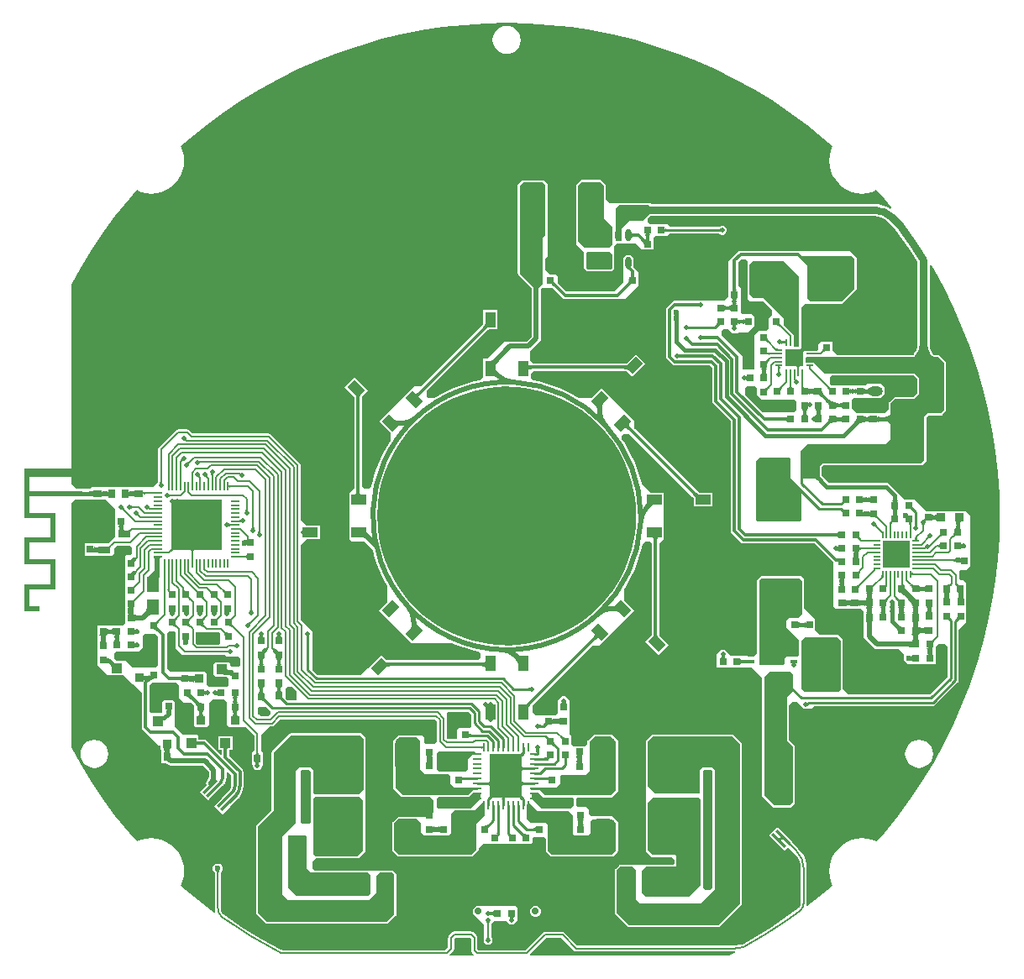
<source format=gtl>
G04*
G04 #@! TF.GenerationSoftware,Altium Limited,Altium Designer,22.1.2 (22)*
G04*
G04 Layer_Physical_Order=1*
G04 Layer_Color=255*
%FSLAX44Y44*%
%MOMM*%
G71*
G04*
G04 #@! TF.SameCoordinates,7F6DEDBC-D18B-47E0-87DD-0464843C39CA*
G04*
G04*
G04 #@! TF.FilePolarity,Positive*
G04*
G01*
G75*
%ADD13C,0.3000*%
%ADD14C,0.2500*%
%ADD16O,0.9000X0.2000*%
%ADD17O,0.2000X0.9000*%
%ADD18C,0.5000*%
%ADD19C,0.2000*%
%ADD23O,1.5000X0.8000*%
%ADD24O,1.5000X1.0000*%
G04:AMPARAMS|DCode=25|XSize=2.4994mm|YSize=3.2004mm|CornerRadius=0mm|HoleSize=0mm|Usage=FLASHONLY|Rotation=135.000|XOffset=0mm|YOffset=0mm|HoleType=Round|Shape=Rectangle|*
%AMROTATEDRECTD25*
4,1,4,2.0152,0.2479,-0.2479,-2.0152,-2.0152,-0.2479,0.2479,2.0152,2.0152,0.2479,0.0*
%
%ADD25ROTATEDRECTD25*%

G04:AMPARAMS|DCode=26|XSize=0.2997mm|YSize=1.8009mm|CornerRadius=0mm|HoleSize=0mm|Usage=FLASHONLY|Rotation=135.000|XOffset=0mm|YOffset=0mm|HoleType=Round|Shape=Rectangle|*
%AMROTATEDRECTD26*
4,1,4,0.7427,0.5307,-0.5307,-0.7427,-0.7427,-0.5307,0.5307,0.7427,0.7427,0.5307,0.0*
%
%ADD26ROTATEDRECTD26*%

G04:AMPARAMS|DCode=27|XSize=0.3mm|YSize=1.8mm|CornerRadius=0mm|HoleSize=0mm|Usage=FLASHONLY|Rotation=45.000|XOffset=0mm|YOffset=0mm|HoleType=Round|Shape=Rectangle|*
%AMROTATEDRECTD27*
4,1,4,0.5303,-0.7425,-0.7425,0.5303,-0.5303,0.7425,0.7425,-0.5303,0.5303,-0.7425,0.0*
%
%ADD27ROTATEDRECTD27*%

G04:AMPARAMS|DCode=28|XSize=2.5mm|YSize=3.2mm|CornerRadius=0mm|HoleSize=0mm|Usage=FLASHONLY|Rotation=45.000|XOffset=0mm|YOffset=0mm|HoleType=Round|Shape=Rectangle|*
%AMROTATEDRECTD28*
4,1,4,0.2475,-2.0153,-2.0153,0.2475,-0.2475,2.0153,2.0153,-0.2475,0.2475,-2.0153,0.0*
%
%ADD28ROTATEDRECTD28*%

%ADD29R,0.7620X0.7620*%
%ADD30O,0.6000X1.2000*%
%ADD31R,0.7620X0.7620*%
%ADD32R,1.3000X1.0000*%
G04:AMPARAMS|DCode=33|XSize=2.5mm|YSize=3.5mm|CornerRadius=0.625mm|HoleSize=0mm|Usage=FLASHONLY|Rotation=0.000|XOffset=0mm|YOffset=0mm|HoleType=Round|Shape=RoundedRectangle|*
%AMROUNDEDRECTD33*
21,1,2.5000,2.2500,0,0,0.0*
21,1,1.2500,3.5000,0,0,0.0*
1,1,1.2500,0.6250,-1.1250*
1,1,1.2500,-0.6250,-1.1250*
1,1,1.2500,-0.6250,1.1250*
1,1,1.2500,0.6250,1.1250*
%
%ADD33ROUNDEDRECTD33*%
%ADD34R,1.0000X1.3000*%
%ADD35R,1.1000X1.1000*%
%ADD36O,0.7500X0.2000*%
%ADD37O,0.2000X0.7500*%
%ADD38R,1.5240X0.6000*%
%ADD39R,2.8000X2.8000*%
%ADD40R,0.9620X0.8300*%
%ADD41R,1.8000X2.4000*%
%ADD42R,0.7000X0.3000*%
%ADD43R,4.0000X3.0000*%
%ADD44R,3.3000X4.5000*%
%ADD45O,0.8500X0.2500*%
%ADD46O,0.2500X0.8500*%
G04:AMPARAMS|DCode=47|XSize=1.5mm|YSize=1mm|CornerRadius=0mm|HoleSize=0mm|Usage=FLASHONLY|Rotation=225.000|XOffset=0mm|YOffset=0mm|HoleType=Round|Shape=Rectangle|*
%AMROTATEDRECTD47*
4,1,4,0.1768,0.8839,0.8839,0.1768,-0.1768,-0.8839,-0.8839,-0.1768,0.1768,0.8839,0.0*
%
%ADD47ROTATEDRECTD47*%

%ADD48R,1.5000X1.0000*%
G04:AMPARAMS|DCode=49|XSize=1.5mm|YSize=1mm|CornerRadius=0mm|HoleSize=0mm|Usage=FLASHONLY|Rotation=135.000|XOffset=0mm|YOffset=0mm|HoleType=Round|Shape=Rectangle|*
%AMROTATEDRECTD49*
4,1,4,0.8839,-0.1768,0.1768,-0.8839,-0.8839,0.1768,-0.1768,0.8839,0.8839,-0.1768,0.0*
%
%ADD49ROTATEDRECTD49*%

%ADD50R,1.0000X1.5000*%
%ADD51R,1.0000X1.0000*%
%ADD52R,0.9144X0.9144*%
%ADD53R,1.0000X1.0000*%
%ADD54R,0.9144X0.9144*%
%ADD55R,1.3000X1.5000*%
%ADD56R,5.1000X5.1000*%
%ADD57R,0.6000X0.6000*%
%ADD58R,1.2000X0.8000*%
%ADD59R,0.9000X0.7600*%
%ADD60R,0.7600X0.9000*%
%ADD109C,0.4000*%
%ADD110C,0.8000*%
%ADD111C,0.3500*%
%ADD112C,0.4500*%
%ADD113O,0.9000X1.6000*%
%ADD114O,0.9000X1.8000*%
%ADD115O,2.0000X1.5000*%
%ADD116O,1.5000X2.0000*%
%ADD117O,1.6000X1.8000*%
%ADD118C,0.7000*%
%ADD119C,0.6000*%
%ADD120C,0.5000*%
G36*
X521970Y943572D02*
X543607Y942154D01*
X565162Y939793D01*
X586593Y936495D01*
X607860Y932264D01*
X628922Y927111D01*
X649740Y921043D01*
X670273Y914073D01*
X690482Y906214D01*
X710329Y897481D01*
X729777Y887890D01*
X748787Y877461D01*
X767325Y866212D01*
X785354Y854165D01*
X802841Y841344D01*
X819751Y827771D01*
X828788Y819847D01*
X826959Y815433D01*
X825747Y810382D01*
X825339Y805203D01*
X825747Y800025D01*
X826959Y794974D01*
X828947Y790175D01*
X831661Y785747D01*
X835034Y781797D01*
X838984Y778423D01*
X843413Y775709D01*
X848212Y773722D01*
X853263Y772509D01*
X858441Y772102D01*
X863620Y772509D01*
X868670Y773722D01*
X873084Y775550D01*
X881009Y766514D01*
X887996Y757808D01*
X887144Y756841D01*
X884971Y758172D01*
X880405Y760063D01*
X875599Y761217D01*
X870842Y761592D01*
X870672Y761626D01*
X646805D01*
X645915Y762515D01*
X613410D01*
X613410Y762515D01*
X613410Y762515D01*
X604005D01*
X600463Y766057D01*
Y780625D01*
X595205Y785883D01*
X575447D01*
X575292Y785728D01*
X575072D01*
X570181Y780837D01*
Y777060D01*
Y754560D01*
Y720901D01*
X578351Y712731D01*
Y696639D01*
X581577Y693413D01*
X605028D01*
X605028Y693413D01*
X605028Y693413D01*
X605873Y693413D01*
X608845Y696385D01*
Y719328D01*
X611378Y721861D01*
X614934D01*
X614934Y721861D01*
X614934Y721861D01*
X629864D01*
X636302Y715423D01*
X647922D01*
Y726789D01*
X650399Y729266D01*
X662019D01*
X664515Y731762D01*
X714337D01*
X714365Y731759D01*
X714461Y731744D01*
X714522Y731730D01*
X714524Y731729D01*
X714539Y731723D01*
X715001Y731261D01*
X716655Y730576D01*
X718445D01*
X720099Y731261D01*
X721365Y732527D01*
X722050Y734181D01*
Y735971D01*
X721365Y737625D01*
X720099Y738891D01*
X718445Y739576D01*
X716655D01*
X715001Y738891D01*
X714539Y738429D01*
X714524Y738423D01*
X714522Y738422D01*
X714461Y738408D01*
X714390Y738397D01*
X714305Y738390D01*
X664960D01*
X662464Y740886D01*
X644684D01*
X642366Y743204D01*
Y746416D01*
X645340Y749390D01*
X870672D01*
X870954Y749446D01*
X874450Y749102D01*
X878083Y748000D01*
X881431Y746210D01*
X884147Y743981D01*
X884306Y743743D01*
X892447Y735603D01*
X899210Y726379D01*
X905466Y717016D01*
X911014Y708713D01*
X914291Y703312D01*
Y619541D01*
X914164Y618399D01*
X913912Y617075D01*
X913560Y615799D01*
X913109Y614568D01*
X912557Y613379D01*
X911904Y612228D01*
X911146Y611113D01*
X910428Y610216D01*
X909566Y609353D01*
X833367D01*
X828262Y614458D01*
Y622380D01*
X827834Y622808D01*
X817372D01*
X814578Y620014D01*
Y614680D01*
X813562Y613664D01*
X800354D01*
X799084Y612394D01*
Y598932D01*
X798068Y597916D01*
X793122D01*
X794194Y597472D01*
X795194D01*
X793194Y595058D01*
X793180Y595452D01*
X793137Y595834D01*
X793067Y596205D01*
X792968Y596564D01*
X792840Y596911D01*
X792685Y597247D01*
X792501Y597571D01*
X792289Y597883D01*
X792262Y597916D01*
X782320D01*
X781050Y599186D01*
Y614680D01*
X781812Y615442D01*
X795782D01*
X797306Y616966D01*
Y627126D01*
X797059Y627373D01*
Y657359D01*
X800601Y660901D01*
X837946D01*
X837946Y660901D01*
X837946Y660901D01*
X838791D01*
X850110Y672220D01*
X850186D01*
Y672296D01*
X852939Y675049D01*
Y707473D01*
X846151Y714261D01*
X734614D01*
X727361Y707007D01*
X724074Y703721D01*
Y676116D01*
Y668448D01*
X720018Y664392D01*
X668997D01*
X661149Y656544D01*
Y655066D01*
Y607649D01*
Y606171D01*
X668213Y599107D01*
X704962D01*
X707387Y596682D01*
Y562895D01*
Y561417D01*
X726254Y542551D01*
Y431762D01*
X726253Y431761D01*
X726525Y430395D01*
X727299Y429238D01*
X736070Y420466D01*
X737227Y419693D01*
X738593Y419421D01*
X810480D01*
X826770Y403131D01*
X829653Y400249D01*
Y355702D01*
X831882Y353473D01*
X841428D01*
X841471Y353464D01*
X841515Y353473D01*
X847839D01*
X847883Y353464D01*
X847926Y353473D01*
X855398D01*
X855442Y353464D01*
X855485Y353473D01*
X857472D01*
X859949Y350996D01*
Y349009D01*
X859940Y348965D01*
X859949Y348922D01*
Y341450D01*
X859940Y341407D01*
X859949Y341363D01*
Y324822D01*
X862515Y322257D01*
X871860Y312912D01*
X895112D01*
X901018Y307006D01*
Y301205D01*
X904503Y297720D01*
X932529D01*
Y307266D01*
X932538Y307309D01*
X932529Y307353D01*
Y313677D01*
X932538Y313720D01*
X932529Y313764D01*
Y315055D01*
X935482Y318008D01*
X941832D01*
X944614Y315226D01*
Y284583D01*
X926743Y266712D01*
X844799D01*
X839223Y272288D01*
Y321310D01*
X839223Y321310D01*
X839223Y321310D01*
Y322155D01*
X834473Y326905D01*
X815841D01*
X811229Y331517D01*
Y342868D01*
X800107Y353990D01*
Y383121D01*
X797141Y386087D01*
X756920D01*
X756140Y385932D01*
X755478Y385490D01*
X755478Y385490D01*
X753192Y383204D01*
X752750Y382542D01*
X752595Y381762D01*
Y308095D01*
X750284Y305784D01*
X726232D01*
X720176Y311840D01*
X716448D01*
X711708Y307100D01*
Y294164D01*
X746982D01*
X757929Y283217D01*
Y164846D01*
X758084Y164066D01*
X758526Y163404D01*
X758526Y163404D01*
X768432Y153498D01*
X769094Y153056D01*
X769874Y152901D01*
X785876D01*
X786656Y153056D01*
X787318Y153498D01*
X787318Y153498D01*
X790112Y156292D01*
X790554Y156954D01*
X790709Y157734D01*
Y214630D01*
X790554Y215410D01*
X790112Y216072D01*
X784867Y221317D01*
Y256293D01*
X787654Y259080D01*
X793228D01*
X800014Y252294D01*
X807538D01*
X810828Y255584D01*
X929980D01*
X931248Y255837D01*
X932323Y256555D01*
X954771Y279003D01*
X955489Y280078D01*
X955742Y281346D01*
Y332363D01*
X963644Y340265D01*
Y351885D01*
X963532D01*
Y354235D01*
X963644D01*
Y363781D01*
X963653Y363825D01*
X963644Y363868D01*
Y365855D01*
X963532D01*
Y370065D01*
X963541Y370108D01*
X963532Y370152D01*
Y379698D01*
X960706Y382524D01*
X957834D01*
X956564Y383794D01*
Y391668D01*
X957134Y392238D01*
X963532D01*
X967200Y395906D01*
Y407526D01*
Y447442D01*
X962976Y451666D01*
X923553D01*
X911447Y463772D01*
X901658D01*
X884847Y480582D01*
X883158D01*
X883158Y480582D01*
X883158Y480582D01*
X824791D01*
X817633Y487741D01*
Y495725D01*
X819741Y497833D01*
X917702D01*
X917702Y497833D01*
X918482Y497988D01*
X919144Y498430D01*
X922700Y501986D01*
X923142Y502648D01*
X923297Y503428D01*
Y546525D01*
X925151Y548379D01*
X937768D01*
X937768Y548379D01*
X938548Y548534D01*
X939210Y548976D01*
X939210Y548976D01*
X942512Y552278D01*
X942954Y552940D01*
X943109Y553720D01*
Y601218D01*
X942954Y601998D01*
X942512Y602660D01*
X942512Y602660D01*
X936416Y608756D01*
X935754Y609198D01*
X934974Y609353D01*
X931251D01*
X930389Y610216D01*
X929671Y611113D01*
X928913Y612228D01*
X928260Y613379D01*
X927708Y614568D01*
X927257Y615799D01*
X926905Y617075D01*
X926653Y618399D01*
X926526Y619541D01*
Y700068D01*
X927749Y700410D01*
X930699Y695549D01*
X941128Y676539D01*
X950719Y657091D01*
X959452Y637244D01*
X967311Y617035D01*
X974281Y596502D01*
X980348Y575685D01*
X985502Y554622D01*
X989732Y533355D01*
X993031Y511924D01*
X995392Y490369D01*
X996810Y468732D01*
X997283Y447054D01*
X996810Y425375D01*
X995392Y403738D01*
X993031Y382183D01*
X989732Y360752D01*
X985502Y339485D01*
X980348Y318423D01*
X974281Y297606D01*
X967311Y277073D01*
X959452Y256863D01*
X950719Y237016D01*
X941128Y217569D01*
X930699Y198558D01*
X919450Y180021D01*
X907403Y161991D01*
X894581Y144505D01*
X881009Y127594D01*
X873084Y118558D01*
X868670Y120386D01*
X863620Y121599D01*
X858441Y122006D01*
X853263Y121599D01*
X848212Y120386D01*
X843413Y118398D01*
X838984Y115684D01*
X835034Y112311D01*
X831661Y108361D01*
X828947Y103932D01*
X826959Y99133D01*
X825747Y94083D01*
X825339Y88904D01*
X825747Y83726D01*
X826959Y78675D01*
X828788Y74261D01*
X819751Y66336D01*
X803555Y53337D01*
X802362Y54008D01*
X802708Y56640D01*
X802651D01*
Y91526D01*
X802680D01*
X802329Y95983D01*
X801285Y100330D01*
X799575Y104460D01*
X797239Y108271D01*
X794336Y111670D01*
X794315Y111650D01*
X788308Y117658D01*
X788620Y117970D01*
X787215Y119374D01*
X787190Y119412D01*
X787153Y119436D01*
X773063Y133526D01*
X769527Y129990D01*
X769527Y129990D01*
X764577Y125040D01*
X780133Y109483D01*
X783670Y113020D01*
X783670Y113020D01*
X783982Y113332D01*
X789990Y107324D01*
X790102Y107249D01*
X792801Y103961D01*
X794869Y100091D01*
X796143Y95893D01*
X796560Y91659D01*
X796533Y91526D01*
Y56640D01*
X796528D01*
X796276Y54721D01*
X795535Y52933D01*
X794543Y51640D01*
X783059Y43220D01*
X765175Y31270D01*
X746787Y20112D01*
X737793Y15178D01*
X735254Y14408D01*
X730571Y13946D01*
X730397Y13981D01*
X571497D01*
X558677Y26801D01*
X557685Y27464D01*
X556514Y27697D01*
X556514Y27697D01*
X538988D01*
X538988Y27697D01*
X537817Y27464D01*
X536825Y26801D01*
X519179Y9155D01*
X471675D01*
X470673Y10157D01*
Y21844D01*
X470673Y21844D01*
X470440Y23015D01*
X469777Y24007D01*
X469777Y24007D01*
X466729Y27055D01*
X465737Y27718D01*
X464566Y27951D01*
X464566Y27951D01*
X447548D01*
X447548Y27951D01*
X446377Y27718D01*
X445385Y27055D01*
X445385Y27055D01*
X442083Y23753D01*
X441420Y22761D01*
X441187Y21590D01*
X441187Y21590D01*
Y11935D01*
X438407Y9155D01*
X274894D01*
X273688Y9313D01*
X272615Y9788D01*
X253796Y20112D01*
X235408Y31270D01*
X217524Y43220D01*
X214915Y45133D01*
X213446Y47047D01*
X212429Y49503D01*
X212089Y52082D01*
X212101Y52140D01*
Y87035D01*
X212120Y87128D01*
X212148Y87220D01*
X212184Y87311D01*
X212230Y87406D01*
X212289Y87505D01*
X212364Y87610D01*
X212457Y87722D01*
X212617Y87890D01*
X212712Y88039D01*
X213281Y88608D01*
X214042Y90445D01*
Y92435D01*
X213281Y94272D01*
X211874Y95679D01*
X210037Y96440D01*
X208047D01*
X206210Y95679D01*
X204803Y94272D01*
X204042Y92435D01*
Y90445D01*
X204803Y88608D01*
X205372Y88039D01*
X205467Y87890D01*
X205627Y87722D01*
X205720Y87610D01*
X205795Y87505D01*
X205854Y87406D01*
X205900Y87311D01*
X205936Y87220D01*
X205964Y87128D01*
X205983Y87035D01*
Y52140D01*
X205963D01*
X206277Y48959D01*
X206619Y47830D01*
X205527Y47057D01*
X197743Y52764D01*
X180832Y66336D01*
X171796Y74261D01*
X173624Y78675D01*
X174837Y83726D01*
X175244Y88904D01*
X174837Y94083D01*
X173624Y99133D01*
X171636Y103932D01*
X168922Y108361D01*
X165549Y112311D01*
X161599Y115684D01*
X157170Y118398D01*
X152371Y120386D01*
X147320Y121599D01*
X142142Y122006D01*
X136964Y121599D01*
X131913Y120386D01*
X127499Y118558D01*
X119574Y127594D01*
X106002Y144505D01*
X93180Y161991D01*
X81133Y180021D01*
X69885Y198558D01*
X61722Y213437D01*
Y460248D01*
X64620Y463146D01*
X96181D01*
X105838Y453489D01*
Y437716D01*
X105829Y437673D01*
X105838Y437629D01*
Y425886D01*
X99386Y419434D01*
X74708D01*
Y407814D01*
X76152Y406370D01*
X102078D01*
X105156Y409448D01*
Y414528D01*
X107442Y416814D01*
X121158D01*
X122428Y415544D01*
Y408940D01*
X121158Y407670D01*
X116586D01*
X115490Y406574D01*
Y401654D01*
Y393478D01*
Y379762D01*
Y354404D01*
X115481Y354361D01*
X115490Y354317D01*
Y348247D01*
X115481Y348204D01*
X115490Y348160D01*
Y338614D01*
X113267Y336391D01*
X97295D01*
X97252Y336400D01*
X97208Y336391D01*
X87662D01*
Y326845D01*
X87653Y326801D01*
X87662Y326758D01*
Y319926D01*
X87653Y319883D01*
X87662Y319839D01*
Y310293D01*
Y296323D01*
X97742Y286243D01*
X114442D01*
X123666Y277019D01*
X124301D01*
X132829Y268491D01*
Y233680D01*
X132842Y233617D01*
Y232189D01*
X149443Y215588D01*
X151289D01*
Y213006D01*
X151280Y212962D01*
X151289Y212919D01*
Y210932D01*
X151859D01*
X152101Y210534D01*
X152066Y209264D01*
X152066D01*
Y207277D01*
X152057Y207234D01*
X152066Y207190D01*
Y197644D01*
X157197D01*
X158188Y196654D01*
X159676Y195659D01*
X161432Y195310D01*
X194188D01*
X200136Y189361D01*
Y184037D01*
X200165Y183893D01*
X199812Y182121D01*
X198758Y180543D01*
X198686Y180536D01*
X198686D01*
X197691Y179048D01*
X197342Y177292D01*
X197679Y175596D01*
X191080Y168997D01*
X199566Y160511D01*
X207098Y168043D01*
X207396Y168242D01*
X214300Y175146D01*
X214617Y175463D01*
X214617Y175463D01*
X214635Y175445D01*
X215128Y176073D01*
X215122Y176079D01*
X215381Y176416D01*
X215381Y176417D01*
X216385Y177726D01*
X217486Y180382D01*
X217861Y183233D01*
X217835D01*
Y188676D01*
X219009Y189162D01*
X222803Y185367D01*
Y174784D01*
X222826Y174668D01*
X222435Y172702D01*
X221321Y171035D01*
X221223Y170969D01*
X212946Y162692D01*
X212747Y162394D01*
X205215Y154861D01*
X213701Y146376D01*
X221233Y153908D01*
X221531Y154107D01*
X228357Y160933D01*
X228894Y161470D01*
X228965Y161539D01*
X228985Y161519D01*
X229317Y161745D01*
X229816Y162375D01*
X229817Y162376D01*
X229865Y162435D01*
X230582Y163309D01*
X231999Y165035D01*
X233621Y168069D01*
X234619Y171361D01*
X234863Y173841D01*
X234956Y174784D01*
X235049Y175081D01*
X234993Y176022D01*
X234963Y177292D01*
Y188894D01*
X234691Y190260D01*
X233917Y191417D01*
X220358Y204977D01*
Y210614D01*
X220374Y210798D01*
X220396Y210932D01*
X223789D01*
Y224932D01*
X209789D01*
Y210932D01*
X213182D01*
X213204Y210798D01*
X213220Y210614D01*
Y206703D01*
X212047Y206217D01*
X209767Y208497D01*
X209767Y208497D01*
X197808Y220455D01*
X196651Y221229D01*
X195285Y221501D01*
X189817D01*
X189633Y221517D01*
X189499Y221539D01*
Y224996D01*
X188435Y226060D01*
X173990D01*
X165608Y234442D01*
Y259842D01*
X164338Y261112D01*
X154940D01*
X153416Y259588D01*
X153416Y249682D01*
X152146Y248412D01*
X142240D01*
X140716Y249936D01*
Y276098D01*
X143510Y278892D01*
X167386D01*
X169672Y276606D01*
Y263906D01*
X174752Y258826D01*
X182118D01*
X184912Y256032D01*
Y235966D01*
X186658Y234220D01*
X197898D01*
X200406Y236728D01*
Y258572D01*
X203454Y261620D01*
X215900D01*
X218440Y259080D01*
Y236474D01*
X220694Y234220D01*
X237567D01*
X245861Y225925D01*
Y211111D01*
X243252Y208502D01*
Y196882D01*
X244420Y195714D01*
Y194177D01*
X245105Y192523D01*
X246371Y191257D01*
X248025Y190572D01*
X249815D01*
X251469Y191257D01*
X252735Y192523D01*
X253420Y194177D01*
Y194492D01*
X254872Y195944D01*
Y208502D01*
X252984Y210390D01*
Y226314D01*
X261165Y234495D01*
X263531D01*
X263531Y234495D01*
X263531Y234495D01*
X264798D01*
X272376Y242073D01*
X427739D01*
X429821Y239991D01*
Y225559D01*
Y219255D01*
X427736Y217170D01*
X418846D01*
X416814Y219202D01*
Y224282D01*
X415537Y225559D01*
X406897D01*
X406852Y225565D01*
X394352D01*
X394307Y225559D01*
X391668D01*
X391668Y225559D01*
X390888Y225404D01*
X390226Y224962D01*
X386670Y221406D01*
X386228Y220744D01*
X386073Y219964D01*
Y217563D01*
X386031Y217244D01*
Y194744D01*
X386073Y194425D01*
Y172974D01*
X386073Y172974D01*
X386228Y172194D01*
X386670Y171532D01*
X394036Y164166D01*
X394698Y163724D01*
X395478Y163569D01*
X423425D01*
X426212Y160782D01*
Y148590D01*
X421139Y143517D01*
X390569D01*
X389972Y142920D01*
X389972Y142920D01*
X389972Y142920D01*
X385654Y138602D01*
X385654Y138602D01*
X385057Y138005D01*
Y109391D01*
X390823Y103625D01*
X464820D01*
X464820Y103625D01*
X464820Y103625D01*
X465665D01*
X471939Y109899D01*
Y112529D01*
X476170Y116760D01*
X525494D01*
X526796Y118062D01*
Y121920D01*
X528320Y123444D01*
X538226D01*
X539997Y121673D01*
Y108966D01*
X539997Y108966D01*
X539997Y108966D01*
Y108121D01*
X544747Y103371D01*
X607177D01*
X607332Y103526D01*
X607994Y103968D01*
X611804Y107778D01*
X612246Y108440D01*
X612401Y108595D01*
Y137668D01*
X612401Y137668D01*
X612401Y137668D01*
Y138513D01*
X606724Y144190D01*
X585298D01*
X583438Y146050D01*
Y150876D01*
X580390Y153924D01*
X571500D01*
X570230Y155194D01*
Y162306D01*
X571246Y163322D01*
X606134D01*
X606724Y163912D01*
X612655Y169843D01*
Y219456D01*
X612655Y219456D01*
X612655Y219456D01*
Y220301D01*
X606381Y226575D01*
X588772D01*
X588772Y226575D01*
X588772Y226575D01*
X587927D01*
X587330Y225978D01*
X587330Y225978D01*
X587330Y225978D01*
X582250Y220898D01*
X582250Y220898D01*
X581653Y220301D01*
Y217275D01*
X579342Y214964D01*
X567722D01*
X565626Y217060D01*
Y225647D01*
X563594Y227679D01*
Y234332D01*
Y245952D01*
Y261158D01*
X559648Y265104D01*
X555920D01*
X551974Y261158D01*
Y248302D01*
X549624Y245952D01*
X546367D01*
X546324Y245961D01*
X546280Y245952D01*
X529764D01*
X526796Y248920D01*
Y256220D01*
X586552Y315976D01*
X593269D01*
X595702Y318409D01*
X605602Y328308D01*
X619037Y341744D01*
X628937Y351643D01*
X618998Y361582D01*
Y373471D01*
X619415Y374095D01*
X624771Y383660D01*
X629361Y393615D01*
X633155Y403899D01*
X636130Y414449D01*
X636935Y418495D01*
X639826Y421386D01*
X644144D01*
X646326Y419204D01*
Y328421D01*
X646295Y327569D01*
X646223Y326924D01*
X646131Y326411D01*
X645245Y325525D01*
X645208Y325500D01*
X645183Y325463D01*
X640250Y320530D01*
X653685Y307095D01*
X663585Y316995D01*
X655117Y325463D01*
X655092Y325500D01*
X655054Y325525D01*
X654168Y326411D01*
X654081Y326896D01*
X653973Y328195D01*
Y418804D01*
X658723Y423554D01*
Y437554D01*
Y456554D01*
Y470554D01*
X645207D01*
X636130Y479631D01*
X633155Y490181D01*
X629361Y500466D01*
X624771Y510420D01*
X619415Y519985D01*
X616204Y524790D01*
Y527558D01*
X618490Y529844D01*
X624026D01*
X687439Y466430D01*
X688020Y465805D01*
X688426Y465298D01*
X688723Y464871D01*
Y463618D01*
X688714Y463574D01*
X688723Y463530D01*
Y456554D01*
X707723D01*
Y470554D01*
X695747D01*
X695703Y470563D01*
X695659Y470554D01*
X694406D01*
X694002Y470835D01*
X693007Y471677D01*
X629158Y535526D01*
Y542243D01*
X595702Y575699D01*
X585916Y565912D01*
X573569D01*
X573325Y566075D01*
X563760Y571431D01*
X553806Y576021D01*
X543521Y579815D01*
X532971Y582790D01*
X527023Y583973D01*
X524764Y586232D01*
Y590804D01*
X527049Y593089D01*
X618925D01*
X619777Y593057D01*
X620422Y592985D01*
X620934Y592893D01*
X621820Y592007D01*
X621845Y591970D01*
X621883Y591945D01*
X626815Y587013D01*
X640250Y600448D01*
X630351Y610347D01*
X621883Y601879D01*
X621845Y601854D01*
X621820Y601817D01*
X620934Y600931D01*
X620449Y600844D01*
X619151Y600736D01*
X527278D01*
X523792Y604222D01*
Y613315D01*
X534559Y624082D01*
Y625983D01*
Y675693D01*
X536030Y677164D01*
X546514D01*
X557703Y665975D01*
X619810D01*
X632809Y678974D01*
Y693108D01*
X628225Y697692D01*
X627995Y697953D01*
X627754Y698260D01*
Y707138D01*
X624768Y710124D01*
X620544D01*
X617558Y707138D01*
Y699026D01*
Y682328D01*
X608838Y673608D01*
X560578D01*
X551942Y682244D01*
Y688403D01*
X549751Y690594D01*
X543338D01*
X541281Y692651D01*
X539496Y694436D01*
Y706120D01*
X541281Y707905D01*
Y754241D01*
X541323Y754560D01*
Y777060D01*
X541281Y777379D01*
Y781641D01*
X537448Y785474D01*
X537228D01*
X537073Y785629D01*
X516553D01*
X511549Y780625D01*
Y779780D01*
Y698704D01*
Y691642D01*
X511549Y691642D01*
X511704Y690862D01*
X512146Y690200D01*
X512146Y690200D01*
X525383Y676963D01*
Y627883D01*
X520391Y622891D01*
X497923D01*
X480517Y605485D01*
X476791D01*
Y587536D01*
X473103Y583847D01*
X467789Y582790D01*
X457239Y579815D01*
X446954Y576021D01*
X437000Y571431D01*
X427435Y566075D01*
X421223D01*
X419862Y567436D01*
Y573149D01*
X480915Y634202D01*
X481540Y634782D01*
X482047Y635188D01*
X482475Y635485D01*
X483728D01*
X483772Y635477D01*
X483816Y635485D01*
X490791D01*
Y654485D01*
X476791D01*
Y642509D01*
X476783Y642466D01*
X476791Y642422D01*
Y641169D01*
X476510Y640764D01*
X475668Y639770D01*
X413495Y577596D01*
X406778D01*
X394981Y565799D01*
X381546Y552364D01*
X371647Y542465D01*
X383286Y530825D01*
Y522890D01*
X381345Y519985D01*
X375989Y510420D01*
X371399Y500466D01*
X367605Y490181D01*
X364630Y479631D01*
X364077Y476853D01*
X361696Y474472D01*
X356870D01*
X354257Y477085D01*
Y565687D01*
X354288Y566539D01*
X354360Y567184D01*
X354452Y567697D01*
X355338Y568583D01*
X355375Y568608D01*
X355400Y568645D01*
X360333Y573577D01*
X346898Y587012D01*
X336998Y577113D01*
X345467Y568645D01*
X345491Y568608D01*
X345529Y568583D01*
X346415Y567697D01*
X346502Y567212D01*
X346610Y565913D01*
Y475303D01*
X341860Y470554D01*
Y456554D01*
Y437554D01*
Y423554D01*
X344425Y420989D01*
X356759D01*
X365153Y412595D01*
X367605Y403899D01*
X371399Y393615D01*
X375989Y383660D01*
X379984Y376525D01*
Y359980D01*
X371647Y351643D01*
X381546Y341744D01*
X394981Y328308D01*
X404881Y318409D01*
X446196D01*
X446954Y318059D01*
X457239Y314265D01*
X467789Y311290D01*
X472469Y310359D01*
X473964Y308864D01*
Y304038D01*
X471678Y301752D01*
X379111D01*
X378763Y302100D01*
X378738Y302138D01*
X378701Y302162D01*
X373768Y307095D01*
X360333Y293660D01*
X352873Y286200D01*
X309988D01*
X304220Y291968D01*
Y330534D01*
X292619Y342135D01*
Y415787D01*
Y417841D01*
X298332Y423554D01*
X311860D01*
Y437554D01*
X298538D01*
X292619Y443473D01*
Y497861D01*
X292619Y497861D01*
X292386Y499032D01*
X291723Y500024D01*
X291723Y500024D01*
X262536Y529211D01*
X261544Y529874D01*
X260373Y530107D01*
X260373Y530107D01*
X183895D01*
X180471Y533531D01*
X179478Y534194D01*
X178308Y534427D01*
X178308Y534427D01*
X169164D01*
X167994Y534194D01*
X167001Y533531D01*
X167001Y533531D01*
X149729Y516259D01*
X149066Y515266D01*
X148833Y514096D01*
X148833Y514096D01*
Y481054D01*
X143925Y476146D01*
X82211D01*
X80584Y474519D01*
X68799D01*
X68755Y474528D01*
X68712Y474519D01*
X66778D01*
X61987Y479309D01*
X61987Y479309D01*
X61987Y479309D01*
X61722Y480452D01*
Y483996D01*
Y486035D01*
X19185D01*
Y472035D01*
X63396Y472035D01*
Y467035D01*
X19185Y467035D01*
Y450035D01*
X45585D01*
Y445035D01*
X45585D01*
X45585Y425035D01*
X45585D01*
Y420035D01*
X19185D01*
Y403035D01*
X45585D01*
Y403035D01*
X45585D01*
Y373007D01*
X40579Y373007D01*
X19179D01*
Y356035D01*
X29396D01*
Y351035D01*
X19179Y351035D01*
Y351035D01*
X14185D01*
Y351035D01*
X14185D01*
X14185Y356035D01*
X14185D01*
X14185Y373007D01*
D01*
Y378035D01*
X40579D01*
X40579Y398035D01*
X14185D01*
Y425035D01*
X14185D01*
X40585Y425035D01*
X40585Y445035D01*
X14185D01*
Y445035D01*
X14185D01*
Y486035D01*
X14185D01*
Y495035D01*
X61722Y495035D01*
Y497074D01*
D01*
D01*
Y680671D01*
X69885Y695549D01*
X81133Y714087D01*
X93180Y732116D01*
X106002Y749603D01*
X119574Y766514D01*
X127499Y775550D01*
X131913Y773722D01*
X136964Y772509D01*
X142142Y772102D01*
X147320Y772509D01*
X152371Y773722D01*
X157170Y775709D01*
X161599Y778423D01*
X165549Y781797D01*
X168922Y785747D01*
X171636Y790175D01*
X173624Y794974D01*
X174837Y800025D01*
X175244Y805203D01*
X174837Y810382D01*
X173624Y815433D01*
X171796Y819847D01*
X180832Y827771D01*
X197743Y841344D01*
X215229Y854165D01*
X233258Y866212D01*
X251796Y877461D01*
X270807Y887890D01*
X290254Y897481D01*
X310101Y906214D01*
X330311Y914073D01*
X350843Y921043D01*
X371661Y927111D01*
X392723Y932264D01*
X413990Y936495D01*
X435421Y939793D01*
X456976Y942154D01*
X478613Y943572D01*
X500292Y944045D01*
X521970Y943572D01*
D02*
G37*
G36*
X715765Y733326D02*
X715658Y733421D01*
X715533Y733506D01*
X715390Y733581D01*
X715229Y733646D01*
X715050Y733701D01*
X714853Y733746D01*
X714638Y733781D01*
X714405Y733806D01*
X713885Y733826D01*
Y736326D01*
X714154Y736331D01*
X714638Y736371D01*
X714853Y736406D01*
X715050Y736451D01*
X715229Y736506D01*
X715390Y736571D01*
X715533Y736646D01*
X715658Y736731D01*
X715765Y736826D01*
Y733326D01*
D02*
G37*
G36*
X659983Y737338D02*
X660059Y737126D01*
X660186Y736938D01*
X660363Y736776D01*
X660591Y736638D01*
X660869Y736526D01*
X661198Y736439D01*
X661578Y736376D01*
X662008Y736339D01*
X662488Y736326D01*
Y733826D01*
X662008Y733813D01*
X661578Y733776D01*
X661198Y733714D01*
X660869Y733626D01*
X660591Y733513D01*
X660363Y733376D01*
X660186Y733214D01*
X660059Y733026D01*
X659983Y732813D01*
X659958Y732576D01*
Y737576D01*
X659983Y737338D01*
D02*
G37*
G36*
X625591Y733191D02*
X625699Y732894D01*
X625879Y732632D01*
X626130Y732405D01*
X626454Y732213D01*
X626850Y732056D01*
X627317Y731933D01*
X627857Y731846D01*
X628468Y731794D01*
X629151Y731776D01*
Y728276D01*
X628468Y728259D01*
X627857Y728206D01*
X627317Y728119D01*
X626850Y727997D01*
X626454Y727840D01*
X626130Y727648D01*
X625879Y727421D01*
X625699Y727159D01*
X625591Y726862D01*
X625555Y726530D01*
Y733522D01*
X625591Y733191D01*
D02*
G37*
G36*
X645343Y731292D02*
X645045Y731186D01*
X644783Y731009D01*
X644556Y730762D01*
X644363Y730444D01*
X644205Y730056D01*
X644083Y729597D01*
X643996Y729068D01*
X643943Y728467D01*
X643935Y728155D01*
X643943Y727842D01*
X643996Y727242D01*
X644083Y726712D01*
X644205Y726253D01*
X644363Y725865D01*
X644556Y725547D01*
X644783Y725300D01*
X645045Y725123D01*
X645343Y725017D01*
X645676Y724982D01*
X643282D01*
X638363Y720063D01*
X638558Y720332D01*
X638654Y720652D01*
X638651Y721022D01*
X638549Y721441D01*
X638348Y721911D01*
X638048Y722431D01*
X637649Y723001D01*
X637151Y723622D01*
X635858Y725013D01*
X638332Y727487D01*
X639053Y726791D01*
X640028Y725964D01*
X640145Y726253D01*
X640268Y726712D01*
X640356Y727242D01*
X640408Y727842D01*
X640416Y728155D01*
X640408Y728467D01*
X640356Y729068D01*
X640268Y729597D01*
X640145Y730056D01*
X639988Y730444D01*
X639795Y730762D01*
X639568Y731009D01*
X639305Y731186D01*
X639008Y731292D01*
X638675Y731327D01*
X645676D01*
X645343Y731292D01*
D02*
G37*
G36*
X645160Y758444D02*
Y752094D01*
X637286Y744220D01*
X624078D01*
X616204Y736346D01*
Y725170D01*
X614934Y723900D01*
X611378D01*
X610108Y725170D01*
Y757174D01*
X613410Y760476D01*
X643128D01*
X645160Y758444D01*
D02*
G37*
G36*
X598424Y779780D02*
Y747268D01*
X606806Y738886D01*
Y720852D01*
X603504Y717550D01*
X578612D01*
X572262Y723900D01*
Y780034D01*
X576072Y783844D01*
X594360D01*
X598424Y779780D01*
D02*
G37*
G36*
X606806Y710946D02*
Y697230D01*
X605028Y695452D01*
X582422D01*
X580390Y697484D01*
Y712470D01*
X581152Y713232D01*
X604520D01*
X606806Y710946D01*
D02*
G37*
G36*
X625440Y699246D02*
X625339Y698991D01*
X625319Y698697D01*
X625380Y698365D01*
X625521Y697994D01*
X625742Y697584D01*
X626044Y697135D01*
X626427Y696648D01*
X626890Y696123D01*
X627434Y695558D01*
X624832Y693917D01*
X624424Y694318D01*
X623042Y695523D01*
X622759Y695725D01*
X622502Y695887D01*
X622270Y696009D01*
X622063Y696091D01*
X621881Y696133D01*
X625621Y699462D01*
X625440Y699246D01*
D02*
G37*
G36*
X628514Y690993D02*
X628559Y690483D01*
X628634Y690033D01*
X628739Y689643D01*
X628874Y689314D01*
X629039Y689044D01*
X629234Y688833D01*
X629459Y688683D01*
X629714Y688594D01*
X629999Y688564D01*
X623999D01*
X624284Y688594D01*
X624539Y688683D01*
X624764Y688833D01*
X624959Y689044D01*
X625124Y689314D01*
X625259Y689643D01*
X625364Y690033D01*
X625439Y690483D01*
X625484Y690993D01*
X625499Y691563D01*
X628499D01*
X628514Y690993D01*
D02*
G37*
G36*
X627462Y681035D02*
X627231Y681202D01*
X626958Y681283D01*
X626641Y681280D01*
X626282Y681192D01*
X625879Y681020D01*
X625433Y680762D01*
X624944Y680420D01*
X624412Y679992D01*
X623219Y678883D01*
X621098Y681004D01*
X621695Y681622D01*
X622635Y682729D01*
X622977Y683218D01*
X623235Y683664D01*
X623407Y684066D01*
X623495Y684426D01*
X623498Y684743D01*
X623417Y685016D01*
X623250Y685247D01*
X627462Y681035D01*
D02*
G37*
G36*
X547551Y685014D02*
X547466Y684738D01*
Y684420D01*
X547551Y684059D01*
X547720Y683656D01*
X547975Y683211D01*
X548315Y682723D01*
X548739Y682192D01*
X549842Y681004D01*
X547720Y678883D01*
X547105Y679477D01*
X546002Y680411D01*
X545514Y680750D01*
X545069Y681004D01*
X544666Y681174D01*
X544305Y681259D01*
X543987D01*
X543711Y681174D01*
X543478Y681004D01*
X547720Y685247D01*
X547551Y685014D01*
D02*
G37*
G36*
X539242Y780796D02*
Y729996D01*
X536448Y727202D01*
Y680466D01*
X532478Y676496D01*
X532471Y676004D01*
X531987D01*
X531622Y675640D01*
X529590D01*
X529226Y676004D01*
X527471D01*
X527458Y676954D01*
X527382Y677848D01*
X513588Y691642D01*
Y779780D01*
X517398Y783590D01*
X536448D01*
X539242Y780796D01*
D02*
G37*
G36*
X731399Y676510D02*
X731444Y675994D01*
X731519Y675540D01*
X731624Y675146D01*
X731759Y674813D01*
X731924Y674540D01*
X732119Y674328D01*
X732344Y674176D01*
X732599Y674085D01*
X732884Y674055D01*
X726884D01*
X727169Y674085D01*
X727424Y674176D01*
X727649Y674328D01*
X727844Y674540D01*
X728009Y674813D01*
X728144Y675146D01*
X728249Y675540D01*
X728324Y675994D01*
X728369Y676510D01*
X728384Y677085D01*
X731384D01*
X731399Y676510D01*
D02*
G37*
G36*
X850900Y706628D02*
Y675894D01*
X837946Y662940D01*
X806450D01*
X803148Y666242D01*
Y699526D01*
X803134Y699545D01*
X802702Y700039D01*
X802204Y700558D01*
X802955Y701995D01*
X797306Y707644D01*
Y708914D01*
X797560Y709168D01*
X848360D01*
X850900Y706628D01*
D02*
G37*
G36*
X732588Y666496D02*
X732373Y666406D01*
X732183Y666255D01*
X732018Y666044D01*
X731879Y665773D01*
X731765Y665441D01*
X731677Y665049D01*
X731614Y664597D01*
X731576Y664084D01*
X731563Y663512D01*
X731576Y662933D01*
X731677Y661958D01*
X731765Y661562D01*
X731879Y661227D01*
X732018Y660953D01*
X732183Y660740D01*
X732373Y660588D01*
X732588Y660497D01*
X732828Y660466D01*
X726798D01*
X727038Y660497D01*
X727253Y660588D01*
X727443Y660740D01*
X727608Y660953D01*
X727747Y661227D01*
X727861Y661562D01*
X727949Y661958D01*
X728012Y662415D01*
X728050Y662933D01*
X728063Y663512D01*
X728050Y664084D01*
X727949Y665049D01*
X727861Y665441D01*
X727747Y665773D01*
X727608Y666044D01*
X727443Y666255D01*
X727253Y666406D01*
X727038Y666496D01*
X726798Y666526D01*
X732828D01*
X732588Y666496D01*
D02*
G37*
G36*
X725963Y653217D02*
X725928Y653549D01*
X725823Y653847D01*
X725648Y654109D01*
X725403Y654337D01*
X725088Y654529D01*
X724703Y654687D01*
X724248Y654809D01*
X723723Y654897D01*
X723128Y654949D01*
X722756Y654959D01*
X722381Y654949D01*
X721780Y654897D01*
X721251Y654809D01*
X720792Y654687D01*
X720404Y654529D01*
X720086Y654337D01*
X719839Y654109D01*
X719662Y653847D01*
X719556Y653549D01*
X719521Y653217D01*
Y660217D01*
X719556Y659884D01*
X719662Y659587D01*
X719839Y659324D01*
X720086Y659097D01*
X720404Y658904D01*
X720792Y658747D01*
X721251Y658624D01*
X721780Y658537D01*
X722381Y658484D01*
X722756Y658475D01*
X723128Y658484D01*
X723723Y658537D01*
X724248Y658624D01*
X724703Y658747D01*
X725088Y658904D01*
X725403Y659097D01*
X725648Y659324D01*
X725823Y659587D01*
X725928Y659884D01*
X725963Y660217D01*
Y653217D01*
D02*
G37*
G36*
X693921Y658142D02*
X693859Y658189D01*
X693774Y658232D01*
X693663Y658270D01*
X693529Y658302D01*
X693370Y658329D01*
X692978Y658370D01*
X692488Y658390D01*
X692206Y658392D01*
Y661392D01*
X692488Y661395D01*
X693370Y661454D01*
X693529Y661482D01*
X693663Y661515D01*
X693774Y661552D01*
X693859Y661594D01*
X693921Y661642D01*
Y658142D01*
D02*
G37*
G36*
X739836Y639310D02*
X739801Y639643D01*
X739695Y639940D01*
X739518Y640203D01*
X739271Y640431D01*
X738953Y640623D01*
X738565Y640780D01*
X738106Y640903D01*
X737577Y640991D01*
X736976Y641043D01*
X736664Y641051D01*
X736351Y641043D01*
X735751Y640991D01*
X735221Y640903D01*
X734762Y640780D01*
X734374Y640623D01*
X734056Y640431D01*
X733809Y640203D01*
X733632Y639940D01*
X733526Y639643D01*
X733491Y639310D01*
Y646311D01*
X733526Y645978D01*
X733632Y645680D01*
X733809Y645418D01*
X734056Y645191D01*
X734374Y644998D01*
X734762Y644840D01*
X735221Y644718D01*
X735751Y644631D01*
X736351Y644578D01*
X736664Y644570D01*
X736976Y644578D01*
X737577Y644631D01*
X738106Y644718D01*
X738565Y644840D01*
X738953Y644998D01*
X739271Y645191D01*
X739518Y645418D01*
X739695Y645680D01*
X739801Y645978D01*
X739836Y646311D01*
Y639310D01*
D02*
G37*
G36*
X715528Y638968D02*
X715333Y639109D01*
X715104Y639180D01*
X714839D01*
X714538Y639109D01*
X714202Y638968D01*
X713831Y638755D01*
X713424Y638473D01*
X712982Y638119D01*
X711992Y637200D01*
X710225Y638968D01*
X710720Y639480D01*
X711497Y640399D01*
X711780Y640806D01*
X711992Y641177D01*
X712134Y641513D01*
X712205Y641814D01*
Y642079D01*
X712134Y642309D01*
X711992Y642503D01*
X715528Y638968D01*
D02*
G37*
G36*
X775176Y641767D02*
X775120Y641583D01*
Y641371D01*
X775176Y641131D01*
X775290Y640862D01*
X775459Y640565D01*
X775686Y640240D01*
X775968Y639886D01*
X776704Y639095D01*
X775290Y637680D01*
X774879Y638076D01*
X774144Y638699D01*
X773819Y638925D01*
X773522Y639095D01*
X773253Y639208D01*
X773013Y639264D01*
X772801D01*
X772617Y639208D01*
X772461Y639095D01*
X775290Y641923D01*
X775176Y641767D01*
D02*
G37*
G36*
X483772Y637516D02*
X483499Y637714D01*
X483178Y637813D01*
X482807D01*
X482386Y637714D01*
X481916Y637516D01*
X481396Y637219D01*
X480827Y636823D01*
X480208Y636328D01*
X478822Y635041D01*
X476347Y637516D01*
X477040Y638233D01*
X478129Y639520D01*
X478525Y640090D01*
X478822Y640609D01*
X479020Y641080D01*
X479119Y641500D01*
Y641872D01*
X479020Y642193D01*
X478822Y642466D01*
X483772Y637516D01*
D02*
G37*
G36*
X732054Y638973D02*
X731936Y638899D01*
X731832Y638775D01*
X731742Y638602D01*
X731665Y638379D01*
X731603Y638107D01*
X731554Y637786D01*
X731520Y637415D01*
X731492Y636524D01*
X727992D01*
X727985Y636994D01*
X727930Y637786D01*
X727881Y638107D01*
X727819Y638379D01*
X727742Y638602D01*
X727652Y638775D01*
X727548Y638899D01*
X727430Y638973D01*
X727299Y638998D01*
X732186D01*
X732054Y638973D01*
D02*
G37*
G36*
X683120Y638433D02*
X683245Y638348D01*
X683388Y638273D01*
X683549Y638208D01*
X683728Y638153D01*
X683925Y638108D01*
X684140Y638073D01*
X684373Y638048D01*
X684893Y638028D01*
Y635528D01*
X684624Y635523D01*
X684140Y635483D01*
X683925Y635448D01*
X683728Y635403D01*
X683549Y635348D01*
X683388Y635283D01*
X683245Y635208D01*
X683120Y635123D01*
X683013Y635028D01*
Y638528D01*
X683120Y638433D01*
D02*
G37*
G36*
X743204Y703580D02*
Y665988D01*
X745490Y663702D01*
X758190D01*
X767334Y654558D01*
Y649732D01*
X764286Y646684D01*
Y636016D01*
X762000Y633730D01*
X754888D01*
X750316Y629158D01*
Y595376D01*
X749300Y594360D01*
X738886D01*
X737870Y595376D01*
Y608330D01*
X716534Y629666D01*
Y633476D01*
X718312Y635254D01*
X723900D01*
X728218Y630936D01*
X733298D01*
X734314Y631952D01*
X743204D01*
X749554Y638302D01*
Y647700D01*
X747014Y650240D01*
X738378D01*
X736092Y652526D01*
Y677164D01*
X734060Y679196D01*
Y703326D01*
X736092Y705358D01*
X741426D01*
X743204Y703580D01*
D02*
G37*
G36*
X697807Y628829D02*
X697892Y628786D01*
X698003Y628749D01*
X698137Y628716D01*
X698297Y628689D01*
X698688Y628648D01*
X699178Y628629D01*
X699460Y628626D01*
Y625626D01*
X699178Y625624D01*
X698297Y625564D01*
X698137Y625536D01*
X698003Y625504D01*
X697892Y625466D01*
X697807Y625424D01*
X697745Y625376D01*
Y628876D01*
X697807Y628829D01*
D02*
G37*
G36*
X781236Y620176D02*
X781216Y620366D01*
X781155Y620536D01*
X781053Y620686D01*
X780911Y620816D01*
X780728Y620926D01*
X780505Y621016D01*
X780241Y621086D01*
X779937Y621136D01*
X779591Y621166D01*
X779333Y621173D01*
X779201Y621169D01*
X778963Y621147D01*
X778734Y621112D01*
X778516Y621062D01*
X778307Y620998D01*
X778108Y620919D01*
X777920Y620827D01*
X777741Y620720D01*
X777571Y620599D01*
X777412Y620464D01*
X777586Y623959D01*
X777731Y623811D01*
X777887Y623677D01*
X778055Y623560D01*
X778235Y623458D01*
X778426Y623372D01*
X778629Y623301D01*
X778844Y623246D01*
X779070Y623207D01*
X779308Y623184D01*
X779398Y623181D01*
X779591Y623186D01*
X779937Y623216D01*
X780241Y623266D01*
X780505Y623336D01*
X780728Y623426D01*
X780911Y623536D01*
X781053Y623666D01*
X781155Y623816D01*
X781216Y623986D01*
X781236Y624176D01*
Y620176D01*
D02*
G37*
G36*
X683738Y626008D02*
X683768Y625917D01*
X683820Y625813D01*
X683892Y625695D01*
X683985Y625563D01*
X684234Y625257D01*
X684566Y624897D01*
X684763Y624696D01*
X682642Y622575D01*
X682441Y622772D01*
X681775Y623353D01*
X681643Y623446D01*
X681525Y623518D01*
X681421Y623570D01*
X681330Y623600D01*
X681253Y623610D01*
X683728Y626085D01*
X683738Y626008D01*
D02*
G37*
G36*
X763209Y625822D02*
X763142Y625654D01*
X763135Y625453D01*
X763189Y625219D01*
X763304Y624953D01*
X763478Y624653D01*
X763713Y624322D01*
X764009Y623957D01*
X764781Y623130D01*
X763687Y621394D01*
X763157Y621911D01*
X761803Y623058D01*
X761429Y623306D01*
X761095Y623488D01*
X760801Y623603D01*
X760545Y623651D01*
X760329Y623632D01*
X760152Y623546D01*
X763336Y625958D01*
X763209Y625822D01*
D02*
G37*
G36*
X795020Y688594D02*
Y618490D01*
X794512Y617982D01*
X789940Y617982D01*
X789432Y618490D01*
X789432Y629412D01*
X779272Y639572D01*
Y646176D01*
X758698Y666750D01*
X749300D01*
X745236Y670814D01*
Y700786D01*
X748538Y704088D01*
X779526D01*
X795020Y688594D01*
D02*
G37*
G36*
X771325Y616599D02*
X772007Y616028D01*
X772318Y615813D01*
X772611Y615645D01*
X772884Y615524D01*
X773138Y615450D01*
X773373Y615423D01*
X773588Y615443D01*
X773784Y615510D01*
X771031Y614174D01*
X771017Y614164D01*
X770964Y614196D01*
X770872Y614270D01*
X770569Y614543D01*
X769124Y615958D01*
X770956Y616955D01*
X771325Y616599D01*
D02*
G37*
G36*
X821501Y612821D02*
X821348Y612931D01*
X821166Y612985D01*
X820956Y612981D01*
X820716Y612922D01*
X820448Y612806D01*
X820151Y612633D01*
X819824Y612404D01*
X819469Y612118D01*
X818672Y611376D01*
X817258Y612790D01*
X817657Y613203D01*
X818286Y613942D01*
X818515Y614269D01*
X818688Y614566D01*
X818804Y614834D01*
X818864Y615074D01*
X818867Y615284D01*
X818813Y615466D01*
X818703Y615619D01*
X821501Y612821D01*
D02*
G37*
G36*
X763358Y612362D02*
X763421Y612192D01*
X763523Y612042D01*
X763666Y611912D01*
X763849Y611802D01*
X764072Y611712D01*
X764335Y611642D01*
X764639Y611592D01*
X764983Y611562D01*
X765367Y611552D01*
Y609552D01*
X763366Y609757D01*
X763336Y612552D01*
X763358Y612362D01*
D02*
G37*
G36*
X674023Y610378D02*
X674108Y610336D01*
X674219Y610299D01*
X674353Y610266D01*
X674512Y610238D01*
X674904Y610199D01*
X675394Y610178D01*
X675676Y610176D01*
Y607176D01*
X675394Y607174D01*
X674512Y607113D01*
X674353Y607086D01*
X674219Y607053D01*
X674108Y607016D01*
X674023Y606973D01*
X673961Y606926D01*
Y610426D01*
X674023Y610378D01*
D02*
G37*
G36*
X765488Y604265D02*
X764958Y603721D01*
X763791Y602342D01*
X763543Y601967D01*
X763366Y601635D01*
X763260Y601345D01*
X763225Y601097D01*
X763260Y600892D01*
X763366Y600730D01*
X762710Y601387D01*
X762142Y600730D01*
X761952Y600456D01*
X761800Y600205D01*
X761687Y599979D01*
X761613Y599776D01*
X761579Y599597D01*
X759405Y601770D01*
X759584Y601805D01*
X759787Y601879D01*
X760014Y601992D01*
X760264Y602143D01*
X760538Y602334D01*
X761158Y602832D01*
X761213Y602883D01*
X760538Y603558D01*
X760701Y603452D01*
X760906Y603417D01*
X761153Y603452D01*
X761443Y603558D01*
X761776Y603735D01*
X762150Y603982D01*
X762568Y604301D01*
X763529Y605149D01*
X764074Y605679D01*
X765488Y604265D01*
D02*
G37*
G36*
X492296Y603455D02*
X491303Y602427D01*
X489742Y600584D01*
X489173Y599770D01*
X488746Y599028D01*
X488460Y598356D01*
X488315Y597756D01*
X488312Y597227D01*
X488451Y596770D01*
X488731Y596384D01*
X481690Y603424D01*
X482076Y603144D01*
X482534Y603006D01*
X483062Y603009D01*
X483662Y603153D01*
X484334Y603439D01*
X485077Y603867D01*
X485891Y604436D01*
X486776Y605146D01*
X488761Y606990D01*
X492296Y603455D01*
D02*
G37*
G36*
X807504Y597574D02*
X807334Y597513D01*
X807184Y597411D01*
X807054Y597269D01*
X806944Y597086D01*
X806854Y596863D01*
X806784Y596599D01*
X806734Y596295D01*
X806704Y595949D01*
X806694Y595564D01*
X804694D01*
X804684Y595949D01*
X804654Y596295D01*
X804604Y596599D01*
X804534Y596863D01*
X804444Y597086D01*
X804334Y597269D01*
X804204Y597411D01*
X804054Y597513D01*
X803884Y597574D01*
X803694Y597594D01*
X807694D01*
X807504Y597574D01*
D02*
G37*
G36*
X776507D02*
X776337Y597513D01*
X776187Y597411D01*
X776057Y597269D01*
X775947Y597086D01*
X775857Y596863D01*
X775787Y596599D01*
X775737Y596295D01*
X775707Y595949D01*
X775697Y595564D01*
X773697D01*
X773687Y595949D01*
X773657Y596295D01*
X773607Y596599D01*
X773537Y596863D01*
X773447Y597086D01*
X773337Y597269D01*
X773207Y597411D01*
X773057Y597513D01*
X772887Y597574D01*
X772697Y597594D01*
X776697D01*
X776507Y597574D01*
D02*
G37*
G36*
X623287Y593412D02*
X623235Y593745D01*
X623077Y594042D01*
X622815Y594305D01*
X622447Y594532D01*
X621975Y594725D01*
X621397Y594882D01*
X620715Y595005D01*
X619927Y595092D01*
X618037Y595162D01*
Y598662D01*
X619035Y598680D01*
X620715Y598820D01*
X621397Y598942D01*
X621975Y599100D01*
X622447Y599292D01*
X622815Y599520D01*
X623077Y599782D01*
X623235Y600080D01*
X623287Y600412D01*
Y593412D01*
D02*
G37*
G36*
X521766Y600080D02*
X521872Y599782D01*
X522048Y599520D01*
X522296Y599292D01*
X522613Y599100D01*
X523002Y598942D01*
X523461Y598820D01*
X523990Y598732D01*
X524590Y598680D01*
X525261Y598662D01*
Y595162D01*
X524590Y595145D01*
X523990Y595092D01*
X523461Y595005D01*
X523002Y594882D01*
X522613Y594725D01*
X522296Y594532D01*
X522048Y594305D01*
X521872Y594042D01*
X521766Y593745D01*
X521731Y593412D01*
Y600412D01*
X521766Y600080D01*
D02*
G37*
G36*
X775704Y593078D02*
X775727Y592840D01*
X775765Y592612D01*
X775817Y592396D01*
X775885Y592190D01*
X775967Y591995D01*
X776065Y591810D01*
X776178Y591637D01*
X776305Y591474D01*
X776448Y591321D01*
X772948Y591317D01*
X773090Y591470D01*
X773218Y591633D01*
X773330Y591807D01*
X773427Y591992D01*
X773510Y592187D01*
X773577Y592393D01*
X773630Y592610D01*
X773667Y592837D01*
X773689Y593075D01*
X773697Y593324D01*
X775697Y593327D01*
X775704Y593078D01*
D02*
G37*
G36*
X763028Y595959D02*
X762726Y595839D01*
X762459Y595639D01*
X762228Y595359D01*
X762032Y594999D01*
X761872Y594559D01*
X761747Y594039D01*
X761658Y593439D01*
X761614Y592878D01*
X761658Y592318D01*
X761747Y591717D01*
X761872Y591198D01*
X762032Y590757D01*
X762228Y590397D01*
X762459Y590117D01*
X762726Y589917D01*
X763028Y589798D01*
X763366Y589757D01*
X755807D01*
X756146Y589798D01*
X756448Y589917D01*
X756715Y590117D01*
X756946Y590397D01*
X757142Y590757D01*
X757302Y591198D01*
X757427Y591717D01*
X757516Y592318D01*
X757560Y592878D01*
X757516Y593439D01*
X757427Y594039D01*
X757302Y594559D01*
X757142Y594999D01*
X756946Y595359D01*
X756715Y595639D01*
X756448Y595839D01*
X756146Y595959D01*
X755807Y595999D01*
X763366D01*
X763028Y595959D01*
D02*
G37*
G36*
X488766Y594792D02*
X488874Y594633D01*
X489052Y594409D01*
X489623Y593765D01*
X492296Y591016D01*
X488928Y587313D01*
X488710Y587542D01*
X488536Y587746D01*
X488408Y587926D01*
X488324Y588083D01*
X488285Y588215D01*
X488291Y588323D01*
X488341Y588407D01*
X488436Y588468D01*
X488576Y588504D01*
X488761Y588516D01*
X488731Y594885D01*
X488766Y594792D01*
D02*
G37*
G36*
X741868Y583788D02*
X741846Y583872D01*
X741779Y583947D01*
X741668Y584013D01*
X741513Y584070D01*
X741313Y584118D01*
X741069Y584158D01*
X740780Y584188D01*
X740070Y584224D01*
X739648Y584228D01*
Y587728D01*
X740070Y587732D01*
X741069Y587798D01*
X741313Y587838D01*
X741513Y587886D01*
X741668Y587943D01*
X741779Y588009D01*
X741846Y588084D01*
X741868Y588167D01*
Y583788D01*
D02*
G37*
G36*
X799204Y578038D02*
X799234Y577695D01*
X799284Y577391D01*
X799354Y577128D01*
X799444Y576904D01*
X799554Y576722D01*
X799684Y576579D01*
X799834Y576476D01*
X800004Y576414D01*
X800194Y576392D01*
X797083Y576423D01*
X797104Y576442D01*
X797123Y576502D01*
X797139Y576603D01*
X797154Y576743D01*
X797184Y577402D01*
X797194Y578423D01*
X799194D01*
X799204Y578038D01*
D02*
G37*
G36*
X787204Y578037D02*
X787234Y577691D01*
X787284Y577387D01*
X787354Y577123D01*
X787444Y576900D01*
X787554Y576717D01*
X787684Y576575D01*
X787834Y576473D01*
X788004Y576412D01*
X788194Y576392D01*
X784194D01*
X784384Y576412D01*
X784554Y576473D01*
X784704Y576575D01*
X784834Y576717D01*
X784944Y576900D01*
X785034Y577123D01*
X785104Y577387D01*
X785154Y577691D01*
X785184Y578037D01*
X785194Y578423D01*
X787194D01*
X787204Y578037D01*
D02*
G37*
G36*
X778370Y576423D02*
X777971Y576010D01*
X777342Y575271D01*
X777113Y574944D01*
X776940Y574647D01*
X776824Y574379D01*
X776765Y574139D01*
X776761Y573929D01*
X776815Y573747D01*
X776925Y573594D01*
X774127Y576392D01*
X774280Y576282D01*
X774462Y576228D01*
X774672Y576231D01*
X774912Y576291D01*
X775180Y576407D01*
X775477Y576580D01*
X775804Y576809D01*
X776159Y577095D01*
X776955Y577837D01*
X778370Y576423D01*
D02*
G37*
G36*
X764781Y576041D02*
X764385Y575631D01*
X763763Y574896D01*
X763536Y574571D01*
X763366Y574274D01*
X763253Y574005D01*
X763197Y573765D01*
Y573553D01*
X763253Y573369D01*
X763366Y573213D01*
X760538Y576041D01*
X760694Y575928D01*
X760878Y575872D01*
X761090D01*
X761330Y575928D01*
X761599Y576041D01*
X761896Y576211D01*
X762221Y576437D01*
X762575Y576720D01*
X763366Y577456D01*
X764781Y576041D01*
D02*
G37*
G36*
X810798Y568863D02*
X810749Y569107D01*
X810599Y569324D01*
X810349Y569516D01*
X809998Y569682D01*
X809548Y569823D01*
X808998Y569938D01*
X808348Y570028D01*
X807859Y570059D01*
X806441Y569938D01*
X805891Y569823D01*
X805442Y569682D01*
X805091Y569516D01*
X804842Y569324D01*
X804691Y569107D01*
X804641Y568863D01*
Y576423D01*
X804691Y576179D01*
X804842Y575962D01*
X805091Y575770D01*
X805442Y575604D01*
X805891Y575463D01*
X806441Y575348D01*
X807092Y575258D01*
X807581Y575227D01*
X808998Y575348D01*
X809548Y575463D01*
X809998Y575604D01*
X810349Y575770D01*
X810599Y575962D01*
X810749Y576179D01*
X810798Y576423D01*
Y568863D01*
D02*
G37*
G36*
X866976Y568683D02*
X866457Y569055D01*
X865923Y569389D01*
X865373Y569683D01*
X864808Y569937D01*
X864227Y570153D01*
X863631Y570329D01*
X863019Y570467D01*
X862456Y570554D01*
X861973Y570483D01*
X861453Y570358D01*
X861013Y570198D01*
X860654Y570002D01*
X860374Y569771D01*
X860173Y569504D01*
X860053Y569202D01*
X860014Y568863D01*
Y576423D01*
X860053Y576084D01*
X860173Y575782D01*
X860374Y575515D01*
X860654Y575284D01*
X861013Y575088D01*
X861453Y574928D01*
X861973Y574803D01*
X862502Y574725D01*
X863563Y574821D01*
X864263Y574959D01*
X864848Y575137D01*
X865319Y575354D01*
X865675Y575611D01*
X865916Y575908D01*
X866042Y576243D01*
X866054Y576619D01*
X866976Y568683D01*
D02*
G37*
G36*
X852455Y569143D02*
X852420Y569476D01*
X852315Y569773D01*
X852140Y570036D01*
X851895Y570263D01*
X851580Y570456D01*
X851195Y570613D01*
X850740Y570736D01*
X850214Y570823D01*
X849620Y570876D01*
X849376Y570882D01*
X849133Y570876D01*
X848538Y570823D01*
X848012Y570736D01*
X847558Y570613D01*
X847172Y570456D01*
X846858Y570263D01*
X846612Y570036D01*
X846438Y569773D01*
X846332Y569476D01*
X846298Y569143D01*
Y576143D01*
X846332Y575811D01*
X846438Y575513D01*
X846612Y575251D01*
X846858Y575023D01*
X847172Y574831D01*
X847558Y574673D01*
X848012Y574551D01*
X848538Y574463D01*
X849133Y574411D01*
X849376Y574404D01*
X849620Y574411D01*
X850214Y574463D01*
X850740Y574551D01*
X851195Y574673D01*
X851580Y574831D01*
X851895Y575023D01*
X852140Y575251D01*
X852315Y575513D01*
X852420Y575811D01*
X852455Y576143D01*
Y569143D01*
D02*
G37*
G36*
X825179Y577441D02*
X825914Y576819D01*
X826239Y576592D01*
X826536Y576423D01*
X826805Y576309D01*
X827045Y576253D01*
X827258D01*
X827441Y576309D01*
X827597Y576423D01*
X824769Y573594D01*
X824882Y573750D01*
X824938Y573933D01*
Y574146D01*
X824882Y574386D01*
X824769Y574655D01*
X824599Y574952D01*
X824372Y575277D01*
X824090Y575631D01*
X823354Y576423D01*
X824769Y577837D01*
X825179Y577441D01*
D02*
G37*
G36*
X818132Y573544D02*
X818036Y573224D01*
X818039Y572854D01*
X818141Y572435D01*
X818342Y571965D01*
X818642Y571445D01*
X819041Y570874D01*
X819539Y570254D01*
X820832Y568863D01*
X818357Y566389D01*
X817637Y567085D01*
X816347Y568180D01*
X815776Y568579D01*
X815256Y568879D01*
X814786Y569080D01*
X814367Y569182D01*
X813997Y569185D01*
X813677Y569089D01*
X813408Y568894D01*
X814573Y570059D01*
X814556Y570070D01*
X814476Y570113D01*
X814406Y570141D01*
X814347Y570154D01*
X817067Y572874D01*
X817080Y572815D01*
X817108Y572745D01*
X817151Y572665D01*
X817162Y572648D01*
X818327Y573813D01*
X818132Y573544D01*
D02*
G37*
G36*
X799045Y575888D02*
X799208Y575767D01*
X799391Y575655D01*
X799592Y575552D01*
X799813Y575457D01*
X800053Y575372D01*
X800313Y575295D01*
X800889Y575169D01*
X801206Y575119D01*
X798386Y572299D01*
X798336Y572616D01*
X798210Y573192D01*
X798133Y573451D01*
X798047Y573692D01*
X797953Y573913D01*
X797850Y574114D01*
X797738Y574297D01*
X797617Y574460D01*
X797487Y574604D01*
X798901Y576018D01*
X799045Y575888D01*
D02*
G37*
G36*
X413219Y569438D02*
X412757Y568952D01*
X412370Y568490D01*
X412058Y568054D01*
X411820Y567643D01*
X411656Y567257D01*
X411568Y566896D01*
X411554Y566560D01*
X411615Y566250D01*
X411750Y565965D01*
X411960Y565705D01*
X407011Y570654D01*
X407271Y570444D01*
X407556Y570309D01*
X407866Y570248D01*
X408202Y570262D01*
X408563Y570350D01*
X408949Y570514D01*
X409360Y570751D01*
X409796Y571064D01*
X410258Y571451D01*
X410745Y571913D01*
X413219Y569438D01*
D02*
G37*
G36*
X353601Y569997D02*
X353303Y569840D01*
X353041Y569577D01*
X352813Y569210D01*
X352621Y568737D01*
X352463Y568159D01*
X352341Y567477D01*
X352253Y566689D01*
X352183Y564799D01*
X348683D01*
X348666Y565797D01*
X348526Y567477D01*
X348403Y568159D01*
X348246Y568737D01*
X348053Y569210D01*
X347826Y569577D01*
X347563Y569840D01*
X347266Y569997D01*
X346933Y570050D01*
X353933D01*
X353601Y569997D01*
D02*
G37*
G36*
X838769Y555173D02*
X838734Y555505D01*
X838628Y555803D01*
X838451Y556065D01*
X838204Y556293D01*
X837886Y556485D01*
X837498Y556643D01*
X837039Y556766D01*
X836509Y556853D01*
X835909Y556906D01*
X835533Y556915D01*
X835157Y556906D01*
X834557Y556853D01*
X834027Y556766D01*
X833568Y556643D01*
X833180Y556485D01*
X832862Y556293D01*
X832615Y556065D01*
X832438Y555803D01*
X832332Y555505D01*
X832297Y555173D01*
Y562173D01*
X832332Y561841D01*
X832438Y561543D01*
X832615Y561281D01*
X832862Y561053D01*
X833180Y560860D01*
X833568Y560703D01*
X834027Y560580D01*
X834557Y560493D01*
X835157Y560440D01*
X835533Y560431D01*
X835909Y560440D01*
X836509Y560493D01*
X837039Y560580D01*
X837498Y560703D01*
X837886Y560860D01*
X838204Y561053D01*
X838451Y561281D01*
X838628Y561543D01*
X838734Y561841D01*
X838769Y562173D01*
Y555173D01*
D02*
G37*
G36*
X825486Y564234D02*
X826773Y563145D01*
X827342Y562749D01*
X827862Y562453D01*
X828332Y562254D01*
X828753Y562155D01*
X829124D01*
X829446Y562254D01*
X829718Y562453D01*
X824769Y557503D01*
X824967Y557775D01*
X825066Y558097D01*
Y558468D01*
X824967Y558889D01*
X824769Y559359D01*
X824472Y559879D01*
X824075Y560448D01*
X823580Y561067D01*
X822294Y562453D01*
X824769Y564927D01*
X825486Y564234D01*
D02*
G37*
G36*
X597994Y561264D02*
X597667Y560947D01*
X597378Y560522D01*
X597128Y559988D01*
X596916Y559345D01*
X596743Y558594D01*
X596608Y557734D01*
X596512Y556766D01*
X596435Y554504D01*
X591435Y552557D01*
X591415Y553717D01*
X591261Y555623D01*
X591127Y556369D01*
X590953Y556976D01*
X590741Y557445D01*
X590491Y557775D01*
X590202Y557967D01*
X589875Y558021D01*
X589509Y557937D01*
X598360Y561472D01*
X597994Y561264D01*
D02*
G37*
G36*
X752094Y576326D02*
Y569214D01*
X756920Y564388D01*
X790194D01*
X791972Y562610D01*
Y554228D01*
X789686Y551942D01*
X757936D01*
X740664Y569214D01*
Y576326D01*
X741934Y577596D01*
X750824D01*
X752094Y576326D01*
D02*
G37*
G36*
X914139Y585387D02*
Y570821D01*
X910253Y566935D01*
X890949D01*
X890352Y566338D01*
X890352Y566338D01*
X890352Y566338D01*
X886034Y562020D01*
X886034Y562020D01*
X885592Y561578D01*
Y561358D01*
X885437Y560578D01*
Y554983D01*
X880952Y550498D01*
X874027D01*
X873984Y550507D01*
X873940Y550498D01*
X866468D01*
X866424Y550507D01*
X866381Y550498D01*
X853106D01*
X848328Y555276D01*
Y564483D01*
X849809Y565964D01*
X877406D01*
X881542Y570099D01*
Y575948D01*
X877406Y580084D01*
X863675D01*
X862044Y578453D01*
X860057D01*
X860014Y578462D01*
X859970Y578453D01*
X848328D01*
Y578453D01*
X836708D01*
Y578453D01*
X827641D01*
D01*
X826262Y579832D01*
Y587248D01*
X827779Y588765D01*
X910761D01*
X914139Y585387D01*
D02*
G37*
G36*
X818007Y554823D02*
X817694Y554703D01*
X817418Y554503D01*
X817178Y554223D01*
X816975Y553863D01*
X816809Y553423D01*
X816680Y552903D01*
X816588Y552303D01*
X816533Y551623D01*
X816532Y551590D01*
X816583Y550915D01*
X816669Y550316D01*
X816789Y549795D01*
X816944Y549356D01*
X817132Y548996D01*
X817355Y548716D01*
X817613Y548516D01*
X817905Y548396D01*
X818231Y548355D01*
X810671D01*
X811022Y548396D01*
X811335Y548516D01*
X811611Y548716D01*
X811851Y548996D01*
X812054Y549356D01*
X812220Y549795D01*
X812349Y550316D01*
X812441Y550915D01*
X812496Y551595D01*
X812497Y551629D01*
X812446Y552303D01*
X812360Y552903D01*
X812240Y553423D01*
X812085Y553863D01*
X811897Y554223D01*
X811674Y554503D01*
X811416Y554703D01*
X811124Y554823D01*
X810798Y554863D01*
X818357D01*
X818007Y554823D01*
D02*
G37*
G36*
X803839Y554889D02*
X803541Y554783D01*
X803279Y554606D01*
X803052Y554359D01*
X802859Y554041D01*
X802701Y553653D01*
X802579Y553194D01*
X802492Y552664D01*
X802439Y552064D01*
X802428Y551626D01*
X802439Y551190D01*
X802492Y550596D01*
X802579Y550070D01*
X802701Y549616D01*
X802859Y549230D01*
X803052Y548915D01*
X803279Y548671D01*
X803541Y548495D01*
X803839Y548391D01*
X804172Y548355D01*
X797171D01*
X797504Y548391D01*
X797802Y548495D01*
X798064Y548671D01*
X798291Y548915D01*
X798484Y549230D01*
X798642Y549616D01*
X798764Y550070D01*
X798851Y550596D01*
X798904Y551190D01*
X798915Y551626D01*
X798904Y552064D01*
X798851Y552664D01*
X798764Y553194D01*
X798642Y553653D01*
X798484Y554041D01*
X798291Y554359D01*
X798064Y554606D01*
X797802Y554783D01*
X797504Y554889D01*
X797171Y554924D01*
X804172D01*
X803839Y554889D01*
D02*
G37*
G36*
X866424Y540909D02*
X866379Y541178D01*
X866245Y541419D01*
X866020Y541631D01*
X865704Y541816D01*
X865300Y541972D01*
X864805Y542099D01*
X864220Y542198D01*
X863544Y542269D01*
X863370Y542275D01*
X862346Y542188D01*
X861760Y542081D01*
X861265Y541944D01*
X860861Y541775D01*
X860546Y541576D01*
X860321Y541347D01*
X860185Y541087D01*
X860141Y540797D01*
Y548355D01*
X860185Y548065D01*
X860321Y547805D01*
X860546Y547575D01*
X860861Y547377D01*
X861265Y547208D01*
X861760Y547071D01*
X862346Y546964D01*
X863020Y546887D01*
X863171Y546878D01*
X864220Y546974D01*
X864805Y547089D01*
X865300Y547236D01*
X865704Y547417D01*
X866020Y547630D01*
X866245Y547877D01*
X866379Y548156D01*
X866424Y548467D01*
Y540909D01*
D02*
G37*
G36*
X782762Y541576D02*
X782732Y541861D01*
X782641Y542116D01*
X782489Y542341D01*
X782277Y542536D01*
X782004Y542701D01*
X781671Y542836D01*
X781277Y542941D01*
X780822Y543016D01*
X780307Y543061D01*
X779732Y543076D01*
Y546076D01*
X780307Y546091D01*
X780822Y546136D01*
X781277Y546211D01*
X781671Y546316D01*
X782004Y546451D01*
X782277Y546616D01*
X782489Y546811D01*
X782641Y547036D01*
X782732Y547291D01*
X782762Y547576D01*
Y541576D01*
D02*
G37*
G36*
X874028Y548156D02*
X874164Y547877D01*
X874389Y547630D01*
X874704Y547417D01*
X875108Y547236D01*
X875603Y547089D01*
X876189Y546974D01*
X876863Y546892D01*
X877628Y546842D01*
X878484Y546826D01*
Y542326D01*
X877628Y542312D01*
X876189Y542198D01*
X875603Y542099D01*
X875108Y541972D01*
X874704Y541816D01*
X874389Y541631D01*
X874164Y541419D01*
X874028Y541178D01*
X873984Y540909D01*
Y548467D01*
X874028Y548156D01*
D02*
G37*
G36*
X828884Y540827D02*
X828653Y540994D01*
X828380Y541075D01*
X828063Y541072D01*
X827703Y540984D01*
X827301Y540812D01*
X826855Y540554D01*
X826366Y540212D01*
X825834Y539784D01*
X824641Y538675D01*
X822520Y540797D01*
X823117Y541414D01*
X824057Y542521D01*
X824399Y543010D01*
X824657Y543456D01*
X824829Y543858D01*
X824917Y544218D01*
X824920Y544535D01*
X824839Y544809D01*
X824672Y545039D01*
X828884Y540827D01*
D02*
G37*
G36*
X858945Y540827D02*
X858598Y541078D01*
X858187Y541203D01*
X857711Y541200D01*
X857171Y541069D01*
X856566Y540812D01*
X855898Y540427D01*
X855165Y539915D01*
X854368Y539275D01*
X852581Y537615D01*
X849399Y540797D01*
X850294Y541722D01*
X851700Y543380D01*
X852212Y544113D01*
X852597Y544782D01*
X852854Y545386D01*
X852985Y545926D01*
X852988Y546402D01*
X852863Y546813D01*
X852612Y547160D01*
X858945Y540827D01*
D02*
G37*
G36*
X832241Y548017D02*
X832361Y547715D01*
X832561Y547448D01*
X832840Y547217D01*
X833201Y547021D01*
X833641Y546861D01*
X834161Y546736D01*
X834761Y546647D01*
X835406Y546596D01*
X836051Y546647D01*
X836652Y546736D01*
X837171Y546861D01*
X837611Y547021D01*
X837971Y547217D01*
X838251Y547448D01*
X838452Y547715D01*
X838571Y548017D01*
X838612Y548355D01*
Y540797D01*
X838571Y541135D01*
X838452Y541437D01*
X838251Y541704D01*
X837971Y541935D01*
X837611Y542131D01*
X837171Y542291D01*
X836652Y542416D01*
X836051Y542505D01*
X835406Y542556D01*
X834761Y542505D01*
X834161Y542416D01*
X833641Y542291D01*
X833201Y542131D01*
X832840Y541935D01*
X832561Y541704D01*
X832361Y541437D01*
X832241Y541135D01*
X832200Y540797D01*
Y548355D01*
X832241Y548017D01*
D02*
G37*
G36*
X385554Y545204D02*
X385903Y544783D01*
X386367Y544411D01*
X386946Y544089D01*
X387641Y543816D01*
X388451Y543593D01*
X389375Y543420D01*
X390416Y543296D01*
X391571Y543222D01*
X392842Y543197D01*
X395796Y538197D01*
X394319Y538172D01*
X391887Y537974D01*
X390932Y537800D01*
X390151Y537577D01*
X389544Y537305D01*
X389111Y536982D01*
X388852Y536611D01*
X388767Y536189D01*
X388856Y535718D01*
X385320Y545675D01*
X385554Y545204D01*
D02*
G37*
G36*
X623682Y540075D02*
X623546Y539789D01*
X623485Y539479D01*
X623499Y539143D01*
X623588Y538783D01*
X623751Y538397D01*
X623989Y537985D01*
X624302Y537549D01*
X624689Y537088D01*
X625151Y536601D01*
X622676Y534126D01*
X622189Y534588D01*
X621728Y534975D01*
X621292Y535288D01*
X620880Y535526D01*
X620494Y535689D01*
X620134Y535778D01*
X619798Y535791D01*
X619488Y535731D01*
X619202Y535595D01*
X618942Y535385D01*
X623892Y540335D01*
X623682Y540075D01*
D02*
G37*
G36*
X177216Y524786D02*
X177240Y524737D01*
X177284Y524672D01*
X177347Y524590D01*
X177531Y524378D01*
X178131Y523755D01*
X176716Y522341D01*
X176574Y522481D01*
X176118Y522878D01*
X176033Y522937D01*
X175960Y522979D01*
X175898Y523004D01*
X175847Y523013D01*
X175809Y523006D01*
X177211Y524818D01*
X177216Y524786D01*
D02*
G37*
G36*
X174727Y502706D02*
X174519Y502699D01*
X174313Y502674D01*
X174111Y502631D01*
X173911Y502569D01*
X173715Y502489D01*
X173521Y502392D01*
X173331Y502275D01*
X173144Y502141D01*
X172959Y501989D01*
X172778Y501818D01*
X171364Y503232D01*
X171535Y503414D01*
X171687Y503598D01*
X171821Y503785D01*
X171938Y503975D01*
X172035Y504169D01*
X172115Y504365D01*
X172177Y504565D01*
X172220Y504767D01*
X172245Y504972D01*
X172252Y505181D01*
X174727Y502706D01*
D02*
G37*
G36*
X180680Y500322D02*
X180509Y500140D01*
X180357Y499956D01*
X180223Y499769D01*
X180107Y499579D01*
X180009Y499385D01*
X179929Y499189D01*
X179867Y498989D01*
X179824Y498787D01*
X179799Y498582D01*
X179792Y498373D01*
X177317Y500848D01*
X177526Y500855D01*
X177731Y500880D01*
X177934Y500923D01*
X178133Y500985D01*
X178329Y501065D01*
X178523Y501162D01*
X178713Y501279D01*
X178900Y501413D01*
X179084Y501565D01*
X179266Y501736D01*
X180680Y500322D01*
D02*
G37*
G36*
X205203Y489703D02*
X205060Y489551D01*
X204932Y489388D01*
X204820Y489214D01*
X204722Y489030D01*
X204640Y488835D01*
X204572Y488629D01*
X204520Y488412D01*
X204482Y488185D01*
X204459Y487947D01*
X204452Y487698D01*
X202452Y487700D01*
X202444Y487948D01*
X202422Y488186D01*
X202384Y488414D01*
X202332Y488631D01*
X202265Y488837D01*
X202182Y489032D01*
X202085Y489216D01*
X201972Y489390D01*
X201845Y489554D01*
X201702Y489706D01*
X205203Y489703D01*
D02*
G37*
G36*
X198986Y487901D02*
X198973Y487707D01*
X198982Y487513D01*
X199015Y487321D01*
X199071Y487130D01*
X199150Y486940D01*
X199253Y486752D01*
X199379Y486565D01*
X199528Y486379D01*
X199700Y486195D01*
X197917Y485149D01*
X197739Y485320D01*
X197376Y485621D01*
X197192Y485752D01*
X197006Y485869D01*
X196818Y485973D01*
X196628Y486064D01*
X196436Y486142D01*
X196242Y486206D01*
X196046Y486257D01*
X199023Y488098D01*
X198986Y487901D01*
D02*
G37*
G36*
X191366D02*
X191353Y487707D01*
X191362Y487513D01*
X191395Y487321D01*
X191451Y487130D01*
X191530Y486940D01*
X191633Y486752D01*
X191759Y486565D01*
X191908Y486379D01*
X192080Y486195D01*
X190297Y485149D01*
X190119Y485320D01*
X189756Y485621D01*
X189572Y485752D01*
X189386Y485869D01*
X189198Y485973D01*
X189008Y486064D01*
X188816Y486142D01*
X188622Y486206D01*
X188426Y486257D01*
X191403Y488098D01*
X191366Y487901D01*
D02*
G37*
G36*
X924465Y619625D02*
X924635Y618095D01*
X924918Y616612D01*
X925313Y615176D01*
X925823Y613787D01*
X926445Y612445D01*
X927180Y611149D01*
X928029Y609901D01*
X928990Y608699D01*
X930065Y607544D01*
X929950Y607314D01*
X934974D01*
X941070Y601218D01*
Y553720D01*
X937768Y550418D01*
X924306D01*
X921258Y547370D01*
Y503428D01*
X917702Y499872D01*
X818896D01*
X815594Y496570D01*
Y486900D01*
X816382Y486053D01*
X813553Y483224D01*
X812730Y484019D01*
X812008Y484632D01*
X798322D01*
X798190Y484764D01*
X796798Y486156D01*
X796422Y486532D01*
X796798Y486911D01*
Y512826D01*
X803148Y519176D01*
X882142D01*
X887476Y524510D01*
Y543766D01*
X885444Y542326D01*
X880012Y546826D01*
X880899Y546858D01*
X881759Y546953D01*
X882593Y547112D01*
X883401Y547335D01*
X884183Y547621D01*
X884938Y547971D01*
X885666Y548385D01*
X886368Y548862D01*
X887044Y549403D01*
X887476Y549805D01*
Y560578D01*
X891794Y564896D01*
X911098D01*
X916178Y569976D01*
Y586232D01*
X911606Y590804D01*
X820928D01*
X810006Y601726D01*
X802386Y601726D01*
X801624Y602488D01*
Y606806D01*
X802132Y607314D01*
X910852D01*
X910751Y607544D01*
X911826Y608699D01*
X912788Y609901D01*
X913637Y611149D01*
X914372Y612445D01*
X914994Y613787D01*
X915503Y615176D01*
X915899Y616612D01*
X916182Y618095D01*
X916352Y619625D01*
X916408Y621201D01*
X924408D01*
X924465Y619625D01*
D02*
G37*
G36*
X152900Y481063D02*
X152922Y480824D01*
X152959Y480597D01*
X153012Y480380D01*
X153080Y480174D01*
X153162Y479979D01*
X153259Y479795D01*
X153372Y479621D01*
X153499Y479458D01*
X153642Y479305D01*
X150142D01*
X150285Y479458D01*
X150412Y479621D01*
X150525Y479795D01*
X150622Y479979D01*
X150704Y480174D01*
X150772Y480380D01*
X150824Y480597D01*
X150862Y480824D01*
X150885Y481063D01*
X150892Y481311D01*
X152892D01*
X152900Y481063D01*
D02*
G37*
G36*
X220430Y478706D02*
X220491Y478536D01*
X220593Y478386D01*
X220735Y478256D01*
X220918Y478146D01*
X221141Y478056D01*
X221405Y477986D01*
X221709Y477936D01*
X222055Y477906D01*
X222440Y477896D01*
Y475896D01*
X222055Y475886D01*
X221709Y475856D01*
X221405Y475806D01*
X221141Y475736D01*
X220918Y475646D01*
X220735Y475536D01*
X220593Y475406D01*
X220491Y475256D01*
X220430Y475086D01*
X220410Y474896D01*
Y478896D01*
X220430Y478706D01*
D02*
G37*
G36*
X98242Y465709D02*
X98202Y466090D01*
X98081Y466429D01*
X97879Y466730D01*
X97597Y466990D01*
X97234Y467210D01*
X96791Y467389D01*
X96267Y467529D01*
X95662Y467630D01*
X95361Y467656D01*
X95168Y467641D01*
X94567Y467556D01*
X94047Y467437D01*
X93608Y467283D01*
X93247Y467095D01*
X92968Y466874D01*
X92767Y466618D01*
X92647Y466328D01*
X92607Y466003D01*
Y473543D01*
X92647Y473194D01*
X92767Y472883D01*
X92968Y472608D01*
X93247Y472369D01*
X93608Y472168D01*
X94047Y472003D01*
X94567Y471875D01*
X95168Y471783D01*
X95385Y471765D01*
X95662Y471790D01*
X96267Y471889D01*
X96791Y472029D01*
X97234Y472210D01*
X97597Y472430D01*
X97879Y472690D01*
X98081Y472990D01*
X98202Y473330D01*
X98242Y473709D01*
Y465709D01*
D02*
G37*
G36*
X352201Y471353D02*
X352253Y470752D01*
X352341Y470223D01*
X352463Y469764D01*
X352621Y469375D01*
X352813Y469058D01*
X353041Y468811D01*
X353303Y468634D01*
X353601Y468528D01*
X353933Y468493D01*
X346933D01*
X347266Y468528D01*
X347563Y468634D01*
X347826Y468811D01*
X348053Y469058D01*
X348246Y469375D01*
X348403Y469764D01*
X348526Y470223D01*
X348613Y470752D01*
X348666Y471353D01*
X348683Y472023D01*
X352183D01*
X352201Y471353D01*
D02*
G37*
G36*
X134030Y471706D02*
X134089Y471536D01*
X134190Y471386D01*
X134330Y471256D01*
X134509Y471146D01*
X134729Y471056D01*
X134990Y470986D01*
X135289Y470936D01*
X135630Y470906D01*
X136010Y470896D01*
Y468896D01*
X135630Y468886D01*
X135289Y468856D01*
X134990Y468806D01*
X134729Y468736D01*
X134509Y468646D01*
X134330Y468536D01*
X134190Y468406D01*
X134089Y468256D01*
X134030Y468086D01*
X134010Y467896D01*
Y471896D01*
X134030Y471706D01*
D02*
G37*
G36*
X68795Y472328D02*
X68916Y472185D01*
X69116Y472059D01*
X69395Y471949D01*
X69756Y471857D01*
X70195Y471781D01*
X70715Y471722D01*
X71996Y471654D01*
X72755Y471646D01*
Y467646D01*
X71996Y467635D01*
X70715Y467547D01*
X70195Y467471D01*
X69756Y467372D01*
X69395Y467251D01*
X69116Y467109D01*
X68916Y466944D01*
X68795Y466758D01*
X68755Y466549D01*
Y472489D01*
X68795Y472328D01*
D02*
G37*
G36*
X119730Y473330D02*
X119851Y472990D01*
X120053Y472690D01*
X120335Y472430D01*
X120698Y472210D01*
X121141Y472029D01*
X121665Y471889D01*
X122269Y471790D01*
X122425Y471776D01*
X122510Y471783D01*
X123111Y471875D01*
X123631Y472003D01*
X124071Y472168D01*
X124431Y472369D01*
X124711Y472608D01*
X124910Y472883D01*
X125030Y473194D01*
X125070Y473543D01*
Y466003D01*
X125030Y466328D01*
X124910Y466618D01*
X124711Y466874D01*
X124431Y467095D01*
X124071Y467283D01*
X123631Y467437D01*
X123111Y467556D01*
X122510Y467641D01*
X122453Y467646D01*
X122269Y467630D01*
X121665Y467529D01*
X121141Y467389D01*
X120698Y467210D01*
X120335Y466990D01*
X120053Y466730D01*
X119851Y466429D01*
X119730Y466090D01*
X119690Y465709D01*
Y473709D01*
X119730Y473330D01*
D02*
G37*
G36*
X83668Y466003D02*
X83629Y466316D01*
X83509Y466595D01*
X83308Y466841D01*
X83028Y467055D01*
X82669Y467235D01*
X82228Y467383D01*
X81708Y467498D01*
X81109Y467580D01*
X80428Y467630D01*
X79668Y467646D01*
Y471646D01*
X80428Y471665D01*
X81109Y471722D01*
X81708Y471817D01*
X82228Y471949D01*
X82669Y472120D01*
X83028Y472329D01*
X83308Y472575D01*
X83509Y472860D01*
X83629Y473182D01*
X83668Y473543D01*
Y466003D01*
D02*
G37*
G36*
X159672Y469221D02*
X159835Y469094D01*
X160009Y468982D01*
X160193Y468884D01*
X160388Y468801D01*
X160594Y468734D01*
X160811Y468681D01*
X161038Y468644D01*
X161276Y468621D01*
X161525Y468614D01*
Y466614D01*
X161276Y466606D01*
X161038Y466584D01*
X160811Y466547D01*
X160594Y466494D01*
X160388Y466427D01*
X160193Y466344D01*
X160009Y466246D01*
X159835Y466134D01*
X159672Y466007D01*
X159519Y465864D01*
Y469364D01*
X159672Y469221D01*
D02*
G37*
G36*
X866171Y460225D02*
X866138Y460466D01*
X866040Y460682D01*
X865876Y460872D01*
X865647Y461037D01*
X865353Y461177D01*
X864994Y461291D01*
X864569Y461380D01*
X864078Y461443D01*
X863523Y461481D01*
X862902Y461494D01*
X862275Y461481D01*
X861219Y461380D01*
X860790Y461291D01*
X860427Y461177D01*
X860130Y461037D01*
X859899Y460872D01*
X859734Y460682D01*
X859635Y460466D01*
X859602Y460225D01*
Y466763D01*
X859635Y466522D01*
X859734Y466306D01*
X859899Y466116D01*
X860130Y465951D01*
X860427Y465811D01*
X860790Y465697D01*
X861219Y465608D01*
X861714Y465545D01*
X862275Y465507D01*
X862902Y465494D01*
X863523Y465507D01*
X864569Y465608D01*
X864994Y465697D01*
X865353Y465811D01*
X865647Y465951D01*
X865876Y466116D01*
X866040Y466306D01*
X866138Y466522D01*
X866171Y466763D01*
Y460225D01*
D02*
G37*
G36*
X691471Y470305D02*
X692758Y469216D01*
X693327Y468820D01*
X693847Y468523D01*
X694317Y468325D01*
X694738Y468226D01*
X695109D01*
X695431Y468325D01*
X695703Y468523D01*
X690753Y463574D01*
X690952Y463846D01*
X691050Y464168D01*
Y464539D01*
X690952Y464960D01*
X690753Y465430D01*
X690457Y465950D01*
X690061Y466519D01*
X689566Y467137D01*
X688279Y468523D01*
X690753Y470998D01*
X691471Y470305D01*
D02*
G37*
G36*
X893685Y464981D02*
X893738Y464301D01*
X893827Y463702D01*
X893952Y463181D01*
X894112Y462742D01*
X894308Y462382D01*
X894539Y462102D01*
X894806Y461902D01*
X895108Y461782D01*
X895446Y461741D01*
X887887D01*
X888226Y461782D01*
X888528Y461902D01*
X888795Y462102D01*
X889026Y462382D01*
X889222Y462742D01*
X889382Y463181D01*
X889507Y463702D01*
X889596Y464301D01*
X889649Y464981D01*
X889667Y465742D01*
X893667D01*
X893685Y464981D01*
D02*
G37*
G36*
X641554Y459048D02*
X641641Y459001D01*
X641704Y458908D01*
X641741Y458769D01*
X641753Y458584D01*
X648205Y458615D01*
X648096Y458579D01*
X647923Y458472D01*
X647686Y458293D01*
X647023Y457723D01*
X644253Y455049D01*
X640510Y458377D01*
X640746Y458602D01*
X640957Y458783D01*
X641144Y458917D01*
X641306Y459007D01*
X641442Y459050D01*
X641554Y459048D01*
D02*
G37*
G36*
X121826Y457537D02*
X121989Y457410D01*
X122163Y457298D01*
X122347Y457200D01*
X122542Y457118D01*
X122748Y457050D01*
X122965Y456997D01*
X123192Y456960D01*
X123431Y456937D01*
X123679Y456930D01*
Y454930D01*
X123431Y454922D01*
X123192Y454900D01*
X122965Y454863D01*
X122748Y454810D01*
X122542Y454743D01*
X122347Y454660D01*
X122163Y454562D01*
X121989Y454450D01*
X121826Y454323D01*
X121673Y454180D01*
Y457680D01*
X121826Y457537D01*
D02*
G37*
G36*
X141174Y454603D02*
X139759Y453189D01*
X139101Y453798D01*
X140251Y455466D01*
X141174Y454603D01*
D02*
G37*
G36*
X114267Y455696D02*
X114292Y455491D01*
X114335Y455289D01*
X114397Y455089D01*
X114477Y454893D01*
X114574Y454699D01*
X114691Y454509D01*
X114825Y454322D01*
X114977Y454137D01*
X115148Y453956D01*
X113734Y452542D01*
X113553Y452713D01*
X113368Y452865D01*
X113181Y452999D01*
X112991Y453116D01*
X112797Y453213D01*
X112601Y453293D01*
X112402Y453355D01*
X112199Y453398D01*
X111994Y453423D01*
X111785Y453430D01*
X114260Y455905D01*
X114267Y455696D01*
D02*
G37*
G36*
X909275Y457523D02*
X909204Y457294D01*
Y457029D01*
X909275Y456728D01*
X909417Y456392D01*
X909629Y456021D01*
X909911Y455614D01*
X910265Y455172D01*
X911184Y454183D01*
X909417Y452415D01*
X908904Y452910D01*
X907985Y453688D01*
X907578Y453970D01*
X907207Y454183D01*
X906871Y454324D01*
X906570Y454395D01*
X906305D01*
X906076Y454324D01*
X905881Y454183D01*
X909417Y457718D01*
X909275Y457523D01*
D02*
G37*
G36*
X239259Y453377D02*
X239282Y453138D01*
X239319Y452911D01*
X239372Y452694D01*
X239440Y452488D01*
X239522Y452293D01*
X239620Y452109D01*
X239732Y451935D01*
X239860Y451772D01*
X240002Y451619D01*
X236502D01*
X236644Y451772D01*
X236772Y451935D01*
X236884Y452109D01*
X236982Y452293D01*
X237064Y452488D01*
X237132Y452694D01*
X237185Y452911D01*
X237222Y453138D01*
X237244Y453377D01*
X237252Y453625D01*
X239252D01*
X239259Y453377D01*
D02*
G37*
G36*
X838489Y454746D02*
X839877Y453512D01*
X840047Y453399D01*
X840181Y453331D01*
X840279Y453307D01*
X840340Y453329D01*
X838134Y451123D01*
X838156Y451184D01*
X838132Y451282D01*
X838064Y451416D01*
X837952Y451586D01*
X837794Y451791D01*
X837345Y452311D01*
X836336Y453359D01*
X838103Y455127D01*
X838489Y454746D01*
D02*
G37*
G36*
X895107Y454142D02*
X894803Y454022D01*
X894535Y453823D01*
X894303Y453543D01*
X894106Y453182D01*
X893945Y452743D01*
X893820Y452223D01*
X893731Y451623D01*
X893690Y451102D01*
X893730Y450586D01*
X893819Y449986D01*
X893943Y449465D01*
X894102Y449025D01*
X894297Y448666D01*
X894528Y448386D01*
X894794Y448186D01*
X895095Y448065D01*
X895432Y448026D01*
X887872D01*
X888212Y448065D01*
X888516Y448186D01*
X888784Y448386D01*
X889016Y448666D01*
X889213Y449025D01*
X889374Y449465D01*
X889499Y449986D01*
X889588Y450586D01*
X889629Y451106D01*
X889589Y451623D01*
X889500Y452223D01*
X889376Y452743D01*
X889217Y453182D01*
X889022Y453543D01*
X888791Y453823D01*
X888525Y454022D01*
X888224Y454142D01*
X887887Y454183D01*
X895446D01*
X895107Y454142D01*
D02*
G37*
G36*
X933417Y441572D02*
X933377Y441952D01*
X933256Y442292D01*
X933054Y442592D01*
X932772Y442852D01*
X932409Y443072D01*
X931966Y443252D01*
X931442Y443392D01*
X930948Y443474D01*
X930554Y443417D01*
X930033Y443296D01*
X929594Y443141D01*
X929233Y442952D01*
X928953Y442728D01*
X928754Y442469D01*
X928633Y442176D01*
X928594Y441848D01*
Y449408D01*
X928633Y449059D01*
X928754Y448747D01*
X928953Y448471D01*
X929233Y448233D01*
X929594Y448031D01*
X930033Y447866D01*
X930554Y447737D01*
X930969Y447674D01*
X931442Y447752D01*
X931966Y447892D01*
X932409Y448072D01*
X932772Y448292D01*
X933054Y448552D01*
X933256Y448852D01*
X933377Y449192D01*
X933417Y449572D01*
Y441572D01*
D02*
G37*
G36*
X129507Y449600D02*
X129532Y449395D01*
X129575Y449193D01*
X129637Y448993D01*
X129717Y448797D01*
X129815Y448603D01*
X129931Y448413D01*
X130065Y448226D01*
X130217Y448041D01*
X130388Y447860D01*
X128974Y446446D01*
X128792Y446617D01*
X128608Y446769D01*
X128421Y446903D01*
X128231Y447020D01*
X128037Y447117D01*
X127841Y447197D01*
X127641Y447259D01*
X127439Y447302D01*
X127233Y447327D01*
X127025Y447334D01*
X129500Y449809D01*
X129507Y449600D01*
D02*
G37*
G36*
X859673Y453008D02*
X859792Y452693D01*
X859993Y452416D01*
X860273Y452175D01*
X860632Y451972D01*
X861072Y451805D01*
X861592Y451675D01*
X862193Y451583D01*
X862872Y451527D01*
X862931Y451526D01*
X863611Y451577D01*
X864211Y451663D01*
X864731Y451782D01*
X865171Y451936D01*
X865530Y452124D01*
X865810Y452346D01*
X866011Y452602D01*
X866131Y452893D01*
X866171Y453218D01*
Y445658D01*
X866131Y446010D01*
X866011Y446325D01*
X865810Y446602D01*
X865530Y446843D01*
X865171Y447046D01*
X864731Y447213D01*
X864211Y447342D01*
X863611Y447435D01*
X862931Y447491D01*
X862872Y447492D01*
X862193Y447441D01*
X861592Y447355D01*
X861072Y447236D01*
X860632Y447082D01*
X860273Y446894D01*
X859993Y446672D01*
X859792Y446415D01*
X859673Y446125D01*
X859632Y445801D01*
Y453359D01*
X859673Y453008D01*
D02*
G37*
G36*
X871978Y449300D02*
X872060Y449117D01*
X872199Y448891D01*
X872392Y448622D01*
X872944Y447952D01*
X873050Y447838D01*
X873699Y448487D01*
X873589Y448334D01*
X873535Y448152D01*
X873539Y447942D01*
X873598Y447702D01*
X873714Y447434D01*
X873887Y447136D01*
X874116Y446810D01*
X874402Y446455D01*
X875144Y445658D01*
X873729Y444244D01*
X873317Y444643D01*
X872578Y445272D01*
X872251Y445501D01*
X871954Y445674D01*
X871686Y445790D01*
X871446Y445849D01*
X871236Y445853D01*
X871054Y445799D01*
X870901Y445689D01*
X871512Y446300D01*
X870497Y447189D01*
X870271Y447327D01*
X870088Y447410D01*
X869949Y447438D01*
X871950Y449439D01*
X871978Y449300D01*
D02*
G37*
G36*
X924815Y443628D02*
X924676Y443600D01*
X924493Y443517D01*
X924267Y443379D01*
X923998Y443186D01*
X923328Y442634D01*
X922981Y442310D01*
X922919Y442223D01*
X922867Y442139D01*
X923127Y441879D01*
X923048Y441923D01*
X922940Y441925D01*
X922803Y441885D01*
X922703Y441836D01*
X922625Y441643D01*
X922563Y441443D01*
X922520Y441241D01*
X922495Y441035D01*
X922488Y440827D01*
X921993Y441322D01*
X921684Y441058D01*
X921034Y440434D01*
X919620Y441848D01*
X919953Y442188D01*
X920494Y442821D01*
X920013Y443302D01*
X920221Y443309D01*
X920427Y443334D01*
X920630Y443377D01*
X920829Y443439D01*
X921022Y443517D01*
X921071Y443617D01*
X921111Y443754D01*
X921109Y443862D01*
X921065Y443941D01*
X921325Y443681D01*
X921356Y443700D01*
X922565Y445081D01*
X922703Y445307D01*
X922786Y445490D01*
X922814Y445629D01*
X924815Y443628D01*
D02*
G37*
G36*
X891653Y442246D02*
X891514Y442218D01*
X891331Y442136D01*
X891105Y441997D01*
X890836Y441804D01*
X890166Y441252D01*
X889410Y440546D01*
X889489Y440466D01*
X889455Y440471D01*
X889392Y440442D01*
X889301Y440382D01*
X889182Y440289D01*
X888859Y440006D01*
X887872Y439052D01*
X886458Y440466D01*
X886745Y440756D01*
X887877Y442049D01*
X887872Y442083D01*
X887934Y442022D01*
X889403Y443699D01*
X889541Y443925D01*
X889624Y444108D01*
X889652Y444247D01*
X891653Y442246D01*
D02*
G37*
G36*
X786130Y504444D02*
Y485143D01*
X786321Y484939D01*
X786130Y484791D01*
Y483616D01*
X797052Y472694D01*
Y442722D01*
X795528Y441198D01*
X753618D01*
X751840Y442976D01*
Y502158D01*
X755142Y505460D01*
X785114D01*
X786130Y504444D01*
D02*
G37*
G36*
X232702Y440165D02*
X232546Y440304D01*
X232380Y440428D01*
X232203Y440538D01*
X232016Y440633D01*
X231819Y440713D01*
X231612Y440779D01*
X231394Y440830D01*
X231166Y440867D01*
X230928Y440889D01*
X230680Y440896D01*
X230624Y442896D01*
X230873Y442904D01*
X231111Y442927D01*
X231338Y442965D01*
X231553Y443019D01*
X231758Y443088D01*
X231951Y443172D01*
X232133Y443272D01*
X232304Y443387D01*
X232464Y443518D01*
X232612Y443664D01*
X232702Y440165D01*
D02*
G37*
G36*
X908874Y440447D02*
X908704Y440387D01*
X908554Y440286D01*
X908424Y440146D01*
X908314Y439967D01*
X908224Y439747D01*
X908154Y439487D01*
X908104Y439187D01*
X908074Y438847D01*
X908064Y438466D01*
X906064D01*
X906054Y438847D01*
X906024Y439187D01*
X905974Y439487D01*
X905904Y439747D01*
X905814Y439967D01*
X905704Y440146D01*
X905574Y440286D01*
X905424Y440387D01*
X905254Y440447D01*
X905064Y440466D01*
X909064D01*
X908874Y440447D01*
D02*
G37*
G36*
X958460Y441362D02*
X958163Y441256D01*
X957900Y441082D01*
X957673Y440836D01*
X957480Y440522D01*
X957323Y440136D01*
X957200Y439682D01*
X957113Y439156D01*
X957060Y438562D01*
X957043Y437896D01*
X953543D01*
X953525Y438562D01*
X953473Y439156D01*
X953385Y439682D01*
X953263Y440136D01*
X953105Y440522D01*
X952913Y440836D01*
X952685Y441082D01*
X952423Y441256D01*
X952125Y441362D01*
X951793Y441396D01*
X958793D01*
X958460Y441362D01*
D02*
G37*
G36*
X921596Y438864D02*
X921468Y438701D01*
X921356Y438527D01*
X921258Y438343D01*
X921176Y438148D01*
X921108Y437942D01*
X921056Y437725D01*
X921018Y437498D01*
X920995Y437259D01*
X920988Y437011D01*
X918988D01*
X918980Y437259D01*
X918958Y437498D01*
X918921Y437725D01*
X918868Y437942D01*
X918801Y438148D01*
X918718Y438343D01*
X918621Y438527D01*
X918508Y438701D01*
X918381Y438864D01*
X918238Y439017D01*
X921738D01*
X921596Y438864D01*
D02*
G37*
G36*
X914131Y437990D02*
X914171Y437506D01*
X914206Y437291D01*
X914251Y437094D01*
X914306Y436915D01*
X914371Y436754D01*
X914446Y436611D01*
X914531Y436486D01*
X914626Y436379D01*
X911126D01*
X911221Y436486D01*
X911306Y436611D01*
X911381Y436754D01*
X911446Y436915D01*
X911501Y437094D01*
X911546Y437291D01*
X911581Y437506D01*
X911606Y437739D01*
X911626Y438259D01*
X914126D01*
X914131Y437990D01*
D02*
G37*
G36*
X220378Y439504D02*
X220541Y439376D01*
X220715Y439263D01*
X220899Y439166D01*
X221094Y439084D01*
X221300Y439016D01*
X221517Y438964D01*
X221744Y438926D01*
X221982Y438904D01*
X222231Y438896D01*
Y436896D01*
X221982Y436889D01*
X221744Y436866D01*
X221517Y436828D01*
X221300Y436776D01*
X221094Y436708D01*
X220899Y436626D01*
X220715Y436529D01*
X220541Y436416D01*
X220378Y436288D01*
X220225Y436146D01*
Y439646D01*
X220378Y439504D01*
D02*
G37*
G36*
X872711Y438932D02*
X872736Y438727D01*
X872779Y438525D01*
X872841Y438325D01*
X872921Y438129D01*
X873018Y437935D01*
X873135Y437745D01*
X873269Y437558D01*
X873421Y437374D01*
X873592Y437192D01*
X872178Y435778D01*
X871997Y435949D01*
X871812Y436101D01*
X871625Y436235D01*
X871435Y436352D01*
X871241Y436449D01*
X871045Y436529D01*
X870845Y436591D01*
X870643Y436634D01*
X870437Y436659D01*
X870229Y436666D01*
X872704Y439141D01*
X872711Y438932D01*
D02*
G37*
G36*
X957055Y437145D02*
X957147Y436025D01*
X957228Y435569D01*
X957332Y435185D01*
X957459Y434869D01*
X957610Y434624D01*
X957783Y434450D01*
X957980Y434344D01*
X958200Y434310D01*
X951793Y434279D01*
X952125Y434316D01*
X952423Y434423D01*
X952685Y434600D01*
X952913Y434848D01*
X953105Y435166D01*
X953263Y435554D01*
X953385Y436012D01*
X953473Y436541D01*
X953525Y437140D01*
X953543Y437809D01*
X957043D01*
X957055Y437145D01*
D02*
G37*
G36*
X245609Y435850D02*
X245632Y435612D01*
X245669Y435385D01*
X245722Y435168D01*
X245790Y434962D01*
X245872Y434767D01*
X245970Y434583D01*
X246082Y434409D01*
X246210Y434246D01*
X246352Y434093D01*
X242852D01*
X242994Y434246D01*
X243122Y434409D01*
X243235Y434583D01*
X243332Y434767D01*
X243414Y434962D01*
X243482Y435168D01*
X243535Y435385D01*
X243572Y435612D01*
X243594Y435850D01*
X243602Y436099D01*
X245602D01*
X245609Y435850D01*
D02*
G37*
G36*
X115089Y437632D02*
X114787Y437513D01*
X114520Y437313D01*
X114289Y437033D01*
X114093Y436673D01*
X113933Y436232D01*
X113808Y435713D01*
X113719Y435112D01*
X113715Y435053D01*
X113728Y434899D01*
X113828Y434300D01*
X113968Y433779D01*
X114148Y433340D01*
X114368Y432980D01*
X114628Y432700D01*
X114928Y432500D01*
X115268Y432379D01*
X115648Y432340D01*
X108679D01*
X108863Y432379D01*
X109028Y432500D01*
X109173Y432700D01*
X109299Y432980D01*
X109406Y433340D01*
X109493Y433779D01*
X109561Y434300D01*
X109595Y434874D01*
X109577Y435112D01*
X109488Y435713D01*
X109363Y436232D01*
X109203Y436673D01*
X109007Y437033D01*
X108776Y437313D01*
X108509Y437513D01*
X108207Y437632D01*
X107868Y437673D01*
X115428D01*
X115089Y437632D01*
D02*
G37*
G36*
X122032Y432340D02*
X121636Y431929D01*
X121013Y431194D01*
X120787Y430869D01*
X120618Y430572D01*
X120504Y430303D01*
X120448Y430063D01*
Y429851D01*
X120504Y429667D01*
X120618Y429511D01*
X117789Y432340D01*
X117945Y432226D01*
X118128Y432170D01*
X118341D01*
X118581Y432226D01*
X118850Y432340D01*
X119147Y432509D01*
X119472Y432735D01*
X119826Y433018D01*
X120618Y433754D01*
X122032Y432340D01*
D02*
G37*
G36*
X251959Y431533D02*
X251982Y431294D01*
X252020Y431067D01*
X252072Y430850D01*
X252139Y430644D01*
X252222Y430449D01*
X252320Y430265D01*
X252432Y430091D01*
X252560Y429928D01*
X252702Y429775D01*
X249202D01*
X249345Y429928D01*
X249472Y430091D01*
X249585Y430265D01*
X249682Y430449D01*
X249764Y430644D01*
X249832Y430850D01*
X249884Y431067D01*
X249922Y431294D01*
X249944Y431533D01*
X249952Y431781D01*
X251952D01*
X251959Y431533D01*
D02*
G37*
G36*
X954421Y428780D02*
X954333Y428755D01*
X954202Y428682D01*
X954029Y428560D01*
X953814Y428388D01*
X952915Y427581D01*
X952775Y427444D01*
X953469Y426750D01*
X953313Y426864D01*
X953130Y426920D01*
X952917D01*
X952677Y426864D01*
X952408Y426750D01*
X952111Y426581D01*
X951786Y426354D01*
X951432Y426072D01*
X950640Y425336D01*
X949226Y426750D01*
X949622Y427161D01*
X950245Y427896D01*
X950471Y428221D01*
X950640Y428518D01*
X950754Y428787D01*
X950810Y429027D01*
Y429240D01*
X950754Y429423D01*
X950640Y429579D01*
X951303Y428916D01*
X952645Y430443D01*
X952670Y430531D01*
X954421Y428780D01*
D02*
G37*
G36*
X877989Y432798D02*
X879274Y431670D01*
X879369Y431617D01*
X879442Y431591D01*
X878106Y428466D01*
X878160Y428675D01*
X878158Y428912D01*
X878099Y429179D01*
X877983Y429475D01*
X877810Y429799D01*
X877581Y430154D01*
X877294Y430537D01*
X876551Y431390D01*
X876095Y431861D01*
X877717Y433067D01*
X877989Y432798D01*
D02*
G37*
G36*
X939469Y426750D02*
X939313Y426864D01*
X939129Y426920D01*
X938917D01*
X938677Y426864D01*
X938408Y426750D01*
X938111Y426581D01*
X937786Y426354D01*
X937432Y426072D01*
X936640Y425336D01*
X935226Y426750D01*
X935622Y427161D01*
X936245Y427896D01*
X936471Y428221D01*
X936640Y428518D01*
X936754Y428787D01*
X936810Y429027D01*
Y429240D01*
X936754Y429423D01*
X936640Y429579D01*
X939469Y426750D01*
D02*
G37*
G36*
X834324Y424990D02*
X834294Y425275D01*
X834203Y425530D01*
X834051Y425755D01*
X833839Y425950D01*
X833566Y426115D01*
X833233Y426250D01*
X832839Y426355D01*
X832384Y426430D01*
X831869Y426475D01*
X831293Y426490D01*
Y429490D01*
X831869Y429505D01*
X832384Y429550D01*
X832839Y429625D01*
X833233Y429730D01*
X833566Y429865D01*
X833839Y430030D01*
X834051Y430225D01*
X834203Y430450D01*
X834294Y430705D01*
X834324Y430990D01*
Y424990D01*
D02*
G37*
G36*
X927075Y424728D02*
X926867Y424721D01*
X926661Y424696D01*
X926459Y424653D01*
X926259Y424591D01*
X926063Y424511D01*
X925869Y424413D01*
X925679Y424297D01*
X925492Y424163D01*
X925307Y424011D01*
X925126Y423840D01*
X923712Y425254D01*
X923883Y425435D01*
X924035Y425620D01*
X924169Y425807D01*
X924286Y425997D01*
X924383Y426191D01*
X924463Y426387D01*
X924525Y426586D01*
X924568Y426789D01*
X924593Y426995D01*
X924600Y427203D01*
X927075Y424728D01*
D02*
G37*
G36*
X240262Y425400D02*
X240292Y425056D01*
X240342Y424752D01*
X240412Y424489D01*
X240502Y424266D01*
X240612Y424083D01*
X240742Y423940D01*
X240892Y423838D01*
X241062Y423775D01*
X241252Y423753D01*
X238283Y423784D01*
X238277Y423803D01*
X238272Y423864D01*
X238260Y424284D01*
X238252Y425784D01*
X240252D01*
X240262Y425400D01*
D02*
G37*
G36*
X913824Y424781D02*
X913854Y424436D01*
X913904Y424131D01*
X913974Y423867D01*
X914064Y423644D01*
X914174Y423461D01*
X914304Y423319D01*
X914454Y423217D01*
X914624Y423156D01*
X914814Y423136D01*
X910814D01*
X911004Y423156D01*
X911174Y423217D01*
X911324Y423319D01*
X911454Y423461D01*
X911564Y423644D01*
X911654Y423867D01*
X911724Y424131D01*
X911774Y424436D01*
X911804Y424781D01*
X911814Y425167D01*
X913814D01*
X913824Y424781D01*
D02*
G37*
G36*
X855682Y426886D02*
X855628Y426704D01*
X855631Y426494D01*
X855691Y426254D01*
X855807Y425986D01*
X855980Y425689D01*
X856209Y425362D01*
X856495Y425007D01*
X857237Y424210D01*
X855823Y422796D01*
X855410Y423195D01*
X854671Y423824D01*
X854344Y424053D01*
X854047Y424226D01*
X853779Y424342D01*
X853539Y424401D01*
X853329Y424404D01*
X853147Y424351D01*
X852994Y424241D01*
X855792Y427039D01*
X855682Y426886D01*
D02*
G37*
G36*
X653317Y425579D02*
X653020Y425474D01*
X652757Y425297D01*
X652530Y425050D01*
X652337Y424732D01*
X652180Y424344D01*
X652057Y423885D01*
X651970Y423355D01*
X651917Y422755D01*
X651900Y422084D01*
X648400D01*
X648382Y422755D01*
X648330Y423355D01*
X648242Y423885D01*
X648120Y424344D01*
X647962Y424732D01*
X647770Y425050D01*
X647542Y425297D01*
X647280Y425474D01*
X646982Y425579D01*
X646650Y425615D01*
X653650D01*
X653317Y425579D01*
D02*
G37*
G36*
X358603Y433648D02*
X358568Y433086D01*
X358696Y432433D01*
X358986Y431687D01*
X359439Y430849D01*
X360053Y429919D01*
X360830Y428897D01*
X362870Y426577D01*
X364133Y425278D01*
X360292Y422049D01*
X359198Y423107D01*
X357269Y424756D01*
X356433Y425347D01*
X355683Y425781D01*
X355019Y426060D01*
X354440Y426183D01*
X353948Y426149D01*
X353541Y425960D01*
X353221Y425615D01*
X358799Y434117D01*
X358603Y433648D01*
D02*
G37*
G36*
X240129Y423365D02*
X240316Y423221D01*
X240519Y423088D01*
X240740Y422966D01*
X240977Y422857D01*
X241231Y422758D01*
X241501Y422671D01*
X241789Y422596D01*
X242414Y422479D01*
X239587Y419653D01*
X239534Y419973D01*
X239395Y420565D01*
X239308Y420835D01*
X239209Y421089D01*
X239100Y421326D01*
X238978Y421547D01*
X238845Y421750D01*
X238701Y421937D01*
X238545Y422107D01*
X239959Y423521D01*
X240129Y423365D01*
D02*
G37*
G36*
X928392Y417088D02*
X928114Y416805D01*
X927059Y415586D01*
X926915Y415381D01*
X926694Y415010D01*
X926617Y414844D01*
X925306Y418089D01*
X925482Y418026D01*
X925659Y417989D01*
X925837Y417978D01*
X926017Y417994D01*
X926197Y418036D01*
X926379Y418105D01*
X926562Y418200D01*
X926746Y418321D01*
X926932Y418469D01*
X927118Y418643D01*
X928392Y417088D01*
D02*
G37*
G36*
X102032Y416339D02*
X101636Y415929D01*
X101013Y415194D01*
X100787Y414869D01*
X100618Y414572D01*
X100504Y414303D01*
X100448Y414063D01*
Y413851D01*
X100504Y413667D01*
X100618Y413511D01*
X97789Y416339D01*
X97945Y416226D01*
X98128Y416170D01*
X98341D01*
X98581Y416226D01*
X98850Y416339D01*
X99147Y416509D01*
X99472Y416735D01*
X99826Y417018D01*
X100618Y417754D01*
X102032Y416339D01*
D02*
G37*
G36*
X936671Y414814D02*
X936651Y415004D01*
X936590Y415174D01*
X936488Y415324D01*
X936346Y415454D01*
X936163Y415564D01*
X935940Y415654D01*
X935676Y415724D01*
X935371Y415774D01*
X935026Y415804D01*
X934641Y415814D01*
Y417814D01*
X935026Y417824D01*
X935371Y417854D01*
X935676Y417904D01*
X935940Y417974D01*
X936163Y418064D01*
X936346Y418174D01*
X936488Y418304D01*
X936590Y418454D01*
X936651Y418624D01*
X936671Y418814D01*
Y414814D01*
D02*
G37*
G36*
X958162Y419051D02*
X958232Y419001D01*
X958348Y418957D01*
X958511Y418919D01*
X958720Y418887D01*
X959277Y418840D01*
X960462Y418814D01*
Y414814D01*
X960021Y414811D01*
X958511Y414709D01*
X958348Y414671D01*
X958232Y414627D01*
X958162Y414577D01*
X958139Y414521D01*
Y419106D01*
X958162Y419051D01*
D02*
G37*
G36*
X164811Y412426D02*
X164655Y412540D01*
X164471Y412596D01*
X164259D01*
X164019Y412540D01*
X163750Y412426D01*
X163453Y412257D01*
X163128Y412030D01*
X162774Y411748D01*
X161982Y411012D01*
X160568Y412426D01*
X160964Y412837D01*
X161586Y413572D01*
X161813Y413897D01*
X161982Y414194D01*
X162096Y414463D01*
X162152Y414703D01*
Y414916D01*
X162096Y415099D01*
X161982Y415255D01*
X164811Y412426D01*
D02*
G37*
G36*
X855812Y415988D02*
X855873Y415818D01*
X855975Y415668D01*
X856117Y415538D01*
X856300Y415428D01*
X856523Y415338D01*
X856787Y415268D01*
X857092Y415218D01*
X857437Y415188D01*
X857822Y415178D01*
Y413178D01*
X857437Y413168D01*
X857092Y413138D01*
X856787Y413088D01*
X856523Y413018D01*
X856300Y412928D01*
X856117Y412818D01*
X855975Y412688D01*
X855873Y412538D01*
X855812Y412368D01*
X855792Y412178D01*
Y416178D01*
X855812Y415988D01*
D02*
G37*
G36*
X834324Y411894D02*
X834299Y411972D01*
X834226Y412042D01*
X834104Y412104D01*
X833933Y412158D01*
X833713Y412203D01*
X833445Y412240D01*
X832761Y412289D01*
X831882Y412306D01*
Y416306D01*
X832346Y416310D01*
X833713Y416409D01*
X833933Y416454D01*
X834104Y416507D01*
X834226Y416569D01*
X834299Y416639D01*
X834324Y416717D01*
Y411894D01*
D02*
G37*
G36*
X185086Y414041D02*
X184835Y413495D01*
X184734Y413223D01*
X184577Y412683D01*
X184531Y412457D01*
X185452D01*
X185262Y412437D01*
X185092Y412376D01*
X184942Y412274D01*
X184812Y412132D01*
X184702Y411949D01*
X184612Y411726D01*
X184542Y411462D01*
X184492Y411157D01*
X184462Y410812D01*
X184452Y410426D01*
X182452D01*
X182442Y410812D01*
X182412Y411157D01*
X182362Y411462D01*
X182292Y411726D01*
X182202Y411949D01*
X182092Y412132D01*
X181962Y412274D01*
X181812Y412376D01*
X181642Y412437D01*
X181452Y412457D01*
X182021D01*
X182000Y412489D01*
X181837Y412681D01*
X181649Y412856D01*
X181436Y413016D01*
X181197Y413160D01*
X185235Y414317D01*
X185086Y414041D01*
D02*
G37*
G36*
X84338Y416617D02*
X84458Y416277D01*
X84657Y415977D01*
X84937Y415717D01*
X85297Y415497D01*
X85737Y415317D01*
X86257Y415177D01*
X86648Y415112D01*
X86719Y415118D01*
X87239Y415212D01*
X87678Y415333D01*
X88039Y415480D01*
X88319Y415655D01*
X88518Y415856D01*
X88638Y416084D01*
X88679Y416339D01*
X88709Y408997D01*
X88667Y409377D01*
X88545Y409717D01*
X88343Y410017D01*
X88060Y410277D01*
X87697Y410497D01*
X87254Y410677D01*
X86731Y410817D01*
X86266Y410894D01*
X86257Y410893D01*
X85737Y410813D01*
X85297Y410709D01*
X84937Y410582D01*
X84657Y410432D01*
X84458Y410259D01*
X84338Y410063D01*
X84298Y409845D01*
Y416997D01*
X84338Y416617D01*
D02*
G37*
G36*
X855484Y410518D02*
X855182Y410398D01*
X854915Y410198D01*
X854684Y409918D01*
X854488Y409558D01*
X854328Y409118D01*
X854203Y408598D01*
X854114Y407998D01*
X854076Y407511D01*
X854114Y407024D01*
X854203Y406424D01*
X854328Y405904D01*
X854488Y405464D01*
X854684Y405104D01*
X854915Y404824D01*
X855182Y404624D01*
X855484Y404504D01*
X855823Y404464D01*
X848263D01*
X848602Y404504D01*
X848904Y404624D01*
X849171Y404824D01*
X849402Y405104D01*
X849598Y405464D01*
X849758Y405904D01*
X849883Y406424D01*
X849972Y407024D01*
X850010Y407511D01*
X849972Y407998D01*
X849883Y408598D01*
X849758Y409118D01*
X849598Y409558D01*
X849402Y409918D01*
X849171Y410198D01*
X848904Y410398D01*
X848602Y410518D01*
X848263Y410558D01*
X855823D01*
X855484Y410518D01*
D02*
G37*
G36*
X238313Y403896D02*
X238293Y404086D01*
X238232Y404256D01*
X238130Y404406D01*
X237988Y404536D01*
X237805Y404646D01*
X237582Y404736D01*
X237318Y404806D01*
X237013Y404856D01*
X236668Y404886D01*
X236283Y404896D01*
Y406896D01*
X236668Y406906D01*
X237013Y406936D01*
X237318Y406986D01*
X237582Y407056D01*
X237805Y407146D01*
X237988Y407256D01*
X238130Y407386D01*
X238232Y407536D01*
X238293Y407706D01*
X238313Y407896D01*
Y403896D01*
D02*
G37*
G36*
X127634Y404208D02*
X127463Y404026D01*
X127311Y403842D01*
X127177Y403655D01*
X127060Y403465D01*
X126963Y403271D01*
X126883Y403075D01*
X126821Y402876D01*
X126778Y402673D01*
X126753Y402467D01*
X126746Y402259D01*
X126220Y402785D01*
X126098Y402657D01*
X125476Y401922D01*
X125249Y401597D01*
X125079Y401300D01*
X124966Y401031D01*
X124910Y400791D01*
Y400578D01*
X124966Y400395D01*
X125079Y400239D01*
X122251Y403068D01*
X122407Y402954D01*
X122591Y402898D01*
X122803D01*
X123043Y402954D01*
X123312Y403068D01*
X123609Y403237D01*
X123934Y403464D01*
X124288Y403746D01*
X124791Y404214D01*
X124271Y404734D01*
X124480Y404741D01*
X124685Y404766D01*
X124888Y404809D01*
X125087Y404871D01*
X125283Y404951D01*
X125477Y405048D01*
X125667Y405165D01*
X125854Y405299D01*
X126039Y405451D01*
X126220Y405622D01*
X127634Y404208D01*
D02*
G37*
G36*
X834324Y400654D02*
X834302Y400772D01*
X834237Y400877D01*
X834129Y400969D01*
X833978Y401050D01*
X833784Y401118D01*
X833548Y401173D01*
X833269Y401216D01*
X832948Y401247D01*
X832176Y401272D01*
Y404272D01*
X832578Y404274D01*
X834103Y404366D01*
X834209Y404395D01*
X834272Y404428D01*
X834294Y404464D01*
X834324Y400654D01*
D02*
G37*
G36*
X957801Y404026D02*
X957990Y403848D01*
X958192Y403691D01*
X958408Y403555D01*
X958636Y403440D01*
X958877Y403345D01*
X959132Y403272D01*
X959399Y403220D01*
X959680Y403188D01*
X959973Y403178D01*
X959862Y401178D01*
X959570Y401168D01*
X959290Y401139D01*
X959019Y401091D01*
X958759Y401023D01*
X958509Y400937D01*
X958269Y400830D01*
X958040Y400705D01*
X957821Y400560D01*
X957612Y400396D01*
X957610Y400395D01*
Y400178D01*
X957590Y400368D01*
X957588Y400374D01*
X957413Y400212D01*
X956450Y401118D01*
X956330Y401138D01*
X955991Y401168D01*
X955611Y401178D01*
Y401907D01*
X955385Y402119D01*
X955611Y402331D01*
Y403178D01*
X955991Y403188D01*
X956330Y403218D01*
X956601Y403263D01*
X957625Y404225D01*
X957801Y404026D01*
D02*
G37*
G36*
X955385Y402119D02*
X953265Y400126D01*
X953034Y400326D01*
X952797Y400505D01*
X952555Y400662D01*
X952309Y400799D01*
X952058Y400915D01*
X951801Y401010D01*
X951540Y401083D01*
X951274Y401136D01*
X951003Y401167D01*
X950726Y401178D01*
X950615Y403178D01*
X950895Y403189D01*
X951167Y403224D01*
X951431Y403281D01*
X951686Y403361D01*
X951933Y403464D01*
X952172Y403589D01*
X952402Y403738D01*
X952624Y403909D01*
X952838Y404103D01*
X953044Y404320D01*
X955385Y402119D01*
D02*
G37*
G36*
X124221Y399734D02*
X124012Y399727D01*
X123807Y399702D01*
X123605Y399659D01*
X123405Y399597D01*
X123209Y399517D01*
X123015Y399420D01*
X122825Y399303D01*
X122638Y399169D01*
X122453Y399017D01*
X122272Y398846D01*
X120858Y400260D01*
X121029Y400442D01*
X121181Y400626D01*
X121315Y400813D01*
X121432Y401003D01*
X121529Y401197D01*
X121609Y401393D01*
X121671Y401593D01*
X121714Y401795D01*
X121739Y402001D01*
X121746Y402209D01*
X124221Y399734D01*
D02*
G37*
G36*
X857237Y390812D02*
X856841Y390402D01*
X856218Y389666D01*
X855992Y389341D01*
X855823Y389044D01*
X855709Y388775D01*
X855653Y388535D01*
Y388323D01*
X855709Y388139D01*
X855823Y387984D01*
X852994Y390812D01*
X853150Y390699D01*
X853334Y390642D01*
X853546D01*
X853786Y390699D01*
X854055Y390812D01*
X854352Y390982D01*
X854677Y391208D01*
X855031Y391491D01*
X855823Y392226D01*
X857237Y390812D01*
D02*
G37*
G36*
X127662Y390519D02*
X127491Y390339D01*
X127338Y390155D01*
X127203Y389968D01*
X127085Y389778D01*
X126985Y389585D01*
X126902Y389389D01*
X126836Y389189D01*
X126789Y388987D01*
X126758Y388781D01*
X126746Y388573D01*
X125778Y388563D01*
X125476Y388206D01*
X125249Y387881D01*
X125079Y387584D01*
X124966Y387315D01*
X124910Y387075D01*
Y386862D01*
X124966Y386679D01*
X125079Y386523D01*
X124305Y387298D01*
X124293Y386120D01*
X124085Y386108D01*
X123879Y386077D01*
X123677Y386030D01*
X123477Y385964D01*
X123281Y385882D01*
X123088Y385781D01*
X122898Y385663D01*
X122711Y385528D01*
X122527Y385375D01*
X122346Y385204D01*
X120888Y386574D01*
X121059Y386756D01*
X121210Y386940D01*
X121343Y387128D01*
X121458Y387318D01*
X121553Y387512D01*
X121630Y387708D01*
X121688Y387907D01*
X121727Y388110D01*
X121747Y388315D01*
X121748Y388523D01*
X123067Y388536D01*
X122251Y389352D01*
X122407Y389238D01*
X122591Y389182D01*
X122803D01*
X123043Y389238D01*
X123312Y389352D01*
X123609Y389521D01*
X123934Y389748D01*
X124288Y390030D01*
X124333Y390072D01*
X124343Y391118D01*
X124551Y391119D01*
X124756Y391139D01*
X124959Y391178D01*
X125158Y391236D01*
X125354Y391313D01*
X125548Y391408D01*
X125738Y391522D01*
X125926Y391656D01*
X126110Y391808D01*
X126292Y391978D01*
X127662Y390519D01*
D02*
G37*
G36*
X908042Y390238D02*
X908103Y390068D01*
X908205Y389918D01*
X908347Y389788D01*
X908530Y389678D01*
X908753Y389588D01*
X909017Y389518D01*
X909322Y389468D01*
X909667Y389438D01*
X910052Y389428D01*
Y387428D01*
X909667Y387418D01*
X909322Y387388D01*
X909017Y387338D01*
X908753Y387268D01*
X908530Y387178D01*
X908347Y387068D01*
X908205Y386938D01*
X908103Y386788D01*
X908042Y386618D01*
X908022Y386428D01*
Y390428D01*
X908042Y390238D01*
D02*
G37*
G36*
X879442Y384765D02*
X879452Y384751D01*
X879420Y384698D01*
X879346Y384606D01*
X879073Y384303D01*
X877658Y382858D01*
X876661Y384689D01*
X877017Y385059D01*
X877588Y385741D01*
X877803Y386053D01*
X877971Y386345D01*
X878092Y386618D01*
X878166Y386872D01*
X878193Y387107D01*
X878173Y387322D01*
X878106Y387518D01*
X879442Y384765D01*
D02*
G37*
G36*
X152146Y405384D02*
X150622Y403860D01*
Y385572D01*
X146812Y381762D01*
X139446D01*
X137922Y383286D01*
Y384556D01*
X145796Y392430D01*
Y404368D01*
X144780Y405384D01*
X145292Y405896D01*
X151634D01*
X152146Y405384D01*
D02*
G37*
G36*
X948916Y377668D02*
X948520Y377257D01*
X947897Y376522D01*
X947671Y376197D01*
X947502Y375900D01*
X947388Y375631D01*
X947332Y375391D01*
Y375178D01*
X947388Y374995D01*
X947502Y374839D01*
X946874Y375466D01*
X945971Y374435D01*
X945833Y374209D01*
X945750Y374026D01*
X945722Y373887D01*
X943721Y375888D01*
X943860Y375916D01*
X944043Y375998D01*
X944269Y376137D01*
X944538Y376330D01*
X945208Y376882D01*
X945338Y377003D01*
X944673Y377668D01*
X944829Y377554D01*
X945013Y377498D01*
X945225D01*
X945465Y377554D01*
X945734Y377668D01*
X946031Y377837D01*
X946356Y378064D01*
X946710Y378346D01*
X947502Y379082D01*
X948916Y377668D01*
D02*
G37*
G36*
X900074Y378779D02*
X900104Y378439D01*
X900154Y378139D01*
X900224Y377879D01*
X900314Y377659D01*
X900424Y377480D01*
X900554Y377340D01*
X900704Y377239D01*
X900874Y377179D01*
X901064Y377160D01*
X897064D01*
X897254Y377179D01*
X897424Y377239D01*
X897574Y377340D01*
X897704Y377480D01*
X897814Y377659D01*
X897904Y377879D01*
X897974Y378139D01*
X898024Y378439D01*
X898054Y378779D01*
X898064Y379160D01*
X900064D01*
X900074Y378779D01*
D02*
G37*
G36*
X884058D02*
X884014Y378139D01*
X883975Y377879D01*
X883925Y377659D01*
X883864Y377480D01*
X883792Y377340D01*
X883708Y377239D01*
X883614Y377179D01*
X883509Y377160D01*
X881064D01*
X881254Y377179D01*
X881424Y377239D01*
X881574Y377340D01*
X881704Y377480D01*
X881814Y377659D01*
X881904Y377879D01*
X881974Y378139D01*
X882024Y378439D01*
X882054Y378779D01*
X882064Y379160D01*
X884064D01*
X884058Y378779D01*
D02*
G37*
G36*
X840782Y383252D02*
X840593Y383158D01*
X840426Y383001D01*
X840282Y382781D01*
X840160Y382498D01*
X840060Y382153D01*
X839982Y381744D01*
X839927Y381273D01*
X839894Y380739D01*
X839883Y380143D01*
X839894Y379546D01*
X839982Y378541D01*
X840060Y378133D01*
X840160Y377787D01*
X840282Y377505D01*
X840426Y377285D01*
X840593Y377128D01*
X840782Y377033D01*
X840993Y377002D01*
X834772D01*
X834983Y377033D01*
X835172Y377128D01*
X835339Y377285D01*
X835483Y377505D01*
X835605Y377787D01*
X835705Y378133D01*
X835783Y378541D01*
X835838Y379012D01*
X835871Y379546D01*
X835882Y380143D01*
X835871Y380739D01*
X835783Y381744D01*
X835705Y382153D01*
X835605Y382498D01*
X835483Y382781D01*
X835339Y383001D01*
X835172Y383158D01*
X834983Y383252D01*
X834772Y383283D01*
X840993D01*
X840782Y383252D01*
D02*
G37*
G36*
X856856Y377033D02*
X856457Y376620D01*
X855828Y375881D01*
X855599Y375554D01*
X855426Y375257D01*
X855310Y374989D01*
X855250Y374749D01*
X855247Y374539D01*
X855301Y374357D01*
X855411Y374204D01*
X852613Y377002D01*
X852766Y376892D01*
X852948Y376838D01*
X853158Y376842D01*
X853398Y376901D01*
X853666Y377017D01*
X853963Y377190D01*
X854290Y377419D01*
X854645Y377705D01*
X855442Y378447D01*
X856856Y377033D01*
D02*
G37*
G36*
X954269Y378761D02*
X955294Y377875D01*
X955480Y377754D01*
X955637Y377672D01*
X955766Y377631D01*
X955867Y377629D01*
X955939Y377668D01*
X953942Y375671D01*
X953981Y375743D01*
X953979Y375844D01*
X953938Y375973D01*
X953856Y376130D01*
X953735Y376315D01*
X953573Y376529D01*
X953131Y377042D01*
X952528Y377668D01*
X953942Y379082D01*
X954269Y378761D01*
D02*
G37*
G36*
X126494Y375635D02*
X126098Y375225D01*
X125476Y374490D01*
X125249Y374165D01*
X125079Y373868D01*
X124966Y373599D01*
X124910Y373359D01*
Y373147D01*
X124966Y372963D01*
X125079Y372807D01*
X122251Y375635D01*
X122407Y375522D01*
X122591Y375466D01*
X122803D01*
X123043Y375522D01*
X123312Y375635D01*
X123609Y375805D01*
X123934Y376031D01*
X124288Y376314D01*
X125079Y377050D01*
X126494Y375635D01*
D02*
G37*
G36*
X922559Y369728D02*
X922518Y370053D01*
X922399Y370345D01*
X922198Y370603D01*
X921918Y370826D01*
X921559Y371015D01*
X921118Y371169D01*
X920599Y371289D01*
X919998Y371375D01*
X919318Y371426D01*
X919250Y371428D01*
X919134Y371425D01*
X918454Y371370D01*
X917854Y371278D01*
X917334Y371149D01*
X916894Y370983D01*
X916534Y370780D01*
X916254Y370540D01*
X916054Y370264D01*
X915934Y369951D01*
X915894Y369600D01*
Y377160D01*
X915934Y376833D01*
X916054Y376542D01*
X916254Y376284D01*
X916534Y376061D01*
X916894Y375872D01*
X917334Y375718D01*
X917854Y375598D01*
X918454Y375512D01*
X919134Y375461D01*
X919202Y375459D01*
X919318Y375462D01*
X919998Y375517D01*
X920599Y375609D01*
X921118Y375738D01*
X921559Y375904D01*
X921918Y376107D01*
X922198Y376347D01*
X922399Y376623D01*
X922518Y376936D01*
X922559Y377286D01*
Y369728D01*
D02*
G37*
G36*
X908745Y378178D02*
X909480Y377556D01*
X909805Y377329D01*
X910102Y377160D01*
X910371Y377046D01*
X910611Y376990D01*
X910824D01*
X911007Y377046D01*
X911163Y377160D01*
X910536Y376532D01*
X911567Y375629D01*
X911793Y375490D01*
X911976Y375408D01*
X912115Y375380D01*
X910114Y373379D01*
X910086Y373518D01*
X910004Y373701D01*
X909865Y373927D01*
X909672Y374196D01*
X909120Y374866D01*
X908999Y374995D01*
X908335Y374331D01*
X908448Y374487D01*
X908504Y374670D01*
Y374883D01*
X908448Y375123D01*
X908335Y375392D01*
X908165Y375689D01*
X907939Y376014D01*
X907656Y376368D01*
X906920Y377160D01*
X908335Y378574D01*
X908745Y378178D01*
D02*
G37*
G36*
X869276Y375483D02*
X869120Y375313D01*
X868976Y375126D01*
X868843Y374923D01*
X868721Y374702D01*
X868612Y374465D01*
X868513Y374211D01*
X868426Y373941D01*
X868351Y373653D01*
X868234Y373028D01*
X865407Y375855D01*
X865728Y375908D01*
X866320Y376047D01*
X866590Y376134D01*
X866844Y376232D01*
X867081Y376343D01*
X867301Y376464D01*
X867505Y376597D01*
X867692Y376741D01*
X867862Y376897D01*
X869276Y375483D01*
D02*
G37*
G36*
X175323Y372822D02*
X175353Y372478D01*
X175403Y372174D01*
X175473Y371911D01*
X175563Y371688D01*
X175673Y371505D01*
X175803Y371362D01*
X175953Y371260D01*
X176123Y371197D01*
X176313Y371175D01*
X173343Y371205D01*
X173313Y373205D01*
X175313D01*
X175323Y372822D01*
D02*
G37*
G36*
X160462Y372822D02*
X160492Y372479D01*
X160542Y372176D01*
X160612Y371913D01*
X160702Y371690D01*
X160812Y371507D01*
X160942Y371364D01*
X161092Y371261D01*
X161262Y371198D01*
X161452Y371175D01*
X159289Y371205D01*
X158452Y373205D01*
X160452D01*
X160462Y372822D01*
D02*
G37*
G36*
X215833Y372224D02*
X216568Y371601D01*
X216893Y371375D01*
X217190Y371205D01*
X217459Y371092D01*
X217699Y371036D01*
X217911D01*
X218095Y371092D01*
X218251Y371205D01*
X215422Y368377D01*
X215536Y368533D01*
X215592Y368717D01*
Y368929D01*
X215536Y369169D01*
X215422Y369438D01*
X215253Y369735D01*
X215026Y370060D01*
X214744Y370414D01*
X214008Y371205D01*
X215422Y372620D01*
X215833Y372224D01*
D02*
G37*
G36*
X201863D02*
X202598Y371601D01*
X202923Y371375D01*
X203220Y371205D01*
X203489Y371092D01*
X203729Y371036D01*
X203941D01*
X204125Y371092D01*
X204281Y371205D01*
X201453Y368377D01*
X201566Y368533D01*
X201622Y368717D01*
Y368929D01*
X201566Y369169D01*
X201453Y369438D01*
X201283Y369735D01*
X201056Y370060D01*
X200774Y370414D01*
X200038Y371205D01*
X201453Y372620D01*
X201863Y372224D01*
D02*
G37*
G36*
X901583Y376285D02*
X901445Y375828D01*
X901448Y375299D01*
X901592Y374699D01*
X901878Y374027D01*
X902306Y373285D01*
X902874Y372471D01*
X903585Y371585D01*
X905429Y369600D01*
X901893Y366065D01*
X900865Y367058D01*
X899023Y368620D01*
X898209Y369188D01*
X897467Y369616D01*
X896795Y369902D01*
X896195Y370046D01*
X895666Y370049D01*
X895209Y369911D01*
X894822Y369631D01*
X901863Y376671D01*
X901583Y376285D01*
D02*
G37*
G36*
X961174Y370069D02*
X960881Y369949D01*
X960622Y369748D01*
X960398Y369468D01*
X960209Y369109D01*
X960054Y368669D01*
X959933Y368148D01*
X959847Y367548D01*
X959803Y366977D01*
X959851Y366385D01*
X959943Y365784D01*
X960072Y365265D01*
X960237Y364824D01*
X960439Y364464D01*
X960677Y364184D01*
X960953Y363984D01*
X961265Y363865D01*
X961613Y363825D01*
X954054D01*
X954382Y363865D01*
X954675Y363984D01*
X954933Y364184D01*
X955157Y364464D01*
X955347Y364824D01*
X955502Y365265D01*
X955623Y365784D01*
X955709Y366385D01*
X955752Y366956D01*
X955705Y367548D01*
X955613Y368148D01*
X955484Y368669D01*
X955319Y369109D01*
X955117Y369468D01*
X954879Y369748D01*
X954603Y369949D01*
X954291Y370069D01*
X953942Y370108D01*
X961501D01*
X961174Y370069D01*
D02*
G37*
G36*
X947153D02*
X946841Y369949D01*
X946565Y369748D01*
X946327Y369468D01*
X946125Y369109D01*
X945960Y368669D01*
X945831Y368148D01*
X945739Y367548D01*
X945692Y366956D01*
X945735Y366385D01*
X945821Y365784D01*
X945942Y365265D01*
X946097Y364824D01*
X946286Y364464D01*
X946510Y364184D01*
X946769Y363984D01*
X947062Y363865D01*
X947390Y363825D01*
X939830D01*
X940179Y363865D01*
X940491Y363984D01*
X940767Y364184D01*
X941005Y364464D01*
X941207Y364824D01*
X941372Y365265D01*
X941501Y365784D01*
X941593Y366385D01*
X941640Y366977D01*
X941597Y367548D01*
X941511Y368148D01*
X941390Y368669D01*
X941235Y369109D01*
X941046Y369468D01*
X940822Y369748D01*
X940563Y369949D01*
X940270Y370069D01*
X939942Y370108D01*
X947502D01*
X947153Y370069D01*
D02*
G37*
G36*
X869295Y369551D02*
X869078Y369400D01*
X868886Y369151D01*
X868720Y368801D01*
X868579Y368350D01*
X868464Y367800D01*
X868374Y367150D01*
X868328Y366432D01*
X868459Y364863D01*
X868571Y364313D01*
X868709Y363862D01*
X868871Y363512D01*
X869059Y363262D01*
X869271Y363112D01*
X869509Y363063D01*
X861949D01*
X862198Y363112D01*
X862421Y363262D01*
X862617Y363512D01*
X862787Y363862D01*
X862932Y364313D01*
X863049Y364863D01*
X863141Y365513D01*
X863196Y366140D01*
X863054Y367800D01*
X862939Y368350D01*
X862798Y368801D01*
X862632Y369151D01*
X862440Y369400D01*
X862223Y369551D01*
X861980Y369600D01*
X869538D01*
X869295Y369551D01*
D02*
G37*
G36*
X884923Y363063D02*
X884527Y362652D01*
X883904Y361917D01*
X883678Y361592D01*
X883509Y361295D01*
X883395Y361026D01*
X883339Y360786D01*
Y360574D01*
X883395Y360390D01*
X883509Y360234D01*
X882881Y360861D01*
X881978Y359830D01*
X881840Y359604D01*
X881757Y359421D01*
X881729Y359282D01*
X879728Y361283D01*
X879867Y361311D01*
X880050Y361394D01*
X880276Y361532D01*
X880545Y361725D01*
X881215Y362277D01*
X881345Y362398D01*
X880680Y363063D01*
X880836Y362949D01*
X881020Y362893D01*
X881232D01*
X881472Y362949D01*
X881741Y363063D01*
X882038Y363232D01*
X882363Y363459D01*
X882717Y363741D01*
X883509Y364477D01*
X884923Y363063D01*
D02*
G37*
G36*
X208871Y366322D02*
X208817Y366140D01*
X208820Y365930D01*
X208880Y365690D01*
X208996Y365422D01*
X209169Y365125D01*
X209398Y364798D01*
X209684Y364443D01*
X210426Y363647D01*
X209011Y362232D01*
X208599Y362631D01*
X207860Y363260D01*
X207533Y363489D01*
X207236Y363662D01*
X206968Y363778D01*
X206728Y363838D01*
X206518Y363841D01*
X206336Y363787D01*
X206183Y363677D01*
X208981Y366475D01*
X208871Y366322D01*
D02*
G37*
G36*
X194816D02*
X194763Y366140D01*
X194766Y365930D01*
X194825Y365690D01*
X194942Y365422D01*
X195114Y365125D01*
X195344Y364798D01*
X195630Y364443D01*
X196371Y363647D01*
X194957Y362232D01*
X194544Y362631D01*
X193805Y363260D01*
X193479Y363489D01*
X193181Y363662D01*
X192913Y363778D01*
X192674Y363838D01*
X192463Y363841D01*
X192281Y363787D01*
X192128Y363677D01*
X194926Y366475D01*
X194816Y366322D01*
D02*
G37*
G36*
X180762D02*
X180708Y366140D01*
X180711Y365930D01*
X180771Y365690D01*
X180887Y365422D01*
X181060Y365125D01*
X181289Y364798D01*
X181575Y364443D01*
X182316Y363647D01*
X180902Y362232D01*
X180489Y362631D01*
X179750Y363260D01*
X179424Y363489D01*
X179127Y363662D01*
X178858Y363778D01*
X178619Y363838D01*
X178408Y363841D01*
X178227Y363787D01*
X178074Y363677D01*
X180872Y366475D01*
X180762Y366322D01*
D02*
G37*
G36*
X847883Y355504D02*
X847832Y355747D01*
X847682Y355964D01*
X847432Y356156D01*
X847083Y356322D01*
X846633Y356463D01*
X846083Y356578D01*
X845433Y356668D01*
X844798Y356708D01*
X843271Y356578D01*
X842721Y356463D01*
X842271Y356322D01*
X841921Y356156D01*
X841672Y355964D01*
X841522Y355747D01*
X841471Y355504D01*
Y363063D01*
X841522Y362819D01*
X841672Y362602D01*
X841921Y362410D01*
X842271Y362244D01*
X842721Y362103D01*
X843271Y361988D01*
X843922Y361898D01*
X844556Y361857D01*
X846083Y361988D01*
X846633Y362103D01*
X847083Y362244D01*
X847432Y362410D01*
X847682Y362602D01*
X847832Y362819D01*
X847883Y363063D01*
Y355504D01*
D02*
G37*
G36*
X861949Y355504D02*
X869509D01*
X869271Y355453D01*
X869059Y355303D01*
X868871Y355053D01*
X868709Y354703D01*
X868571Y354254D01*
X868459Y353703D01*
X868371Y353054D01*
X868328Y352357D01*
X868464Y350765D01*
X868579Y350215D01*
X868720Y349766D01*
X868886Y349416D01*
X869078Y349165D01*
X869295Y349016D01*
X869538Y348965D01*
X861980D01*
X862223Y349016D01*
X862440Y349165D01*
X862632Y349416D01*
X862798Y349766D01*
X862939Y350215D01*
X863054Y350765D01*
X863144Y351415D01*
X863188Y352112D01*
X863049Y353703D01*
X862932Y354254D01*
X862787Y354703D01*
X862617Y355053D01*
X862421Y355303D01*
X862198Y355453D01*
X861949Y355504D01*
X861899Y355747D01*
X861749Y355964D01*
X861499Y356156D01*
X861149Y356322D01*
X860699Y356463D01*
X860149Y356578D01*
X859499Y356668D01*
X858809Y356712D01*
X857242Y356578D01*
X856692Y356463D01*
X856242Y356322D01*
X855891Y356156D01*
X855641Y355964D01*
X855491Y355747D01*
X855442Y355504D01*
Y363063D01*
X855491Y362819D01*
X855641Y362602D01*
X855891Y362410D01*
X856242Y362244D01*
X856692Y362103D01*
X857242Y361988D01*
X857891Y361898D01*
X858582Y361854D01*
X860149Y361988D01*
X860699Y362103D01*
X861149Y362244D01*
X861499Y362410D01*
X861749Y362602D01*
X861899Y362819D01*
X861949Y363063D01*
Y355504D01*
D02*
G37*
G36*
X127163Y362589D02*
X126524Y361939D01*
X125379Y360635D01*
X125249Y360449D01*
X125079Y360152D01*
X124966Y359883D01*
X124910Y359643D01*
Y359431D01*
X124966Y359247D01*
X125079Y359091D01*
X124530Y359640D01*
X124338Y359373D01*
X124103Y358996D01*
X123935Y358665D01*
X123834Y358379D01*
X123800Y358138D01*
X121298Y360640D01*
X121539Y360674D01*
X121825Y360775D01*
X122156Y360943D01*
X122533Y361178D01*
X122800Y361370D01*
X122251Y361920D01*
X122407Y361806D01*
X122591Y361750D01*
X122803D01*
X123043Y361806D01*
X123312Y361920D01*
X123609Y362089D01*
X123934Y362315D01*
X124168Y362502D01*
X125099Y363364D01*
X125749Y364003D01*
X127163Y362589D01*
D02*
G37*
G36*
X894345Y364507D02*
X895681Y363333D01*
X895843Y363220D01*
X896140Y363047D01*
X896408Y362931D01*
X896648Y362872D01*
X896858Y362868D01*
X897040Y362922D01*
X897193Y363032D01*
X896661Y362500D01*
X896911Y362321D01*
X897288Y362086D01*
X897619Y361918D01*
X897905Y361817D01*
X898146Y361783D01*
X895644Y359281D01*
X895610Y359522D01*
X895509Y359808D01*
X895341Y360139D01*
X895106Y360516D01*
X894927Y360766D01*
X894395Y360234D01*
X894505Y360387D01*
X894559Y360569D01*
X894556Y360779D01*
X894496Y361019D01*
X894380Y361287D01*
X894207Y361584D01*
X893978Y361911D01*
X893803Y362127D01*
X892920Y363082D01*
X892281Y363732D01*
X893695Y365146D01*
X894345Y364507D01*
D02*
G37*
G36*
X909456Y365608D02*
X911295Y364050D01*
X912108Y363483D01*
X912850Y363056D01*
X913522Y362769D01*
X914123Y362624D01*
X914653Y362619D01*
X915113Y362755D01*
X915502Y363032D01*
X908395Y356058D01*
X908678Y356442D01*
X908819Y356897D01*
X908817Y357424D01*
X908674Y358023D01*
X908388Y358694D01*
X907961Y359437D01*
X907391Y360252D01*
X906679Y361139D01*
X904829Y363130D01*
X908431Y366598D01*
X909456Y365608D01*
D02*
G37*
G36*
X243832Y353046D02*
X243854Y352808D01*
X243892Y352581D01*
X243944Y352364D01*
X244011Y352158D01*
X244094Y351963D01*
X244191Y351779D01*
X244304Y351605D01*
X244431Y351442D01*
X244574Y351289D01*
X241074D01*
X241217Y351442D01*
X241344Y351605D01*
X241457Y351779D01*
X241554Y351963D01*
X241637Y352158D01*
X241704Y352364D01*
X241756Y352581D01*
X241794Y352808D01*
X241817Y353046D01*
X241824Y353295D01*
X243824D01*
X243832Y353046D01*
D02*
G37*
G36*
X929779Y355717D02*
X929477Y355597D01*
X929210Y355397D01*
X928979Y355117D01*
X928783Y354757D01*
X928623Y354318D01*
X928498Y353797D01*
X928409Y353198D01*
X928369Y352679D01*
X928409Y352160D01*
X928498Y351561D01*
X928623Y351040D01*
X928783Y350601D01*
X928979Y350241D01*
X929210Y349961D01*
X929477Y349761D01*
X929779Y349641D01*
X930117Y349600D01*
X922559D01*
X922897Y349641D01*
X923199Y349761D01*
X923466Y349961D01*
X923697Y350241D01*
X923893Y350601D01*
X924053Y351040D01*
X924178Y351561D01*
X924267Y352160D01*
X924307Y352679D01*
X924267Y353198D01*
X924178Y353797D01*
X924053Y354318D01*
X923893Y354757D01*
X923697Y355117D01*
X923466Y355397D01*
X923199Y355597D01*
X922897Y355717D01*
X922559Y355757D01*
X930117D01*
X929779Y355717D01*
D02*
G37*
G36*
X883170Y355463D02*
X882868Y355344D01*
X882601Y355144D01*
X882370Y354864D01*
X882174Y354504D01*
X882014Y354063D01*
X881889Y353544D01*
X881800Y352943D01*
X881747Y352263D01*
X881746Y352234D01*
X881747Y352206D01*
X881800Y351525D01*
X881889Y350925D01*
X882014Y350406D01*
X882174Y349966D01*
X882370Y349605D01*
X882601Y349325D01*
X882868Y349126D01*
X883170Y349006D01*
X883509Y348965D01*
X875949D01*
X876288Y349006D01*
X876590Y349126D01*
X876857Y349325D01*
X877088Y349605D01*
X877284Y349966D01*
X877444Y350406D01*
X877569Y350925D01*
X877658Y351525D01*
X877711Y352206D01*
X877712Y352234D01*
X877711Y352263D01*
X877658Y352943D01*
X877569Y353544D01*
X877444Y354063D01*
X877284Y354504D01*
X877088Y354864D01*
X876857Y355144D01*
X876590Y355344D01*
X876288Y355463D01*
X875949Y355504D01*
X883509D01*
X883170Y355463D01*
D02*
G37*
G36*
X915738Y355453D02*
X915572Y355303D01*
X915425Y355053D01*
X915298Y354703D01*
X915191Y354254D01*
X915103Y353703D01*
X915034Y353054D01*
X914999Y352332D01*
X915098Y350765D01*
X915183Y350215D01*
X915287Y349766D01*
X915411Y349416D01*
X915553Y349165D01*
X915714Y349016D01*
X915894Y348965D01*
X908335D01*
X908641Y349016D01*
X908915Y349165D01*
X909157Y349416D01*
X909366Y349766D01*
X909544Y350215D01*
X909689Y350765D01*
X909801Y351415D01*
X909878Y352124D01*
X909804Y353054D01*
X909693Y353703D01*
X909551Y354254D01*
X909377Y354703D01*
X909171Y355053D01*
X908934Y355303D01*
X908665Y355453D01*
X908364Y355504D01*
X915924D01*
X915738Y355453D01*
D02*
G37*
G36*
X901680D02*
X901463Y355303D01*
X901271Y355053D01*
X901105Y354703D01*
X900964Y354254D01*
X900849Y353703D01*
X900759Y353054D01*
X900714Y352346D01*
X900849Y350765D01*
X900964Y350215D01*
X901105Y349766D01*
X901271Y349416D01*
X901463Y349165D01*
X901681Y349016D01*
X901924Y348965D01*
X894364D01*
X894608Y349016D01*
X894825Y349165D01*
X895017Y349416D01*
X895183Y349766D01*
X895324Y350215D01*
X895439Y350765D01*
X895529Y351415D01*
X895574Y352123D01*
X895439Y353703D01*
X895324Y354254D01*
X895183Y354703D01*
X895017Y355053D01*
X894825Y355303D01*
X894608Y355453D01*
X894364Y355504D01*
X901924D01*
X901680Y355453D01*
D02*
G37*
G36*
X615263Y348433D02*
X615029Y348903D01*
X614680Y349325D01*
X614216Y349697D01*
X613637Y350019D01*
X612942Y350291D01*
X612133Y350514D01*
X611208Y350688D01*
X610167Y350812D01*
X609012Y350886D01*
X607741Y350911D01*
X605019Y355911D01*
X606452Y355936D01*
X608810Y356134D01*
X609735Y356307D01*
X610490Y356530D01*
X611077Y356803D01*
X611493Y357125D01*
X611741Y357497D01*
X611819Y357918D01*
X611727Y358389D01*
X615263Y348433D01*
D02*
G37*
G36*
X124836Y354310D02*
X124619Y354160D01*
X124427Y353910D01*
X124261Y353560D01*
X124120Y353111D01*
X124005Y352561D01*
X123915Y351911D01*
X123884Y351421D01*
X124005Y350004D01*
X124120Y349454D01*
X124261Y349003D01*
X124427Y348653D01*
X124619Y348404D01*
X124836Y348254D01*
X125079Y348204D01*
X117521D01*
X117764Y348254D01*
X117981Y348404D01*
X118173Y348653D01*
X118339Y349003D01*
X118480Y349454D01*
X118595Y350004D01*
X118685Y350653D01*
X118716Y351143D01*
X118595Y352561D01*
X118480Y353111D01*
X118339Y353560D01*
X118173Y353910D01*
X117981Y354160D01*
X117764Y354310D01*
X117521Y354361D01*
X125079D01*
X124836Y354310D01*
D02*
G37*
G36*
X143298Y347552D02*
X142990Y347762D01*
X142612Y347846D01*
X142163Y347806D01*
X141643Y347640D01*
X141053Y347349D01*
X140392Y346933D01*
X139660Y346392D01*
X138858Y345725D01*
X137041Y344017D01*
X133505Y347552D01*
X134422Y348496D01*
X135880Y350172D01*
X136421Y350904D01*
X136837Y351565D01*
X137128Y352155D01*
X137294Y352675D01*
X137334Y353124D01*
X137250Y353502D01*
X137041Y353810D01*
X143298Y347552D01*
D02*
G37*
G36*
X224904Y343520D02*
X224508Y343109D01*
X223885Y342374D01*
X223659Y342049D01*
X223489Y341752D01*
X223376Y341483D01*
X223320Y341243D01*
Y341031D01*
X223376Y340847D01*
X223489Y340691D01*
X220661Y343520D01*
X220817Y343406D01*
X221000Y343350D01*
X221213D01*
X221453Y343406D01*
X221722Y343520D01*
X222019Y343689D01*
X222344Y343915D01*
X222698Y344198D01*
X223489Y344934D01*
X224904Y343520D01*
D02*
G37*
G36*
X210426Y343520D02*
X210027Y343107D01*
X209398Y342368D01*
X209169Y342041D01*
X208996Y341744D01*
X208880Y341476D01*
X208820Y341236D01*
X208817Y341026D01*
X208871Y340844D01*
X208981Y340691D01*
X206183Y343489D01*
X206336Y343379D01*
X206518Y343326D01*
X206728Y343329D01*
X206968Y343388D01*
X207236Y343504D01*
X207533Y343677D01*
X207860Y343906D01*
X208215Y344192D01*
X209011Y344934D01*
X210426Y343520D01*
D02*
G37*
G36*
X196371D02*
X195972Y343107D01*
X195344Y342368D01*
X195114Y342041D01*
X194942Y341744D01*
X194825Y341476D01*
X194766Y341236D01*
X194763Y341026D01*
X194816Y340844D01*
X194926Y340691D01*
X192128Y343489D01*
X192281Y343379D01*
X192463Y343326D01*
X192674Y343329D01*
X192913Y343388D01*
X193181Y343504D01*
X193479Y343677D01*
X193805Y343906D01*
X194160Y344192D01*
X194957Y344934D01*
X196371Y343520D01*
D02*
G37*
G36*
X182316D02*
X181917Y343107D01*
X181289Y342368D01*
X181060Y342041D01*
X180887Y341744D01*
X180771Y341476D01*
X180711Y341236D01*
X180708Y341026D01*
X180762Y340844D01*
X180872Y340691D01*
X178074Y343489D01*
X178227Y343379D01*
X178408Y343326D01*
X178619Y343329D01*
X178858Y343388D01*
X179127Y343504D01*
X179424Y343677D01*
X179750Y343906D01*
X180105Y344192D01*
X180902Y344934D01*
X182316Y343520D01*
D02*
G37*
G36*
X168262D02*
X167863Y343107D01*
X167234Y342368D01*
X167005Y342041D01*
X166832Y341744D01*
X166716Y341476D01*
X166656Y341236D01*
X166653Y341026D01*
X166707Y340844D01*
X166817Y340691D01*
X164019Y343489D01*
X164172Y343379D01*
X164354Y343326D01*
X164564Y343329D01*
X164804Y343388D01*
X165072Y343504D01*
X165369Y343677D01*
X165696Y343906D01*
X166051Y344192D01*
X166847Y344934D01*
X168262Y343520D01*
D02*
G37*
G36*
X957307Y342326D02*
X957144Y342439D01*
X956945Y342487D01*
X956709Y342470D01*
X956438Y342387D01*
X956131Y342240D01*
X955787Y342028D01*
X955408Y341750D01*
X954993Y341408D01*
X954054Y340528D01*
X952287Y342295D01*
X952759Y342783D01*
X953509Y343649D01*
X953787Y344028D01*
X953999Y344371D01*
X954146Y344679D01*
X954229Y344950D01*
X954246Y345186D01*
X954198Y345385D01*
X954085Y345548D01*
X957307Y342326D01*
D02*
G37*
G36*
X125129Y347960D02*
X125280Y347743D01*
X125529Y347551D01*
X125879Y347385D01*
X126329Y347244D01*
X126880Y347129D01*
X127529Y347039D01*
X129129Y346937D01*
X130079Y346924D01*
Y341924D01*
X129129Y341911D01*
X126880Y341719D01*
X126329Y341604D01*
X125879Y341463D01*
X125529Y341297D01*
X125280Y341105D01*
X125129Y340888D01*
X125079Y340644D01*
Y348204D01*
X125129Y347960D01*
D02*
G37*
G36*
X149720Y339963D02*
X149321Y339551D01*
X148692Y338812D01*
X148463Y338485D01*
X148290Y338188D01*
X148174Y337920D01*
X148115Y337680D01*
X148111Y337470D01*
X148165Y337288D01*
X148275Y337135D01*
X147594Y337816D01*
X146026Y336183D01*
X144525Y337684D01*
X144563Y337705D01*
X144641Y337769D01*
X144920Y338023D01*
X146164Y339246D01*
X145477Y339933D01*
X145630Y339823D01*
X145812Y339770D01*
X146022Y339772D01*
X146262Y339832D01*
X146530Y339948D01*
X146827Y340121D01*
X147154Y340350D01*
X147509Y340636D01*
X148306Y341378D01*
X149720Y339963D01*
D02*
G37*
G36*
X801639Y333279D02*
X801599Y333617D01*
X801479Y333919D01*
X801279Y334186D01*
X800999Y334417D01*
X800639Y334613D01*
X800199Y334773D01*
X799679Y334898D01*
X799080Y334987D01*
X798399Y335040D01*
X797934Y335051D01*
X797467Y335040D01*
X796787Y334987D01*
X796188Y334898D01*
X795667Y334773D01*
X795228Y334613D01*
X794867Y334417D01*
X794587Y334186D01*
X794388Y333919D01*
X794268Y333617D01*
X794228Y333279D01*
Y340838D01*
X794268Y340499D01*
X794388Y340197D01*
X794587Y339930D01*
X794867Y339699D01*
X795228Y339503D01*
X795667Y339343D01*
X796188Y339218D01*
X796787Y339129D01*
X797467Y339076D01*
X797934Y339065D01*
X798399Y339076D01*
X799080Y339129D01*
X799679Y339218D01*
X800199Y339343D01*
X800639Y339503D01*
X800999Y339699D01*
X801279Y339930D01*
X801479Y340197D01*
X801599Y340499D01*
X801639Y340838D01*
Y333279D01*
D02*
G37*
G36*
X409141Y339587D02*
X409119Y339307D01*
X409083Y339077D01*
X409031Y338897D01*
X408966Y338767D01*
X408885Y338688D01*
X408790Y338658D01*
X408680Y338680D01*
X408555Y338751D01*
X408416Y338872D01*
X403857Y334269D01*
X403912Y334376D01*
X403962Y334577D01*
X404006Y334873D01*
X404076Y335750D01*
X404146Y338644D01*
X404149Y339604D01*
X409149Y339918D01*
X409141Y339587D01*
D02*
G37*
G36*
X242402Y338524D02*
X242231Y338343D01*
X242079Y338158D01*
X241945Y337971D01*
X241828Y337781D01*
X241731Y337587D01*
X241651Y337391D01*
X241589Y337192D01*
X241546Y336989D01*
X241521Y336783D01*
X241514Y336575D01*
X239039Y339050D01*
X239247Y339057D01*
X239453Y339082D01*
X239655Y339125D01*
X239855Y339187D01*
X240051Y339267D01*
X240245Y339365D01*
X240435Y339481D01*
X240622Y339615D01*
X240807Y339767D01*
X240988Y339938D01*
X242402Y338524D01*
D02*
G37*
G36*
X869295Y341357D02*
X869078Y341207D01*
X868886Y340956D01*
X868720Y340606D01*
X868579Y340157D01*
X868464Y339607D01*
X868374Y338956D01*
X868272Y337356D01*
X868259Y336407D01*
X863259D01*
X863246Y337356D01*
X863054Y339607D01*
X862939Y340157D01*
X862798Y340606D01*
X862632Y340956D01*
X862440Y341207D01*
X862223Y341357D01*
X861980Y341407D01*
X869538D01*
X869295Y341357D01*
D02*
G37*
G36*
X915714Y341356D02*
X915553Y341207D01*
X915411Y340956D01*
X915287Y340606D01*
X915183Y340156D01*
X915098Y339607D01*
X915007Y338488D01*
X915098Y337049D01*
X915183Y336499D01*
X915287Y336049D01*
X915411Y335700D01*
X915553Y335449D01*
X915714Y335299D01*
X915893Y335249D01*
X908335D01*
X908641Y335299D01*
X908915Y335449D01*
X909157Y335700D01*
X909366Y336049D01*
X909544Y336499D01*
X909689Y337049D01*
X909801Y337700D01*
X909859Y338238D01*
X909801Y338956D01*
X909689Y339607D01*
X909544Y340156D01*
X909366Y340606D01*
X909157Y340956D01*
X908915Y341207D01*
X908641Y341356D01*
X908335Y341407D01*
X915894D01*
X915714Y341356D01*
D02*
G37*
G36*
X194816Y338636D02*
X194763Y338454D01*
X194766Y338244D01*
X194825Y338004D01*
X194942Y337736D01*
X195114Y337439D01*
X195344Y337112D01*
X195630Y336757D01*
X196371Y335961D01*
X194957Y334546D01*
X194544Y334945D01*
X193805Y335574D01*
X193479Y335803D01*
X193181Y335976D01*
X192913Y336092D01*
X192674Y336152D01*
X192463Y336155D01*
X192281Y336101D01*
X192128Y335991D01*
X194926Y338789D01*
X194816Y338636D01*
D02*
G37*
G36*
X180762D02*
X180708Y338454D01*
X180711Y338244D01*
X180771Y338004D01*
X180887Y337736D01*
X181060Y337439D01*
X181289Y337112D01*
X181575Y336757D01*
X182316Y335961D01*
X180902Y334546D01*
X180489Y334945D01*
X179750Y335574D01*
X179424Y335803D01*
X179127Y335976D01*
X178858Y336092D01*
X178619Y336152D01*
X178408Y336155D01*
X178227Y336101D01*
X178074Y335991D01*
X180872Y338789D01*
X180762Y338636D01*
D02*
G37*
G36*
X166707D02*
X166653Y338454D01*
X166656Y338244D01*
X166716Y338004D01*
X166832Y337736D01*
X167005Y337439D01*
X167234Y337112D01*
X167520Y336757D01*
X168262Y335961D01*
X166847Y334546D01*
X166435Y334945D01*
X165696Y335574D01*
X165369Y335803D01*
X165072Y335976D01*
X164804Y336092D01*
X164564Y336152D01*
X164354Y336155D01*
X164172Y336101D01*
X164019Y335991D01*
X166817Y338789D01*
X166707Y338636D01*
D02*
G37*
G36*
X223376Y338633D02*
X223320Y338450D01*
Y338237D01*
X223376Y337997D01*
X223489Y337728D01*
X223659Y337431D01*
X223885Y337106D01*
X224168Y336752D01*
X224904Y335961D01*
X223489Y334546D01*
X223079Y334942D01*
X222344Y335564D01*
X222019Y335791D01*
X221722Y335961D01*
X221453Y336074D01*
X221213Y336130D01*
X221000D01*
X220817Y336074D01*
X220661Y335961D01*
X223489Y338789D01*
X223376Y338633D01*
D02*
G37*
G36*
X922559Y328041D02*
X922508Y328251D01*
X922358Y328439D01*
X922109Y328605D01*
X921758Y328748D01*
X921309Y328870D01*
X920759Y328969D01*
X920108Y329046D01*
X919352Y329088D01*
X918344Y329015D01*
X917693Y328913D01*
X917144Y328782D01*
X916693Y328622D01*
X916344Y328433D01*
X916094Y328214D01*
X915944Y327967D01*
X915893Y327691D01*
X915714Y327640D01*
X915553Y327491D01*
X915411Y327240D01*
X915287Y326890D01*
X915183Y326441D01*
X915098Y325891D01*
X915007Y324767D01*
X915089Y323730D01*
X915200Y323079D01*
X915342Y322529D01*
X915516Y322080D01*
X915722Y321730D01*
X915959Y321479D01*
X916228Y321329D01*
X916528Y321279D01*
X908969D01*
X909155Y321329D01*
X909321Y321479D01*
X909468Y321730D01*
X909595Y322080D01*
X909702Y322529D01*
X909790Y323079D01*
X909859Y323730D01*
X909883Y324229D01*
X909801Y325241D01*
X909689Y325891D01*
X909544Y326441D01*
X909366Y326890D01*
X909157Y327240D01*
X908915Y327491D01*
X908641Y327640D01*
X908335Y327691D01*
X915893D01*
Y335249D01*
X915944Y335040D01*
X916094Y334852D01*
X916344Y334687D01*
X916693Y334543D01*
X917144Y334422D01*
X917693Y334322D01*
X918344Y334245D01*
X919100Y334203D01*
X920108Y334276D01*
X920759Y334378D01*
X921309Y334509D01*
X921758Y334669D01*
X922109Y334858D01*
X922358Y335077D01*
X922508Y335324D01*
X922559Y335601D01*
Y328041D01*
D02*
G37*
G36*
X148108Y336417D02*
X148027Y336143D01*
X148030Y335826D01*
X148118Y335466D01*
X148290Y335064D01*
X148548Y334618D01*
X148890Y334129D01*
X149318Y333597D01*
X150427Y332405D01*
X148306Y330283D01*
X147688Y330880D01*
X146581Y331820D01*
X146092Y332162D01*
X145646Y332420D01*
X145244Y332593D01*
X144884Y332680D01*
X144567Y332683D01*
X144293Y332602D01*
X144063Y332435D01*
X148275Y336647D01*
X148108Y336417D01*
D02*
G37*
G36*
X895185Y337286D02*
X896656Y336041D01*
X897306Y335589D01*
X897900Y335249D01*
X898437Y335023D01*
X898918Y334910D01*
X899342D01*
X899710Y335023D01*
X900021Y335249D01*
X894364Y329593D01*
X894591Y329904D01*
X894704Y330271D01*
Y330696D01*
X894591Y331177D01*
X894364Y331714D01*
X894025Y332308D01*
X893573Y332958D01*
X893007Y333666D01*
X891536Y335249D01*
X894364Y338078D01*
X895185Y337286D01*
D02*
G37*
G36*
X125059Y332813D02*
X125133Y332738D01*
X125257Y332671D01*
X125430Y332614D01*
X125653Y332565D01*
X125925Y332525D01*
X126617Y332472D01*
X127508Y332454D01*
Y328454D01*
X127038Y328450D01*
X125653Y328343D01*
X125430Y328294D01*
X125257Y328237D01*
X125133Y328170D01*
X125059Y328095D01*
X125034Y328010D01*
Y332897D01*
X125059Y332813D01*
D02*
G37*
G36*
X216343Y330565D02*
X217082Y329936D01*
X217409Y329707D01*
X217706Y329534D01*
X217974Y329418D01*
X218214Y329358D01*
X218424Y329355D01*
X218606Y329409D01*
X218759Y329519D01*
X215961Y326721D01*
X216071Y326874D01*
X216125Y327056D01*
X216122Y327266D01*
X216062Y327506D01*
X215946Y327774D01*
X215773Y328071D01*
X215544Y328398D01*
X215258Y328753D01*
X214516Y329549D01*
X215931Y330964D01*
X216343Y330565D01*
D02*
G37*
G36*
X272523Y327142D02*
X272599Y326269D01*
X272666Y325914D01*
X272751Y325614D01*
X272855Y325368D01*
X272978Y325178D01*
X273120Y325041D01*
X273281Y324959D01*
X273461Y324932D01*
X268067D01*
X268246Y324959D01*
X268408Y325041D01*
X268550Y325178D01*
X268673Y325368D01*
X268777Y325614D01*
X268862Y325914D01*
X268929Y326269D01*
X268976Y326678D01*
X269004Y327142D01*
X269014Y327660D01*
X272514D01*
X272523Y327142D01*
D02*
G37*
G36*
X254489D02*
X254565Y326269D01*
X254632Y325914D01*
X254717Y325614D01*
X254821Y325368D01*
X254944Y325178D01*
X255086Y325041D01*
X255247Y324959D01*
X255427Y324932D01*
X250033D01*
X250212Y324959D01*
X250374Y325041D01*
X250516Y325178D01*
X250639Y325368D01*
X250743Y325614D01*
X250828Y325914D01*
X250895Y326269D01*
X250942Y326678D01*
X250970Y327142D01*
X250980Y327660D01*
X254480D01*
X254489Y327142D01*
D02*
G37*
G36*
X651917Y328311D02*
X652057Y326631D01*
X652180Y325948D01*
X652337Y325371D01*
X652530Y324898D01*
X652757Y324531D01*
X653020Y324268D01*
X653317Y324111D01*
X653650Y324058D01*
X646650D01*
X646982Y324111D01*
X647280Y324268D01*
X647542Y324531D01*
X647770Y324898D01*
X647962Y325371D01*
X648120Y325948D01*
X648242Y326631D01*
X648330Y327418D01*
X648400Y329308D01*
X651900D01*
X651917Y328311D01*
D02*
G37*
G36*
X301375Y325768D02*
X301290Y325643D01*
X301215Y325500D01*
X301150Y325339D01*
X301095Y325160D01*
X301050Y324963D01*
X301015Y324748D01*
X300990Y324515D01*
X300970Y323995D01*
X298470D01*
X298465Y324264D01*
X298425Y324748D01*
X298390Y324963D01*
X298345Y325160D01*
X298290Y325339D01*
X298225Y325500D01*
X298150Y325643D01*
X298065Y325768D01*
X297970Y325875D01*
X301470D01*
X301375Y325768D01*
D02*
G37*
G36*
X593573Y323453D02*
X593312Y323664D01*
X593027Y323799D01*
X592717Y323860D01*
X592381Y323846D01*
X592020Y323758D01*
X591634Y323594D01*
X591223Y323356D01*
X590787Y323044D01*
X590325Y322657D01*
X589839Y322195D01*
X587364Y324669D01*
X587826Y325156D01*
X588213Y325618D01*
X588526Y326054D01*
X588764Y326465D01*
X588927Y326851D01*
X589015Y327212D01*
X589029Y327547D01*
X588968Y327858D01*
X588833Y328143D01*
X588623Y328403D01*
X593573Y323453D01*
D02*
G37*
G36*
X931913Y321279D02*
X931517Y320869D01*
X930894Y320134D01*
X930668Y319809D01*
X930499Y319512D01*
X930385Y319243D01*
X930329Y319003D01*
Y318790D01*
X930385Y318607D01*
X930499Y318451D01*
X929871Y319078D01*
X928968Y318047D01*
X928829Y317821D01*
X928747Y317638D01*
X928719Y317499D01*
X926718Y319500D01*
X926857Y319528D01*
X927040Y319611D01*
X927266Y319749D01*
X927535Y319942D01*
X928205Y320494D01*
X928335Y320615D01*
X927670Y321279D01*
X927826Y321166D01*
X928009Y321110D01*
X928222D01*
X928462Y321166D01*
X928731Y321279D01*
X929028Y321449D01*
X929353Y321675D01*
X929706Y321958D01*
X930499Y322694D01*
X931913Y321279D01*
D02*
G37*
G36*
X97291Y334010D02*
X97411Y333697D01*
X97612Y333421D01*
X97892Y333181D01*
X98251Y332978D01*
X98692Y332812D01*
X99212Y332683D01*
X99811Y332591D01*
X100405Y332543D01*
X100976Y332586D01*
X101575Y332672D01*
X102095Y332792D01*
X102535Y332947D01*
X102895Y333135D01*
X103175Y333358D01*
X103376Y333616D01*
X103495Y333908D01*
X103535Y334234D01*
Y326674D01*
X111095D01*
X110756Y326634D01*
X110454Y326515D01*
X110187Y326315D01*
X109956Y326035D01*
X109760Y325675D01*
X109600Y325234D01*
X109475Y324715D01*
X109386Y324114D01*
X109346Y323596D01*
X109386Y323078D01*
X109475Y322477D01*
X109600Y321958D01*
X109760Y321517D01*
X109956Y321157D01*
X110187Y320877D01*
X110454Y320677D01*
X110756Y320558D01*
X111095Y320518D01*
X103535D01*
X103874Y320558D01*
X104176Y320677D01*
X104443Y320877D01*
X104674Y321157D01*
X104870Y321517D01*
X105030Y321958D01*
X105155Y322477D01*
X105244Y323078D01*
X105285Y323596D01*
X105244Y324114D01*
X105155Y324715D01*
X105030Y325234D01*
X104870Y325675D01*
X104674Y326035D01*
X104443Y326315D01*
X104176Y326515D01*
X103874Y326634D01*
X103535Y326674D01*
X103495Y327025D01*
X103376Y327338D01*
X103175Y327614D01*
X102895Y327854D01*
X102535Y328057D01*
X102095Y328223D01*
X101575Y328352D01*
X100976Y328444D01*
X100382Y328492D01*
X99811Y328449D01*
X99212Y328363D01*
X98692Y328243D01*
X98251Y328088D01*
X97892Y327900D01*
X97612Y327677D01*
X97411Y327419D01*
X97291Y327127D01*
X97252Y326801D01*
X96913Y326762D01*
X96611Y326642D01*
X96344Y326441D01*
X96113Y326161D01*
X95917Y325802D01*
X95757Y325362D01*
X95632Y324841D01*
X95543Y324241D01*
X95490Y323562D01*
X95485Y323342D01*
X95490Y323122D01*
X95543Y322443D01*
X95632Y321842D01*
X95757Y321323D01*
X95917Y320882D01*
X96113Y320522D01*
X96344Y320243D01*
X96611Y320042D01*
X96913Y319923D01*
X97252Y319883D01*
X89692D01*
X90031Y319923D01*
X90333Y320042D01*
X90600Y320243D01*
X90831Y320522D01*
X91027Y320882D01*
X91187Y321323D01*
X91312Y321842D01*
X91401Y322443D01*
X91454Y323122D01*
X91459Y323342D01*
X91454Y323562D01*
X91401Y324241D01*
X91312Y324841D01*
X91187Y325362D01*
X91027Y325802D01*
X90831Y326161D01*
X90600Y326441D01*
X90333Y326642D01*
X90031Y326762D01*
X89692Y326801D01*
X97252D01*
Y334361D01*
X97291Y334010D01*
D02*
G37*
G36*
X211328Y328930D02*
Y318770D01*
X209804Y317246D01*
X188976D01*
X187198Y319024D01*
Y329692D01*
X210566D01*
X211328Y328930D01*
D02*
G37*
G36*
X505621Y577308D02*
X507979Y577205D01*
X511754Y577041D01*
X523041Y575555D01*
X534155Y573091D01*
X545013Y569667D01*
X555531Y565311D01*
X565629Y560054D01*
X575230Y553937D01*
X584262Y547007D01*
X592655Y539315D01*
X595440Y536276D01*
X596414Y535214D01*
X600347Y530922D01*
X607277Y521890D01*
X613394Y512289D01*
X618651Y502191D01*
X623007Y491673D01*
X626431Y480815D01*
X628895Y469701D01*
X630381Y458414D01*
X630862Y447392D01*
X630792Y447040D01*
X630862Y446688D01*
X630654Y441936D01*
X630557Y439699D01*
X630381Y435666D01*
X628895Y424379D01*
X626431Y413265D01*
X623007Y402407D01*
X618651Y391889D01*
X613394Y381791D01*
X607277Y372190D01*
X600347Y363158D01*
X592655Y354765D01*
X589941Y352278D01*
X584262Y347073D01*
X575230Y340143D01*
X565629Y334026D01*
X555531Y328769D01*
X545013Y324413D01*
X534155Y320989D01*
X523041Y318525D01*
X511754Y317039D01*
X500380Y316543D01*
X496365Y316718D01*
X489006Y317039D01*
X477719Y318525D01*
X466605Y320989D01*
X455747Y324413D01*
X445229Y328769D01*
X435131Y334026D01*
X425530Y340143D01*
X416498Y347073D01*
X408105Y354765D01*
X404467Y358734D01*
X400413Y363158D01*
X393483Y372190D01*
X387366Y381791D01*
X382109Y391889D01*
X377753Y402407D01*
X374329Y413265D01*
X371865Y424379D01*
X370379Y435666D01*
X369883Y447040D01*
X370379Y458414D01*
X371865Y469701D01*
X374329Y480815D01*
X377753Y491673D01*
X382109Y502191D01*
X387366Y512289D01*
X393483Y521890D01*
X400413Y530922D01*
X408105Y539315D01*
X410828Y541811D01*
X416498Y547007D01*
X425530Y553937D01*
X435131Y560054D01*
X445229Y565311D01*
X455747Y569667D01*
X466605Y573091D01*
X477719Y575555D01*
X489006Y577041D01*
X500380Y577537D01*
X505621Y577308D01*
D02*
G37*
G36*
X226490Y314301D02*
X226344Y314449D01*
X226186Y314581D01*
X226017Y314698D01*
X225837Y314799D01*
X225645Y314884D01*
X225441Y314954D01*
X225226Y315009D01*
X225000Y315048D01*
X224762Y315071D01*
X224513Y315079D01*
X224602Y317079D01*
X224851Y317086D01*
X225089Y317108D01*
X225317Y317143D01*
X225535Y317194D01*
X225744Y317259D01*
X225942Y317338D01*
X226130Y317431D01*
X226308Y317539D01*
X226476Y317661D01*
X226634Y317798D01*
X226490Y314301D01*
D02*
G37*
G36*
X125059Y319097D02*
X125133Y319022D01*
X125257Y318955D01*
X125430Y318898D01*
X125653Y318849D01*
X125925Y318809D01*
X126617Y318756D01*
X127508Y318738D01*
Y314738D01*
X127038Y314734D01*
X125653Y314627D01*
X125430Y314578D01*
X125257Y314521D01*
X125133Y314454D01*
X125059Y314379D01*
X125034Y314294D01*
Y319181D01*
X125059Y319097D01*
D02*
G37*
G36*
X908969Y313720D02*
X908919Y313964D01*
X908770Y314181D01*
X908519Y314373D01*
X908169Y314539D01*
X907719Y314680D01*
X907169Y314795D01*
X906519Y314885D01*
X904920Y314987D01*
X903969Y315000D01*
Y320000D01*
X904920Y320013D01*
X907169Y320205D01*
X907719Y320320D01*
X908169Y320461D01*
X908519Y320627D01*
X908770Y320819D01*
X908919Y321036D01*
X908969Y321279D01*
Y313720D01*
D02*
G37*
G36*
X259730Y312799D02*
X259559Y312617D01*
X259407Y312433D01*
X259273Y312246D01*
X259157Y312056D01*
X259059Y311862D01*
X258979Y311666D01*
X258917Y311467D01*
X258874Y311264D01*
X258849Y311059D01*
X258842Y310850D01*
X257776Y310839D01*
X257525Y310580D01*
X256896Y309841D01*
X256667Y309514D01*
X256494Y309217D01*
X256378Y308949D01*
X256321Y308719D01*
X256319Y308488D01*
X256369Y308317D01*
X256479Y308164D01*
X256317Y308326D01*
Y308325D01*
X256108Y308318D01*
X255903Y308293D01*
X255701Y308250D01*
X255501Y308188D01*
X255305Y308108D01*
X255143Y308026D01*
X254505Y307300D01*
X254480Y307212D01*
X252729Y308963D01*
X252817Y308988D01*
X252948Y309061D01*
X253121Y309183D01*
X253336Y309355D01*
X253436Y309444D01*
X253528Y309594D01*
X253625Y309788D01*
X253705Y309984D01*
X253767Y310184D01*
X253810Y310386D01*
X253835Y310592D01*
X253842Y310800D01*
X253843D01*
X253681Y310962D01*
X253834Y310852D01*
X254005Y310802D01*
X254236Y310804D01*
X254466Y310861D01*
X254734Y310977D01*
X255031Y311150D01*
X255358Y311379D01*
X255713Y311665D01*
X256357Y312264D01*
X256367Y313325D01*
X256576Y313332D01*
X256781Y313357D01*
X256984Y313400D01*
X257183Y313462D01*
X257379Y313542D01*
X257573Y313640D01*
X257763Y313756D01*
X257950Y313890D01*
X258135Y314042D01*
X258316Y314213D01*
X259730Y312799D01*
D02*
G37*
G36*
X930160Y313680D02*
X929858Y313561D01*
X929591Y313361D01*
X929360Y313081D01*
X929164Y312721D01*
X929004Y312281D01*
X928879Y311761D01*
X928790Y311161D01*
X928739Y310515D01*
X928790Y309869D01*
X928879Y309270D01*
X929004Y308750D01*
X929164Y308309D01*
X929360Y307950D01*
X929591Y307670D01*
X929858Y307470D01*
X930160Y307349D01*
X930499Y307309D01*
X922940D01*
X923278Y307349D01*
X923580Y307470D01*
X923847Y307670D01*
X924078Y307950D01*
X924274Y308309D01*
X924434Y308750D01*
X924559Y309270D01*
X924648Y309869D01*
X924698Y310515D01*
X924648Y311161D01*
X924559Y311761D01*
X924434Y312281D01*
X924274Y312721D01*
X924078Y313081D01*
X923847Y313361D01*
X923580Y313561D01*
X923278Y313680D01*
X922940Y313720D01*
X930499D01*
X930160Y313680D01*
D02*
G37*
G36*
X265567Y313835D02*
X265751Y313683D01*
X265938Y313549D01*
X266128Y313432D01*
X266322Y313335D01*
X266518Y313255D01*
X266718Y313193D01*
X266920Y313150D01*
X267125Y313125D01*
X267334Y313118D01*
X267345Y312059D01*
X267395Y312011D01*
X268130Y311388D01*
X268455Y311162D01*
X268752Y310993D01*
X269021Y310879D01*
X269261Y310823D01*
X269473D01*
X269657Y310879D01*
X269813Y310993D01*
X269418Y310597D01*
X269859Y310593D01*
X269866Y310384D01*
X269891Y310179D01*
X269934Y309977D01*
X269996Y309777D01*
X270076Y309581D01*
X270135Y309464D01*
X270677Y308988D01*
X270765Y308963D01*
X270601Y308799D01*
X270747Y308644D01*
X269333Y307230D01*
X269178Y307376D01*
X269014Y307212D01*
X268990Y307300D01*
X268916Y307431D01*
X268794Y307604D01*
X268678Y307750D01*
X268590Y307803D01*
X268396Y307901D01*
X268200Y307981D01*
X268001Y308043D01*
X267798Y308086D01*
X267593Y308111D01*
X267384Y308118D01*
X267380Y308559D01*
X266985Y308164D01*
X267098Y308320D01*
X267154Y308503D01*
Y308716D01*
X267098Y308956D01*
X266985Y309225D01*
X266815Y309522D01*
X266588Y309847D01*
X266306Y310201D01*
X265905Y310632D01*
X264859Y310643D01*
X264852Y310851D01*
X264827Y311057D01*
X264784Y311259D01*
X264722Y311459D01*
X264642Y311655D01*
X264545Y311849D01*
X264428Y312039D01*
X264294Y312226D01*
X264142Y312410D01*
X263971Y312592D01*
X265385Y314006D01*
X265567Y313835D01*
D02*
G37*
G36*
X719763Y306183D02*
X719809Y305674D01*
X719835Y305515D01*
X720016Y305511D01*
X719965Y305449D01*
X719920Y305362D01*
X719880Y305252D01*
X719879Y305250D01*
X719883Y305224D01*
X719988Y304834D01*
X720124Y304503D01*
X720288Y304233D01*
X720483Y304023D01*
X720708Y303874D01*
X720964Y303783D01*
X721248Y303754D01*
X715248D01*
X715534Y303783D01*
X715788Y303874D01*
X716013Y304023D01*
X716208Y304233D01*
X716374Y304503D01*
X716508Y304834D01*
X716613Y305224D01*
X716634Y305348D01*
X716600Y305455D01*
X716561Y305540D01*
X716517Y305600D01*
X716675Y305596D01*
X716689Y305674D01*
X716733Y306183D01*
X716749Y306754D01*
X719749D01*
X719763Y306183D01*
D02*
G37*
G36*
X909000Y305411D02*
X909934Y305403D01*
X910162Y301403D01*
X909820Y301402D01*
X909000Y301354D01*
Y300578D01*
X908971Y300735D01*
X908886Y300875D01*
X908743Y300999D01*
X908543Y301106D01*
X908286Y301197D01*
X907972Y301271D01*
X907601Y301329D01*
X907173Y301370D01*
X906145Y301403D01*
Y305403D01*
X906687Y305411D01*
X907601Y305477D01*
X907972Y305535D01*
X908286Y305609D01*
X908543Y305700D01*
X908743Y305807D01*
X908886Y305931D01*
X908971Y306071D01*
X909000Y306227D01*
Y305411D01*
D02*
G37*
G36*
X97244Y303390D02*
X97311Y303352D01*
X97424Y303318D01*
X97582Y303288D01*
X97786Y303263D01*
X98327Y303227D01*
X99479Y303206D01*
Y299206D01*
X99050Y299204D01*
X97424Y299095D01*
X97311Y299061D01*
X97244Y299022D01*
X97221Y298979D01*
Y303433D01*
X97244Y303390D01*
D02*
G37*
G36*
X735934Y302845D02*
X736025Y302590D01*
X736177Y302365D01*
X736389Y302170D01*
X736662Y302005D01*
X736995Y301870D01*
X737389Y301765D01*
X737843Y301690D01*
X738359Y301645D01*
X738934Y301630D01*
Y298630D01*
X738359Y298615D01*
X737843Y298570D01*
X737389Y298495D01*
X736995Y298390D01*
X736662Y298255D01*
X736389Y298090D01*
X736177Y297895D01*
X736025Y297670D01*
X735934Y297415D01*
X735904Y297130D01*
Y303130D01*
X735934Y302845D01*
D02*
G37*
G36*
X798068Y381508D02*
Y347980D01*
X794512Y344424D01*
X785114D01*
X782320Y341630D01*
Y334518D01*
X794512Y322326D01*
Y305816D01*
X793496Y304800D01*
X781812D01*
X780796Y303784D01*
Y298196D01*
X779272Y296672D01*
X755650D01*
X754634Y297688D01*
Y381762D01*
X756920Y384048D01*
X795528D01*
X798068Y381508D01*
D02*
G37*
G36*
X273932Y303429D02*
X273634Y303323D01*
X273372Y303146D01*
X273144Y302899D01*
X272952Y302581D01*
X272794Y302193D01*
X272672Y301734D01*
X272584Y301204D01*
X272532Y300604D01*
X272516Y300030D01*
X272532Y299456D01*
X272584Y298855D01*
X272672Y298326D01*
X272794Y297867D01*
X272952Y297479D01*
X273144Y297161D01*
X273372Y296914D01*
X273634Y296737D01*
X273932Y296631D01*
X274264Y296596D01*
X267264D01*
X267596Y296631D01*
X267894Y296737D01*
X268157Y296914D01*
X268384Y297161D01*
X268577Y297479D01*
X268734Y297867D01*
X268857Y298326D01*
X268944Y298855D01*
X268997Y299456D01*
X269011Y300030D01*
X268997Y300604D01*
X268944Y301204D01*
X268857Y301734D01*
X268734Y302193D01*
X268577Y302581D01*
X268384Y302899D01*
X268157Y303146D01*
X267894Y303323D01*
X267596Y303429D01*
X267264Y303464D01*
X274264D01*
X273932Y303429D01*
D02*
G37*
G36*
X255898D02*
X255600Y303323D01*
X255338Y303146D01*
X255110Y302899D01*
X254918Y302581D01*
X254760Y302193D01*
X254638Y301734D01*
X254550Y301204D01*
X254498Y300604D01*
X254482Y300030D01*
X254498Y299456D01*
X254550Y298855D01*
X254638Y298326D01*
X254760Y297867D01*
X254918Y297479D01*
X255110Y297161D01*
X255338Y296914D01*
X255600Y296737D01*
X255898Y296631D01*
X256230Y296596D01*
X249230D01*
X249562Y296631D01*
X249860Y296737D01*
X250123Y296914D01*
X250350Y297161D01*
X250543Y297479D01*
X250700Y297867D01*
X250823Y298326D01*
X250910Y298855D01*
X250963Y299456D01*
X250977Y300030D01*
X250963Y300604D01*
X250910Y301204D01*
X250823Y301734D01*
X250700Y302193D01*
X250543Y302581D01*
X250350Y302899D01*
X250123Y303146D01*
X249860Y303323D01*
X249562Y303429D01*
X249230Y303464D01*
X256230D01*
X255898Y303429D01*
D02*
G37*
G36*
X791775Y298668D02*
X791650Y298600D01*
X791539Y298487D01*
X791444Y298328D01*
X791363Y298124D01*
X791297Y297875D01*
X791245Y297581D01*
X791208Y297241D01*
X791179Y296425D01*
X788179D01*
X788172Y296856D01*
X788113Y297581D01*
X788061Y297875D01*
X787995Y298124D01*
X787914Y298328D01*
X787819Y298487D01*
X787708Y298600D01*
X787583Y298668D01*
X787443Y298691D01*
X791915D01*
X791775Y298668D01*
D02*
G37*
G36*
X511093Y307391D02*
X512800Y305953D01*
X513535Y305455D01*
X514189Y305105D01*
X514763Y304902D01*
X515258Y304846D01*
X515673Y304937D01*
X516008Y305176D01*
X516263Y305562D01*
X511853Y296151D01*
X512011Y296634D01*
X512055Y297164D01*
X511984Y297741D01*
X511799Y298365D01*
X511500Y299035D01*
X511086Y299753D01*
X510558Y300517D01*
X509915Y301329D01*
X509158Y302187D01*
X508287Y303092D01*
X510119Y308330D01*
X511093Y307391D01*
D02*
G37*
G36*
X166878Y329692D02*
Y312928D01*
X172974Y306832D01*
X216154D01*
X218186Y304800D01*
X229870D01*
X231648Y303022D01*
Y296418D01*
X230124Y294894D01*
X223012D01*
X221234Y296672D01*
Y298196D01*
X219964Y299466D01*
X207010D01*
X204978Y297434D01*
Y287020D01*
X207264Y284734D01*
X218186D01*
X219710Y283210D01*
Y276352D01*
X217932Y274574D01*
X199898D01*
X197612Y276860D01*
Y288036D01*
X195834Y289814D01*
X161290D01*
X157988Y293116D01*
Y328930D01*
X159512Y330454D01*
X166116D01*
X166878Y329692D01*
D02*
G37*
G36*
X149098Y325882D02*
Y296418D01*
X146812Y294132D01*
X123190D01*
X116586Y300736D01*
X107188D01*
X105156Y302768D01*
Y308864D01*
X106680Y310388D01*
X129032D01*
X133350Y314706D01*
Y326644D01*
X135128Y328422D01*
X146558D01*
X149098Y325882D01*
D02*
G37*
G36*
X478853Y293696D02*
X478817Y294028D01*
X478711Y294326D01*
X478535Y294588D01*
X478288Y294816D01*
X477970Y295008D01*
X477581Y295166D01*
X477122Y295288D01*
X476593Y295376D01*
X475993Y295428D01*
X475322Y295446D01*
Y298946D01*
X475993Y298963D01*
X476593Y299016D01*
X477122Y299103D01*
X477581Y299226D01*
X477970Y299383D01*
X478288Y299576D01*
X478535Y299803D01*
X478711Y300066D01*
X478817Y300363D01*
X478853Y300696D01*
Y293696D01*
D02*
G37*
G36*
X377349Y300363D02*
X377506Y300066D01*
X377769Y299803D01*
X378136Y299576D01*
X378609Y299383D01*
X379186Y299226D01*
X379869Y299103D01*
X380656Y299016D01*
X382546Y298946D01*
Y295446D01*
X381549Y295428D01*
X379869Y295288D01*
X379186Y295166D01*
X378609Y295008D01*
X378136Y294816D01*
X377769Y294588D01*
X377506Y294326D01*
X377349Y294028D01*
X377296Y293696D01*
Y300696D01*
X377349Y300363D01*
D02*
G37*
G36*
X103295Y300246D02*
X104770Y298995D01*
X105421Y298540D01*
X106016Y298197D01*
X106553Y297968D01*
X107033Y297852D01*
X107455Y297849D01*
X107821Y297959D01*
X108129Y298182D01*
X102503Y292556D01*
X102726Y292864D01*
X102836Y293230D01*
X102833Y293652D01*
X102717Y294132D01*
X102488Y294669D01*
X102145Y295264D01*
X101690Y295915D01*
X101121Y296624D01*
X99644Y298213D01*
X102472Y301041D01*
X103295Y300246D01*
D02*
G37*
G36*
X140510Y285497D02*
X140511Y285498D01*
X140673Y285932D01*
X140729Y286301D01*
X140679Y286607D01*
X140523Y286848D01*
X141541Y285830D01*
X142254Y286499D01*
X143211Y287446D01*
X145333Y285324D01*
X143742Y283629D01*
X144735Y282636D01*
X144494Y282792D01*
X144188Y282842D01*
X143819Y282786D01*
X143385Y282624D01*
X142887Y282356D01*
X142324Y281981D01*
X141697Y281501D01*
X140251Y280222D01*
X139432Y279424D01*
X137353Y281502D01*
X136804Y281411D01*
X136284Y281271D01*
X135843Y281091D01*
X135484Y280871D01*
X135204Y280611D01*
X135003Y280311D01*
X134883Y279971D01*
X134844Y279591D01*
Y287591D01*
X134883Y287211D01*
X135003Y286871D01*
X135204Y286571D01*
X135484Y286311D01*
X135843Y286091D01*
X136284Y285911D01*
X136804Y285771D01*
X137403Y285671D01*
X137671Y285647D01*
X137940Y285671D01*
X138543Y285771D01*
X139066Y285911D01*
X139509Y286091D01*
X139872Y286311D01*
X140155Y286571D01*
X140358Y286871D01*
X140480Y287211D01*
X140523Y287591D01*
X140510Y285497D01*
D02*
G37*
G36*
X185450Y278288D02*
X185401Y278674D01*
X185250Y279020D01*
X185000Y279325D01*
X184650Y279589D01*
X184200Y279813D01*
X183650Y279996D01*
X183001Y280138D01*
X182660Y280185D01*
X181856Y280116D01*
X181306Y280000D01*
X180856Y279858D01*
X180506Y279691D01*
X180256Y279498D01*
X180105Y279279D01*
X180056Y279035D01*
Y286593D01*
X180105Y286352D01*
X180256Y286136D01*
X180506Y285945D01*
X180856Y285779D01*
X181306Y285639D01*
X181856Y285525D01*
X182425Y285447D01*
X183001Y285506D01*
X183650Y285649D01*
X184200Y285834D01*
X184650Y286059D01*
X185000Y286325D01*
X185250Y286633D01*
X185401Y286981D01*
X185450Y287370D01*
Y278288D01*
D02*
G37*
G36*
X217838Y293549D02*
X217976Y293167D01*
X218203Y292829D01*
X218521Y292537D01*
X218929Y292290D01*
X219427Y292087D01*
X220015Y291929D01*
X220694Y291817D01*
X221462Y291749D01*
X222321Y291727D01*
Y289876D01*
X222535Y289783D01*
X222565Y284977D01*
X222517Y285404D01*
X222379Y285787D01*
X222151Y286124D01*
X221833Y286417D01*
X221425Y286665D01*
X220927Y286867D01*
X220339Y287024D01*
X219661Y287137D01*
X218893Y287204D01*
X218034Y287227D01*
Y287256D01*
X217822Y287257D01*
X217791Y293977D01*
X217838Y293549D01*
D02*
G37*
G36*
X172527Y284481D02*
X174509Y284583D01*
Y281045D01*
X174408Y281096D01*
X174214Y281142D01*
X173925Y281182D01*
X173066Y281247D01*
X172527Y281256D01*
Y279814D01*
X172497Y280099D01*
X172406Y280354D01*
X172254Y280579D01*
X172042Y280774D01*
X171769Y280939D01*
X171436Y281074D01*
X171042Y281179D01*
X170588Y281254D01*
X170072Y281299D01*
X169965Y281302D01*
X169276Y281314D01*
Y284314D01*
X170652Y284385D01*
X171042Y284449D01*
X171436Y284554D01*
X171769Y284689D01*
X172042Y284854D01*
X172254Y285049D01*
X172406Y285274D01*
X172497Y285529D01*
X172527Y285814D01*
Y284481D01*
D02*
G37*
G36*
X255898Y275093D02*
X255600Y274987D01*
X255338Y274810D01*
X255110Y274563D01*
X254918Y274245D01*
X254760Y273857D01*
X254638Y273398D01*
X254550Y272868D01*
X254498Y272268D01*
X254480Y271597D01*
X250980D01*
X250963Y272268D01*
X250910Y272868D01*
X250823Y273398D01*
X250700Y273857D01*
X250543Y274245D01*
X250350Y274563D01*
X250123Y274810D01*
X249860Y274987D01*
X249562Y275093D01*
X249230Y275128D01*
X256230D01*
X255898Y275093D01*
D02*
G37*
G36*
X523741Y270792D02*
X523634Y270887D01*
X523509Y270972D01*
X523366Y271047D01*
X523205Y271112D01*
X523026Y271167D01*
X522829Y271212D01*
X522614Y271247D01*
X522381Y271272D01*
X521861Y271292D01*
Y273792D01*
X522130Y273797D01*
X522614Y273837D01*
X522829Y273872D01*
X523026Y273917D01*
X523205Y273972D01*
X523366Y274037D01*
X523509Y274112D01*
X523634Y274197D01*
X523741Y274292D01*
Y270792D01*
D02*
G37*
G36*
X837184Y321310D02*
Y272288D01*
X834390Y269494D01*
X800354D01*
X797560Y272288D01*
Y321564D01*
X800862Y324866D01*
X833628D01*
X837184Y321310D01*
D02*
G37*
G36*
X273860Y275093D02*
X273563Y274987D01*
X273300Y274810D01*
X273073Y274563D01*
X272880Y274245D01*
X272723Y273857D01*
X272600Y273398D01*
X272513Y272868D01*
X272460Y272268D01*
X272458Y272153D01*
X272460Y272039D01*
X272513Y271439D01*
X272600Y270909D01*
X272723Y270450D01*
X272880Y270062D01*
X273073Y269744D01*
X273300Y269497D01*
X273563Y269320D01*
X273860Y269214D01*
X274193Y269179D01*
X267193D01*
X267526Y269214D01*
X267823Y269320D01*
X268085Y269497D01*
X268313Y269744D01*
X268505Y270062D01*
X268663Y270450D01*
X268785Y270909D01*
X268873Y271439D01*
X268925Y272039D01*
X268929Y272153D01*
X268925Y272268D01*
X268873Y272868D01*
X268785Y273398D01*
X268663Y273857D01*
X268505Y274245D01*
X268313Y274563D01*
X268085Y274810D01*
X267823Y274987D01*
X267526Y275093D01*
X267193Y275128D01*
X274193D01*
X273860Y275093D01*
D02*
G37*
G36*
X254498Y270911D02*
X254550Y270311D01*
X254638Y269781D01*
X254760Y269322D01*
X254918Y268934D01*
X255110Y268616D01*
X255338Y268369D01*
X255600Y268192D01*
X255898Y268086D01*
X256230Y268051D01*
X249230D01*
X249562Y268086D01*
X249860Y268192D01*
X250123Y268369D01*
X250350Y268616D01*
X250543Y268934D01*
X250700Y269322D01*
X250823Y269781D01*
X250910Y270311D01*
X250963Y270911D01*
X250980Y271581D01*
X254480D01*
X254498Y270911D01*
D02*
G37*
G36*
X208722Y266035D02*
X208697Y266166D01*
X208623Y266284D01*
X208499Y266388D01*
X208326Y266478D01*
X208104Y266555D01*
X207831Y266617D01*
X207510Y266666D01*
X207139Y266700D01*
X206248Y266728D01*
Y270228D01*
X206718Y270235D01*
X207510Y270290D01*
X207831Y270339D01*
X208104Y270401D01*
X208326Y270478D01*
X208499Y270568D01*
X208623Y270672D01*
X208697Y270790D01*
X208722Y270921D01*
Y266035D01*
D02*
G37*
G36*
X195925Y270790D02*
X195999Y270672D01*
X196123Y270568D01*
X196296Y270478D01*
X196518Y270401D01*
X196791Y270339D01*
X197112Y270290D01*
X197483Y270256D01*
X198374Y270228D01*
Y266728D01*
X197904Y266721D01*
X197112Y266666D01*
X196791Y266617D01*
X196518Y266555D01*
X196296Y266478D01*
X196123Y266388D01*
X195999Y266284D01*
X195925Y266166D01*
X195900Y266035D01*
Y270921D01*
X195925Y270790D01*
D02*
G37*
G36*
X181735Y269379D02*
X181639Y269059D01*
X181642Y268689D01*
X181744Y268270D01*
X181945Y267800D01*
X182245Y267280D01*
X182644Y266709D01*
X183142Y266089D01*
X184435Y264699D01*
X181961Y262224D01*
X181240Y262920D01*
X179949Y264015D01*
X179379Y264414D01*
X178859Y264714D01*
X178389Y264915D01*
X177969Y265017D01*
X177600Y265020D01*
X177280Y264924D01*
X177011Y264729D01*
X181930Y269648D01*
X181735Y269379D01*
D02*
G37*
G36*
X288544Y270002D02*
Y261366D01*
X279400Y261366D01*
X277876Y262890D01*
Y273304D01*
X279146Y274574D01*
X283972D01*
X288544Y270002D01*
D02*
G37*
G36*
X274260Y264991D02*
X274189Y264762D01*
Y264497D01*
X274260Y264196D01*
X274401Y263860D01*
X274614Y263489D01*
X274897Y263082D01*
X275250Y262640D01*
X276169Y261651D01*
X274401Y259883D01*
X273889Y260378D01*
X272970Y261155D01*
X272563Y261438D01*
X272192Y261651D01*
X271856Y261792D01*
X271555Y261863D01*
X271290D01*
X271060Y261792D01*
X270866Y261651D01*
X274401Y265186D01*
X274260Y264991D01*
D02*
G37*
G36*
X256341Y263866D02*
X256273Y263639D01*
X256276Y263375D01*
X256350Y263075D01*
X256494Y262740D01*
X256709Y262368D01*
X256995Y261961D01*
X257352Y261517D01*
X258277Y260522D01*
X256509Y258755D01*
X255994Y259253D01*
X255071Y260037D01*
X254664Y260322D01*
X254292Y260538D01*
X253957Y260682D01*
X253657Y260756D01*
X253393Y260759D01*
X253166Y260691D01*
X252974Y260553D01*
X256479Y264058D01*
X256341Y263866D01*
D02*
G37*
G36*
X229608Y264664D02*
X229311Y264559D01*
X229049Y264384D01*
X228821Y264139D01*
X228629Y263824D01*
X228471Y263438D01*
X228349Y262983D01*
X228261Y262458D01*
X228209Y261863D01*
X228202Y261620D01*
X228209Y261376D01*
X228261Y260781D01*
X228349Y260257D01*
X228471Y259802D01*
X228629Y259417D01*
X228821Y259102D01*
X229049Y258857D01*
X229311Y258682D01*
X229608Y258577D01*
X229941Y258542D01*
X222941D01*
X223274Y258577D01*
X223571Y258682D01*
X223834Y258857D01*
X224061Y259102D01*
X224254Y259417D01*
X224411Y259802D01*
X224534Y260257D01*
X224621Y260781D01*
X224674Y261376D01*
X224680Y261620D01*
X224674Y261863D01*
X224621Y262458D01*
X224534Y262983D01*
X224411Y263438D01*
X224254Y263824D01*
X224061Y264139D01*
X223834Y264384D01*
X223571Y264559D01*
X223274Y264664D01*
X222941Y264699D01*
X229941D01*
X229608Y264664D01*
D02*
G37*
G36*
X559791Y260083D02*
X559898Y258848D01*
X559962Y258547D01*
X560041Y258300D01*
X560133Y258108D01*
X560240Y257971D01*
X560361Y257889D01*
X560496Y257861D01*
X555071D01*
X555207Y257889D01*
X555328Y257971D01*
X555435Y258108D01*
X555527Y258300D01*
X555606Y258547D01*
X555670Y258848D01*
X555720Y259205D01*
X555756Y259617D01*
X555784Y260604D01*
X559784D01*
X559791Y260083D01*
D02*
G37*
G36*
X524236Y256592D02*
X523543Y255874D01*
X522454Y254587D01*
X522058Y254018D01*
X521761Y253498D01*
X521563Y253028D01*
X521464Y252607D01*
Y252236D01*
X521563Y251914D01*
X521761Y251642D01*
X516811Y256592D01*
X517084Y256394D01*
X517405Y256295D01*
X517777D01*
X518197Y256394D01*
X518668Y256592D01*
X519187Y256889D01*
X519757Y257285D01*
X520375Y257780D01*
X521761Y259067D01*
X524236Y256592D01*
D02*
G37*
G36*
X188849Y260309D02*
X190155Y259199D01*
X190729Y258796D01*
X191250Y258495D01*
X191719Y258295D01*
X192135Y258197D01*
X192498Y258200D01*
X192809Y258305D01*
X193067Y258511D01*
X188402Y253338D01*
X188585Y253619D01*
X188673Y253947D01*
X188663Y254323D01*
X188557Y254747D01*
X188355Y255218D01*
X188056Y255737D01*
X187661Y256303D01*
X187169Y256917D01*
X185897Y258288D01*
X188117Y261016D01*
X188849Y260309D01*
D02*
G37*
G36*
X162778Y251347D02*
X162618Y251250D01*
X162477Y251089D01*
X162355Y250864D01*
X162251Y250574D01*
X162167Y250219D01*
X162101Y249801D01*
X162054Y249317D01*
X162016Y248158D01*
X157516D01*
X157507Y248770D01*
X157431Y249801D01*
X157366Y250219D01*
X157281Y250574D01*
X157177Y250864D01*
X157055Y251089D01*
X156914Y251250D01*
X156754Y251347D01*
X156575Y251379D01*
X162957D01*
X162778Y251347D01*
D02*
G37*
G36*
X229608Y250978D02*
X229311Y250872D01*
X229049Y250695D01*
X228821Y250448D01*
X228629Y250130D01*
X228471Y249742D01*
X228349Y249283D01*
X228261Y248754D01*
X228209Y248161D01*
X228261Y247574D01*
X228349Y247048D01*
X228471Y246593D01*
X228629Y246208D01*
X228821Y245893D01*
X229049Y245648D01*
X229311Y245473D01*
X229608Y245368D01*
X229941Y245333D01*
X222941D01*
X223274Y245368D01*
X223571Y245473D01*
X223834Y245648D01*
X224061Y245893D01*
X224254Y246208D01*
X224411Y246593D01*
X224534Y247048D01*
X224621Y247574D01*
X224673Y248161D01*
X224621Y248754D01*
X224534Y249283D01*
X224411Y249742D01*
X224254Y250130D01*
X224061Y250448D01*
X223834Y250695D01*
X223571Y250872D01*
X223274Y250978D01*
X222941Y251013D01*
X229941D01*
X229608Y250978D01*
D02*
G37*
G36*
X195319D02*
X195021Y250872D01*
X194758Y250695D01*
X194531Y250448D01*
X194338Y250130D01*
X194181Y249742D01*
X194058Y249283D01*
X193971Y248754D01*
X193919Y248161D01*
X193971Y247574D01*
X194058Y247048D01*
X194181Y246593D01*
X194338Y246208D01*
X194531Y245893D01*
X194758Y245648D01*
X195021Y245473D01*
X195319Y245368D01*
X195651Y245333D01*
X188651D01*
X188983Y245368D01*
X189281Y245473D01*
X189543Y245648D01*
X189771Y245893D01*
X189963Y246208D01*
X190121Y246593D01*
X190243Y247048D01*
X190331Y247574D01*
X190383Y248161D01*
X190331Y248754D01*
X190243Y249283D01*
X190121Y249742D01*
X189963Y250130D01*
X189771Y250448D01*
X189543Y250695D01*
X189281Y250872D01*
X188983Y250978D01*
X188651Y251013D01*
X195651D01*
X195319Y250978D01*
D02*
G37*
G36*
X262128Y250190D02*
Y247142D01*
X260096Y245110D01*
X252984D01*
X250190Y247904D01*
Y253746D01*
X250698Y254254D01*
X258064D01*
X262128Y250190D01*
D02*
G37*
G36*
X554005Y236362D02*
X553964Y236701D01*
X553844Y237003D01*
X553644Y237270D01*
X553364Y237501D01*
X553004Y237697D01*
X552565Y237857D01*
X552044Y237982D01*
X551445Y238071D01*
X550765Y238124D01*
X550164Y238138D01*
X549563Y238124D01*
X548884Y238071D01*
X548284Y237982D01*
X547763Y237857D01*
X547323Y237697D01*
X546964Y237501D01*
X546684Y237270D01*
X546483Y237003D01*
X546363Y236701D01*
X546324Y236362D01*
Y243922D01*
X546363Y243583D01*
X546483Y243281D01*
X546684Y243014D01*
X546964Y242783D01*
X547323Y242587D01*
X547763Y242427D01*
X548284Y242302D01*
X548884Y242213D01*
X549563Y242160D01*
X550164Y242146D01*
X550765Y242160D01*
X551445Y242213D01*
X552044Y242302D01*
X552565Y242427D01*
X553004Y242587D01*
X553364Y242783D01*
X553644Y243014D01*
X553844Y243281D01*
X553964Y243583D01*
X554005Y243922D01*
Y236362D01*
D02*
G37*
G36*
X542545Y238142D02*
X542473Y238114D01*
X542349Y238029D01*
X542173Y237888D01*
X541335Y237128D01*
X541092Y236890D01*
X541589Y236393D01*
X541469Y236467D01*
X541312Y236485D01*
X541120Y236447D01*
X540891Y236352D01*
X540626Y236200D01*
X540326Y235992D01*
X539990Y235727D01*
X539209Y235029D01*
X538764Y234595D01*
X536997Y236362D01*
X537431Y236807D01*
X538394Y237924D01*
X538602Y238225D01*
X538754Y238489D01*
X538849Y238718D01*
X538887Y238910D01*
X538869Y239067D01*
X538795Y239187D01*
X539245Y238737D01*
X540544Y240143D01*
X542545Y238142D01*
D02*
G37*
G36*
X533006Y236605D02*
X533131Y236520D01*
X533274Y236445D01*
X533435Y236380D01*
X533614Y236325D01*
X533811Y236280D01*
X534026Y236245D01*
X534259Y236220D01*
X534779Y236200D01*
Y233700D01*
X534510Y233695D01*
X534026Y233655D01*
X533811Y233620D01*
X533614Y233575D01*
X533435Y233520D01*
X533274Y233455D01*
X533131Y233380D01*
X533006Y233295D01*
X532899Y233200D01*
Y236700D01*
X533006Y236605D01*
D02*
G37*
G36*
X462132Y227920D02*
X462208Y227708D01*
X462335Y227521D01*
X462512Y227358D01*
X462740Y227220D01*
X463018Y227108D01*
X463347Y227020D01*
X463727Y226958D01*
X464157Y226921D01*
X464637Y226908D01*
Y224408D01*
X464157Y224396D01*
X463727Y224358D01*
X463347Y224296D01*
X463018Y224208D01*
X462740Y224095D01*
X462512Y223958D01*
X462335Y223796D01*
X462208Y223608D01*
X462132Y223396D01*
X462107Y223158D01*
Y228158D01*
X462132Y227920D01*
D02*
G37*
G36*
X464312Y246380D02*
Y233934D01*
X463296Y232918D01*
X452120D01*
X450596Y231394D01*
Y223012D01*
X449580Y221996D01*
X440690D01*
X439928Y222758D01*
Y248158D01*
X441452Y249682D01*
X461010D01*
X464312Y246380D01*
D02*
G37*
G36*
X541110Y224721D02*
X542247Y223723D01*
X542387Y223633D01*
X542499Y223581D01*
X542581Y223565D01*
X542635Y223586D01*
X540827Y221778D01*
X540848Y221831D01*
X540832Y221914D01*
X540780Y222026D01*
X540690Y222167D01*
X540564Y222336D01*
X540202Y222761D01*
X539382Y223617D01*
X540797Y225031D01*
X541110Y224721D01*
D02*
G37*
G36*
X556449Y224632D02*
X557188Y224003D01*
X557515Y223774D01*
X557812Y223601D01*
X558080Y223485D01*
X558320Y223426D01*
X558530Y223423D01*
X558712Y223476D01*
X558865Y223586D01*
X556067Y220788D01*
X556177Y220941D01*
X556231Y221123D01*
X556227Y221333D01*
X556168Y221573D01*
X556052Y221841D01*
X555879Y222138D01*
X555650Y222465D01*
X555364Y222820D01*
X554622Y223617D01*
X556036Y225031D01*
X556449Y224632D01*
D02*
G37*
G36*
X512865Y218974D02*
X512985Y217196D01*
X513013Y217134D01*
X510715D01*
X510743Y217196D01*
X510769Y217294D01*
X510791Y217427D01*
X510827Y217801D01*
X510858Y218628D01*
X510864Y219356D01*
X512864D01*
X512865Y218974D01*
D02*
G37*
G36*
X507865Y218974D02*
X507985Y217196D01*
X508013Y217134D01*
X505715D01*
X505743Y217196D01*
X505769Y217294D01*
X505791Y217427D01*
X505827Y217801D01*
X505858Y218628D01*
X505864Y219356D01*
X507864D01*
X507865Y218974D01*
D02*
G37*
G36*
X502865D02*
X502985Y217196D01*
X503013Y217134D01*
X500715D01*
X500743Y217196D01*
X500769Y217294D01*
X500791Y217427D01*
X500827Y217801D01*
X500858Y218628D01*
X500864Y219356D01*
X502864D01*
X502865Y218974D01*
D02*
G37*
G36*
X187468Y220647D02*
X187559Y220392D01*
X187711Y220167D01*
X187923Y219972D01*
X188196Y219807D01*
X188529Y219672D01*
X188923Y219567D01*
X189377Y219492D01*
X189893Y219447D01*
X190469Y219432D01*
Y216432D01*
X189893Y216417D01*
X189377Y216372D01*
X188923Y216297D01*
X188529Y216192D01*
X188196Y216057D01*
X187923Y215892D01*
X187711Y215697D01*
X187559Y215472D01*
X187468Y215217D01*
X187438Y214932D01*
Y220932D01*
X187468Y220647D01*
D02*
G37*
G36*
X548214Y219399D02*
X548143Y219169D01*
Y218904D01*
X548214Y218603D01*
X548355Y218267D01*
X548568Y217896D01*
X548851Y217489D01*
X549204Y217047D01*
X550123Y216057D01*
X548355Y214290D01*
X547843Y214785D01*
X546924Y215562D01*
X546517Y215845D01*
X546146Y216057D01*
X545810Y216199D01*
X545509Y216270D01*
X545244D01*
X545014Y216199D01*
X544820Y216057D01*
X548355Y219593D01*
X548214Y219399D01*
D02*
G37*
G36*
X475651Y211658D02*
X475631Y211848D01*
X475570Y212018D01*
X475468Y212168D01*
X475326Y212298D01*
X475143Y212408D01*
X474920Y212498D01*
X474656Y212568D01*
X474352Y212618D01*
X474006Y212648D01*
X473621Y212658D01*
Y214658D01*
X474006Y214668D01*
X474352Y214698D01*
X474656Y214748D01*
X474920Y214818D01*
X475143Y214908D01*
X475326Y215018D01*
X475468Y215148D01*
X475570Y215298D01*
X475631Y215468D01*
X475651Y215658D01*
Y211658D01*
D02*
G37*
G36*
X219504Y212963D02*
X219249Y212872D01*
X219024Y212720D01*
X218829Y212508D01*
X218664Y212235D01*
X218529Y211902D01*
X218424Y211508D01*
X218349Y211054D01*
X218304Y210538D01*
X218289Y209963D01*
X215289D01*
X215274Y210538D01*
X215229Y211054D01*
X215154Y211508D01*
X215049Y211902D01*
X214914Y212235D01*
X214749Y212508D01*
X214554Y212720D01*
X214329Y212872D01*
X214074Y212963D01*
X213789Y212993D01*
X219789D01*
X219504Y212963D01*
D02*
G37*
G36*
X532769Y212230D02*
X532684Y212105D01*
X532609Y211962D01*
X532544Y211801D01*
X532489Y211622D01*
X532444Y211425D01*
X532409Y211210D01*
X532384Y210977D01*
X532364Y210457D01*
X531903D01*
X532364Y210357D01*
X532513Y207634D01*
X528614Y208371D01*
X528852Y208354D01*
X529064Y208396D01*
X529252Y208499D01*
X529414Y208662D01*
X529552Y208885D01*
X529664Y209168D01*
X529752Y209512D01*
X529814Y209915D01*
X529851Y210378D01*
X529859Y210707D01*
X529859Y210726D01*
X529819Y211210D01*
X529784Y211425D01*
X529739Y211622D01*
X529684Y211801D01*
X529619Y211962D01*
X529544Y212105D01*
X529459Y212230D01*
X529364Y212337D01*
X532864D01*
X532769Y212230D01*
D02*
G37*
G36*
X162016Y212913D02*
X161670Y212763D01*
X161365Y212512D01*
X161101Y212162D01*
X160877Y211712D01*
X160694Y211162D01*
X160551Y210513D01*
X160488Y210043D01*
X160574Y209034D01*
X160690Y208484D01*
X160832Y208034D01*
X160999Y207684D01*
X161192Y207433D01*
X161411Y207283D01*
X161656Y207234D01*
X154096D01*
X154338Y207283D01*
X154554Y207433D01*
X154745Y207684D01*
X154911Y208034D01*
X155050Y208484D01*
X155165Y209034D01*
X155254Y209683D01*
X155260Y209774D01*
X155184Y210513D01*
X155041Y211162D01*
X154856Y211712D01*
X154631Y212162D01*
X154365Y212512D01*
X154057Y212763D01*
X153709Y212913D01*
X153320Y212962D01*
X162402D01*
X162016Y212913D01*
D02*
G37*
G36*
X517601Y207127D02*
X517236Y206760D01*
X515797Y205111D01*
X515803Y205067D01*
X513773Y207097D01*
X513817Y207091D01*
X513897Y207127D01*
X514013Y207204D01*
X514165Y207322D01*
X514578Y207681D01*
X515834Y208895D01*
X517601Y207127D01*
D02*
G37*
G36*
X514803Y204330D02*
X514594Y204111D01*
X514225Y203676D01*
X514066Y203458D01*
X513798Y203022D01*
X513689Y202804D01*
X513598Y202587D01*
X513523Y202369D01*
X513465Y202152D01*
X511230Y202129D01*
X511266Y205730D01*
X511490Y205688D01*
X511715Y205674D01*
X511939Y205688D01*
X512163Y205730D01*
X512387Y205800D01*
X512611Y205897D01*
X512835Y206023D01*
X513059Y206177D01*
X513283Y206358D01*
X513506Y206568D01*
X514803Y204330D01*
D02*
G37*
G36*
X249930Y208092D02*
X249960Y207752D01*
X250010Y207451D01*
X250080Y207192D01*
X250170Y206971D01*
X250280Y206791D01*
X250410Y206651D01*
X250560Y206551D01*
X250730Y206492D01*
X250920Y206472D01*
X249927D01*
X249981Y203752D01*
X247859D01*
X247870Y203794D01*
X247881Y203894D01*
X247898Y204271D01*
X247917Y206472D01*
X246920D01*
X247110Y206492D01*
X247280Y206551D01*
X247430Y206651D01*
X247560Y206791D01*
X247670Y206971D01*
X247760Y207192D01*
X247830Y207451D01*
X247880Y207752D01*
X247910Y208092D01*
X247920Y208472D01*
X249920D01*
X249930Y208092D01*
D02*
G37*
G36*
X540797Y202087D02*
X540771Y201863D01*
X540696Y201663D01*
X540572Y201486D01*
X540396Y201333D01*
X540172Y201203D01*
X539897Y201097D01*
X539571Y201014D01*
X539197Y200955D01*
X538772Y200920D01*
X538297Y200908D01*
Y203408D01*
X538775Y203421D01*
X539203Y203458D01*
X539581Y203521D01*
X539909Y203608D01*
X540187Y203720D01*
X540415Y203858D01*
X540593Y204021D01*
X540721Y204208D01*
X540799Y204421D01*
X540827Y204658D01*
X540797Y202087D01*
D02*
G37*
G36*
X562079Y202093D02*
X561866Y202017D01*
X561679Y201890D01*
X561516Y201713D01*
X561379Y201485D01*
X561266Y201207D01*
X561179Y200878D01*
X561116Y200499D01*
X561078Y200068D01*
X561066Y199587D01*
X558566D01*
X558554Y200068D01*
X558516Y200499D01*
X558453Y200878D01*
X558366Y201207D01*
X558254Y201485D01*
X558116Y201713D01*
X557953Y201890D01*
X557766Y202017D01*
X557553Y202093D01*
X557316Y202118D01*
X562316D01*
X562079Y202093D01*
D02*
G37*
G36*
X511207Y199894D02*
X510990Y199836D01*
X510772Y199761D01*
X510555Y199669D01*
X510337Y199561D01*
X509901Y199293D01*
X509683Y199134D01*
X509248Y198765D01*
X509029Y198556D01*
X506791Y199853D01*
X507001Y200076D01*
X507182Y200300D01*
X507336Y200524D01*
X507462Y200748D01*
X507560Y200972D01*
X507629Y201196D01*
X507671Y201420D01*
X507685Y201644D01*
X507671Y201869D01*
X507629Y202093D01*
X511230Y202129D01*
X511207Y199894D01*
D02*
G37*
G36*
X426192Y204562D02*
X425975Y204412D01*
X425783Y204163D01*
X425617Y203813D01*
X425476Y203363D01*
X425361Y202812D01*
X425271Y202162D01*
X425240Y201681D01*
X425361Y200271D01*
X425476Y199721D01*
X425617Y199270D01*
X425783Y198921D01*
X425975Y198671D01*
X426192Y198521D01*
X426436Y198470D01*
X418876D01*
X419120Y198521D01*
X419337Y198671D01*
X419529Y198921D01*
X419695Y199270D01*
X419836Y199721D01*
X419951Y200271D01*
X420041Y200921D01*
X420072Y201402D01*
X419951Y202812D01*
X419836Y203363D01*
X419695Y203813D01*
X419529Y204163D01*
X419337Y204412D01*
X419120Y204562D01*
X418876Y204613D01*
X426436D01*
X426192Y204562D01*
D02*
G37*
G36*
X577068Y205324D02*
X576851Y205175D01*
X576659Y204925D01*
X576493Y204575D01*
X576352Y204125D01*
X576237Y203575D01*
X576147Y202924D01*
X576079Y201863D01*
X576237Y200016D01*
X576352Y199467D01*
X576493Y199016D01*
X576659Y198667D01*
X576851Y198417D01*
X577068Y198267D01*
X577312Y198216D01*
X569753D01*
X569996Y198267D01*
X570213Y198417D01*
X570405Y198667D01*
X570571Y199016D01*
X570712Y199467D01*
X570827Y200016D01*
X570917Y200667D01*
X570985Y201728D01*
X570827Y203575D01*
X570712Y204125D01*
X570571Y204575D01*
X570405Y204925D01*
X570213Y205175D01*
X569996Y205324D01*
X569753Y205375D01*
X577312D01*
X577068Y205324D01*
D02*
G37*
G36*
X161678Y204423D02*
X161831Y203998D01*
X162084Y203623D01*
X162437Y203298D01*
X162890Y203023D01*
X163443Y202798D01*
X164096Y202623D01*
X164849Y202498D01*
X165702Y202423D01*
X166656Y202398D01*
Y197398D01*
X161656Y199674D01*
X161625Y204898D01*
X161678Y204423D01*
D02*
G37*
G36*
X251635Y198913D02*
X251380Y198822D01*
X251155Y198670D01*
X250960Y198458D01*
X250795Y198185D01*
X250660Y197852D01*
X250555Y197458D01*
X250516Y197223D01*
X250543Y197115D01*
X250580Y197004D01*
X250623Y196919D01*
X250670Y196857D01*
X250467D01*
X250435Y196488D01*
X250420Y195912D01*
X247420D01*
X247405Y196488D01*
X247373Y196857D01*
X247170D01*
X247218Y196919D01*
X247260Y197004D01*
X247297Y197115D01*
X247324Y197223D01*
X247285Y197458D01*
X247180Y197852D01*
X247045Y198185D01*
X246880Y198458D01*
X246685Y198670D01*
X246460Y198822D01*
X246205Y198913D01*
X245920Y198943D01*
X251920D01*
X251635Y198913D01*
D02*
G37*
G36*
X504520Y194046D02*
X501800Y191861D01*
X501474Y195744D01*
X501601Y195642D01*
X501740Y195575D01*
X501890Y195544D01*
X502052Y195549D01*
X502226Y195590D01*
X502411Y195666D01*
X502607Y195778D01*
X502816Y195926D01*
X503035Y196109D01*
X503266Y196328D01*
X504520Y194046D01*
D02*
G37*
G36*
X513470Y194228D02*
X513575Y194056D01*
X513705Y193904D01*
X513862Y193773D01*
X514044Y193661D01*
X514251Y193570D01*
X514485Y193499D01*
X514744Y193449D01*
X515029Y193418D01*
X515339Y193408D01*
X513877Y190908D01*
X513555Y190906D01*
X512256Y190824D01*
X512059Y190794D01*
X511726Y190719D01*
X511591Y190675D01*
X513390Y194421D01*
X513470Y194228D01*
D02*
G37*
G36*
X515828Y194421D02*
X515904Y194208D01*
X516031Y194021D01*
X516208Y193858D01*
X516436Y193720D01*
X516714Y193608D01*
X517043Y193521D01*
X517422Y193458D01*
X517853Y193421D01*
X518334Y193408D01*
Y190908D01*
X517853Y190896D01*
X517422Y190858D01*
X517043Y190795D01*
X516714Y190708D01*
X516436Y190595D01*
X516208Y190458D01*
X516031Y190296D01*
X515904Y190108D01*
X515828Y189895D01*
X515803Y189658D01*
Y194658D01*
X515828Y194421D01*
D02*
G37*
G36*
X470364Y207158D02*
X470408Y206248D01*
X465074D01*
X461010Y202184D01*
Y191770D01*
X458724Y189484D01*
X432054D01*
X430276Y191262D01*
Y207772D01*
X431800Y209296D01*
X468226D01*
X470364Y207158D01*
D02*
G37*
G36*
X501302Y191292D02*
X501158Y191096D01*
X501031Y190880D01*
X500920Y190644D01*
X500826Y190388D01*
X500750Y190112D01*
X500690Y189817D01*
X500648Y189502D01*
X500622Y189167D01*
X500614Y188811D01*
X498114D01*
X498106Y189167D01*
X498037Y189817D01*
X497978Y190112D01*
X497901Y190388D01*
X497808Y190644D01*
X497697Y190880D01*
X497570Y191096D01*
X497425Y191292D01*
X497264Y191469D01*
X501464D01*
X501302Y191292D01*
D02*
G37*
G36*
X500622Y188501D02*
X500648Y188212D01*
X500690Y187938D01*
X500705Y187873D01*
X500729Y187888D01*
X500951Y188057D01*
X501172Y188245D01*
X501391Y188453D01*
X503335Y186861D01*
X503126Y186640D01*
X502942Y186416D01*
X502782Y186192D01*
X502647Y185965D01*
X502536Y185738D01*
X502450Y185509D01*
X502388Y185278D01*
X502351Y185046D01*
X502338Y184812D01*
X502349Y184576D01*
X500141Y186419D01*
X497264D01*
X497425Y186593D01*
X497570Y186781D01*
X497697Y186984D01*
X497808Y187201D01*
X497901Y187432D01*
X497978Y187678D01*
X498037Y187938D01*
X498080Y188212D01*
X498106Y188501D01*
X498114Y188804D01*
X500614D01*
X500622Y188501D01*
D02*
G37*
G36*
X502383Y184282D02*
X502432Y184050D01*
X502501Y183819D01*
X502589Y183590D01*
X502698Y183362D01*
X502826Y183136D01*
X502975Y182912D01*
X503144Y182689D01*
X503332Y182469D01*
X503540Y182250D01*
X501948Y180306D01*
X501727Y180515D01*
X501503Y180699D01*
X501279Y180859D01*
X501053Y180994D01*
X500825Y181105D01*
X500822Y181106D01*
X500750Y180876D01*
X500690Y180616D01*
X500648Y180342D01*
X500622Y180053D01*
X500614Y179750D01*
X498114D01*
X498106Y180053D01*
X498080Y180342D01*
X498037Y180616D01*
X497978Y180876D01*
X497901Y181122D01*
X497808Y181353D01*
X497697Y181570D01*
X497570Y181773D01*
X497425Y181961D01*
X497264Y182135D01*
X500367D01*
X502354Y184517D01*
X502383Y184282D01*
D02*
G37*
G36*
X541701Y179658D02*
X541674Y179895D01*
X541597Y180108D01*
X541470Y180296D01*
X541292Y180458D01*
X541064Y180595D01*
X540786Y180708D01*
X540458Y180795D01*
X540079Y180858D01*
X539650Y180896D01*
X539170Y180908D01*
Y183408D01*
X539646Y183418D01*
X540446Y183495D01*
X540770Y183563D01*
X541045Y183649D01*
X541270Y183756D01*
X541446Y183881D01*
X541571Y184026D01*
X541646Y184190D01*
X541670Y184373D01*
X541701Y179658D01*
D02*
G37*
G36*
X456067Y184190D02*
X456142Y184026D01*
X456267Y183881D01*
X456441Y183756D01*
X456666Y183649D01*
X456941Y183563D01*
X457267Y183495D01*
X457641Y183447D01*
X458066Y183418D01*
X458541Y183408D01*
Y180908D01*
X458062Y180896D01*
X457633Y180858D01*
X457254Y180795D01*
X456926Y180708D01*
X456648Y180595D01*
X456420Y180458D01*
X456242Y180296D01*
X456115Y180108D01*
X456038Y179895D01*
X456011Y179658D01*
X456041Y184373D01*
X456067Y184190D01*
D02*
G37*
G36*
X499840Y178182D02*
X500010Y178251D01*
X500269Y178398D01*
X500453Y178557D01*
X500562Y178729D01*
X500583Y178842D01*
X501406Y177123D01*
X499362Y177717D01*
X498367Y177430D01*
X497103Y175910D01*
X496844Y174286D01*
X498740Y172008D01*
X498114Y170415D01*
X495614Y171484D01*
X495983Y173143D01*
X495233Y172759D01*
X494325Y175387D01*
X496060Y176396D01*
X495614Y178401D01*
X498114Y179470D01*
X498262Y179093D01*
X498480Y179542D01*
X499840Y178182D01*
D02*
G37*
G36*
X500439Y179320D02*
X500555Y179110D01*
X500596Y178913D01*
X500583Y178842D01*
X500248Y179542D01*
X500439Y179320D01*
D02*
G37*
G36*
X515134Y175908D02*
X514811Y175901D01*
X514524Y175879D01*
X514273Y175842D01*
X514057Y175791D01*
X513878Y175725D01*
X513734Y175645D01*
X513626Y175550D01*
X513554Y175440D01*
X513518Y175315D01*
X513518Y175176D01*
X510540Y177602D01*
X507562Y175176D01*
X507571Y175315D01*
X507562Y175440D01*
X507536Y175550D01*
X507493Y175645D01*
X507432Y175725D01*
X507353Y175791D01*
X507257Y175842D01*
X507144Y175879D01*
X507012Y175901D01*
X506864Y175908D01*
X506866Y178408D01*
X510291Y177805D01*
X510540Y177602D01*
X510789Y177805D01*
X514214Y178408D01*
X515134Y175908D01*
D02*
G37*
G36*
X491864D02*
X491667Y175901D01*
X491493Y175879D01*
X491341Y175842D01*
X491212Y175791D01*
X491106Y175725D01*
X491022Y175645D01*
X490961Y175550D01*
X490922Y175440D01*
X490906Y175315D01*
X490912Y175176D01*
X487934Y177602D01*
X484956Y175176D01*
X484956Y175315D01*
X484920Y175440D01*
X484848Y175550D01*
X484740Y175645D01*
X484596Y175725D01*
X484417Y175791D01*
X484201Y175842D01*
X483950Y175879D01*
X483663Y175901D01*
X483340Y175908D01*
X484260Y178408D01*
X487685Y177805D01*
X487934Y177602D01*
X488183Y177805D01*
X491608Y178408D01*
X491864Y175908D01*
D02*
G37*
G36*
X501427Y177117D02*
X501426Y177121D01*
X501429Y177116D01*
X501427Y177117D01*
X501436Y177060D01*
X501406Y177123D01*
X501427Y177117D01*
D02*
G37*
G36*
X515828Y179421D02*
X515904Y179208D01*
X516031Y179021D01*
X516208Y178858D01*
X516436Y178720D01*
X516714Y178608D01*
X517043Y178521D01*
X517422Y178458D01*
X517853Y178421D01*
X518334Y178408D01*
Y175908D01*
X517853Y175896D01*
X517422Y175858D01*
X517043Y175795D01*
X516714Y175708D01*
X516436Y175595D01*
X516208Y175458D01*
X516031Y175296D01*
X515904Y175108D01*
X515828Y174895D01*
X515803Y174658D01*
Y179658D01*
X515828Y179421D01*
D02*
G37*
G36*
X482895Y174658D02*
X482869Y174895D01*
X482794Y175108D01*
X482669Y175296D01*
X482495Y175458D01*
X482270Y175595D01*
X481995Y175708D01*
X481670Y175795D01*
X481295Y175858D01*
X480869Y175896D01*
X480395Y175908D01*
Y178408D01*
X480869Y178421D01*
X481295Y178458D01*
X481670Y178521D01*
X481995Y178608D01*
X482270Y178720D01*
X482495Y178858D01*
X482669Y179021D01*
X482794Y179208D01*
X482869Y179421D01*
X482895Y179658D01*
Y174658D01*
D02*
G37*
G36*
X501433Y177115D02*
X504403Y175387D01*
X503495Y172759D01*
X501429Y177116D01*
X501433Y177115D01*
D02*
G37*
G36*
X503495Y172759D02*
X502006Y173521D01*
X501436Y177060D01*
X503495Y172759D01*
D02*
G37*
G36*
X491339Y168865D02*
X491127Y168638D01*
X490947Y168415D01*
X490799Y168195D01*
X490682Y167979D01*
X490598Y167765D01*
X490546Y167554D01*
X490525Y167347D01*
X490537Y167143D01*
X490580Y166942D01*
X490655Y166744D01*
X486726Y166689D01*
X486748Y168237D01*
X486902Y168309D01*
X487063Y168398D01*
X487233Y168504D01*
X487595Y168764D01*
X487788Y168918D01*
X488413Y169479D01*
X488638Y169699D01*
X491339Y168865D01*
D02*
G37*
G36*
X413258Y219710D02*
Y192024D01*
X418338Y186944D01*
X441452D01*
X443484Y184912D01*
Y177038D01*
X447040Y173482D01*
X471424D01*
X471424Y171704D01*
X470408Y170688D01*
X466090Y170688D01*
X461010Y165608D01*
X395478D01*
X388112Y172974D01*
Y219964D01*
X391668Y223520D01*
X409448D01*
X413258Y219710D01*
D02*
G37*
G36*
X610616Y219456D02*
Y170688D01*
X605282Y165354D01*
X538988D01*
X533400Y170942D01*
X525272D01*
X524764Y171450D01*
Y172974D01*
X525272Y173482D01*
X550418D01*
X553974Y177038D01*
Y184150D01*
X555498Y185674D01*
X579628D01*
X583692Y189738D01*
Y219456D01*
X588772Y224536D01*
X605536D01*
X610616Y219456D01*
D02*
G37*
G36*
X486671Y162760D02*
X486473Y162835D01*
X486272Y162878D01*
X486068Y162890D01*
X485860Y162869D01*
X485650Y162817D01*
X485436Y162733D01*
X485219Y162616D01*
X485000Y162468D01*
X484820Y162324D01*
X484955Y162188D01*
X484908Y162197D01*
X484826Y162165D01*
X484708Y162091D01*
X484555Y161976D01*
X484143Y161623D01*
X482895Y160421D01*
X481127Y162188D01*
X481489Y162554D01*
X482871Y164120D01*
X482903Y164202D01*
X482895Y164249D01*
X484319Y162825D01*
X483716Y164778D01*
X483936Y165002D01*
X484497Y165627D01*
X484651Y165820D01*
X484911Y166182D01*
X485017Y166352D01*
X485106Y166513D01*
X485178Y166667D01*
X486726Y166689D01*
X486671Y162760D01*
D02*
G37*
G36*
X510631Y169168D02*
X511198Y168650D01*
X511500Y168405D01*
X511629Y168311D01*
X511742Y168238D01*
X511840Y168185D01*
X511876Y166817D01*
X513244Y166781D01*
X513297Y166683D01*
X513370Y166570D01*
X513464Y166441D01*
X513709Y166139D01*
X514227Y165572D01*
X514671Y165118D01*
X514126Y162572D01*
X515803Y164249D01*
X515797Y164205D01*
X515833Y164125D01*
X515910Y164009D01*
X516028Y163857D01*
X516387Y163444D01*
X517601Y162188D01*
X515834Y160421D01*
X515466Y160786D01*
X513817Y162225D01*
X513773Y162219D01*
X513899Y162346D01*
X513820Y162420D01*
X513598Y162599D01*
X513380Y162746D01*
X513167Y162860D01*
X512957Y162941D01*
X512753Y162989D01*
X512553Y163004D01*
X512358Y162985D01*
X512168Y162934D01*
X511981Y162850D01*
X511876Y166817D01*
X507909Y166922D01*
X507993Y167108D01*
X508044Y167299D01*
X508063Y167494D01*
X508048Y167694D01*
X508000Y167899D01*
X507919Y168107D01*
X507805Y168321D01*
X507658Y168539D01*
X507479Y168761D01*
X507266Y168988D01*
X510177Y169612D01*
X510631Y169168D01*
D02*
G37*
G36*
X498740Y168542D02*
X496429Y165608D01*
X498740Y162674D01*
X498561Y162219D01*
X499364D01*
X499127Y162194D01*
X498914Y162118D01*
X498727Y161991D01*
X498564Y161814D01*
X498427Y161586D01*
X498314Y161308D01*
X498227Y160979D01*
X498164Y160599D01*
X498126Y160169D01*
X498114Y159689D01*
X495614D01*
X495602Y160169D01*
X495564Y160599D01*
X495502Y160979D01*
X495414Y161308D01*
X495302Y161586D01*
X495164Y161814D01*
X495001Y161991D01*
X494814Y162118D01*
X494602Y162194D01*
X494364Y162219D01*
X495629D01*
X496365Y165527D01*
X496429Y165608D01*
X496365Y165689D01*
X495614Y169066D01*
X498114Y170135D01*
X498740Y168542D01*
D02*
G37*
G36*
X788924Y287782D02*
Y270510D01*
X782828Y264414D01*
Y220472D01*
X788670Y214630D01*
Y157734D01*
X785876Y154940D01*
X769874D01*
X759968Y164846D01*
Y284480D01*
X765556Y290068D01*
X786638D01*
X788924Y287782D01*
D02*
G37*
G36*
X473710Y167894D02*
Y162052D01*
X473202Y161544D01*
X463804Y152146D01*
X431546D01*
X429768Y153924D01*
Y161544D01*
X431800Y163576D01*
X462026D01*
X466852Y168402D01*
X473202D01*
X473710Y167894D01*
D02*
G37*
G36*
X537210Y163322D02*
X566166D01*
X567690Y161798D01*
Y155448D01*
X564134Y151892D01*
X535178D01*
X525272Y161798D01*
Y166116D01*
X527558Y168402D01*
X532130D01*
X537210Y163322D01*
D02*
G37*
G36*
X578328Y141062D02*
X578101Y140913D01*
X577900Y140662D01*
X577727Y140312D01*
X577580Y139862D01*
X577460Y139312D01*
X577366Y138663D01*
X577320Y138140D01*
X577442Y136643D01*
X577552Y136094D01*
X577687Y135644D01*
X577845Y135294D01*
X578029Y135043D01*
X578237Y134894D01*
X578470Y134844D01*
X570910D01*
X571164Y134894D01*
X571391Y135043D01*
X571592Y135294D01*
X571765Y135644D01*
X571912Y136094D01*
X572032Y136643D01*
X572126Y137294D01*
X572172Y137816D01*
X572050Y139312D01*
X571940Y139862D01*
X571805Y140312D01*
X571646Y140662D01*
X571463Y140913D01*
X571255Y141062D01*
X571022Y141112D01*
X578582D01*
X578328Y141062D01*
D02*
G37*
G36*
X483463Y134844D02*
X482968Y134331D01*
X482191Y133412D01*
X481908Y133005D01*
X481696Y132634D01*
X481554Y132298D01*
X481483Y131997D01*
Y131732D01*
X481554Y131503D01*
X481696Y131308D01*
X478160Y134844D01*
X478354Y134702D01*
X478584Y134631D01*
X478849D01*
X479150Y134702D01*
X479486Y134844D01*
X479857Y135056D01*
X480264Y135338D01*
X480706Y135692D01*
X481696Y136611D01*
X483463Y134844D01*
D02*
G37*
G36*
X432466Y127284D02*
X432415Y127514D01*
X432266Y127720D01*
X432015Y127901D01*
X431665Y128058D01*
X431215Y128191D01*
X430666Y128300D01*
X430015Y128384D01*
X429519Y128414D01*
X428885Y128371D01*
X428236Y128277D01*
X427686Y128155D01*
X427235Y128007D01*
X426885Y127831D01*
X426636Y127629D01*
X426485Y127399D01*
X426436Y127142D01*
Y134701D01*
X426485Y134472D01*
X426636Y134267D01*
X426885Y134085D01*
X427235Y133928D01*
X427686Y133795D01*
X428236Y133686D01*
X428885Y133602D01*
X429382Y133572D01*
X430015Y133615D01*
X430666Y133709D01*
X431215Y133831D01*
X431665Y133979D01*
X432015Y134155D01*
X432266Y134357D01*
X432415Y134587D01*
X432466Y134844D01*
Y127284D01*
D02*
G37*
G36*
X529509Y128564D02*
X529484Y128801D01*
X529408Y129014D01*
X529281Y129201D01*
X529104Y129364D01*
X528876Y129501D01*
X528598Y129614D01*
X528269Y129701D01*
X527889Y129764D01*
X527459Y129802D01*
X526978Y129814D01*
Y132314D01*
X527459Y132326D01*
X527889Y132364D01*
X528269Y132427D01*
X528598Y132514D01*
X528876Y132626D01*
X529104Y132764D01*
X529281Y132927D01*
X529408Y133114D01*
X529484Y133327D01*
X529509Y133564D01*
Y128564D01*
D02*
G37*
G36*
X491968Y126349D02*
X489364Y126319D01*
X489602Y126347D01*
X489814Y126425D01*
X490001Y126553D01*
X490164Y126731D01*
X490302Y126959D01*
X490414Y127237D01*
X490502Y127565D01*
X490564Y127943D01*
X490602Y128371D01*
X490614Y128849D01*
X493114D01*
X491968Y126349D01*
D02*
G37*
G36*
X478028Y144780D02*
X469900Y136652D01*
Y110744D01*
X464820Y105664D01*
X391668D01*
X387096Y110236D01*
Y137160D01*
X391414Y141478D01*
X409702D01*
X413512Y137668D01*
Y128524D01*
X417068Y124968D01*
X441452D01*
X443992Y127508D01*
Y146558D01*
X447548Y150114D01*
X468122D01*
X475996Y157988D01*
X478028D01*
Y144780D01*
D02*
G37*
G36*
X516417Y127622D02*
X517336Y126845D01*
X517743Y126562D01*
X518114Y126349D01*
X518450Y126208D01*
X518751Y126137D01*
X519016D01*
X519245Y126208D01*
X519440Y126349D01*
X515905Y122814D01*
X516046Y123008D01*
X516117Y123238D01*
Y123503D01*
X516046Y123804D01*
X515905Y124140D01*
X515692Y124511D01*
X515410Y124918D01*
X515056Y125360D01*
X514137Y126349D01*
X515905Y128117D01*
X516417Y127622D01*
D02*
G37*
G36*
X778763Y120841D02*
X778615Y120961D01*
X778451Y121038D01*
X778273Y121073D01*
X778081Y121064D01*
X777874Y121013D01*
X777652Y120918D01*
X777416Y120781D01*
X777361Y120742D01*
X777322Y120687D01*
X777185Y120451D01*
X777090Y120229D01*
X777039Y120022D01*
X777030Y119830D01*
X777065Y119652D01*
X777142Y119488D01*
X777262Y119340D01*
X774433Y122168D01*
X774582Y122048D01*
X774745Y121971D01*
X774923Y121937D01*
X775116Y121945D01*
X775323Y121997D01*
X775544Y122091D01*
X775780Y122228D01*
X775835Y122268D01*
X775875Y122323D01*
X776012Y122559D01*
X776106Y122780D01*
X776158Y122987D01*
X776166Y123180D01*
X776132Y123358D01*
X776055Y123521D01*
X775935Y123670D01*
X778763Y120841D01*
D02*
G37*
G36*
X785699Y117892D02*
X785685Y117794D01*
X785706Y117673D01*
X785762Y117531D01*
X785853Y117367D01*
X785978Y117182D01*
X786139Y116975D01*
X786565Y116495D01*
X786830Y116223D01*
X785416Y114809D01*
X785144Y115075D01*
X784458Y115661D01*
X784272Y115787D01*
X784109Y115878D01*
X783966Y115934D01*
X783846Y115954D01*
X783747Y115940D01*
X783670Y115891D01*
X785748Y117970D01*
X785699Y117892D01*
D02*
G37*
G36*
X531368Y149352D02*
X562610D01*
X567436Y144526D01*
Y126746D01*
X568960Y125222D01*
X582422D01*
X584962Y127762D01*
Y139192D01*
X586994Y141224D01*
X606806D01*
X610362Y137668D01*
Y109220D01*
X606552Y105410D01*
X545592D01*
X542036Y108966D01*
Y135636D01*
X540004Y137668D01*
X524256D01*
X520446Y141478D01*
Y156464D01*
X521970Y157988D01*
X522732D01*
X531368Y149352D01*
D02*
G37*
G36*
X210933Y89079D02*
X210746Y88853D01*
X210581Y88621D01*
X210438Y88382D01*
X210317Y88137D01*
X210218Y87885D01*
X210141Y87627D01*
X210086Y87361D01*
X210053Y87090D01*
X210042Y86812D01*
X208042D01*
X208031Y87090D01*
X207998Y87361D01*
X207943Y87627D01*
X207866Y87885D01*
X207767Y88137D01*
X207646Y88382D01*
X207503Y88621D01*
X207338Y88853D01*
X207151Y89079D01*
X206942Y89298D01*
X211142D01*
X210933Y89079D01*
D02*
G37*
G36*
X568067Y8759D02*
X568067Y8759D01*
X569059Y8096D01*
X570230Y7863D01*
X730136D01*
X730663Y6703D01*
X729777Y6217D01*
X724466Y3598D01*
X524070D01*
X523544Y4868D01*
X540255Y21579D01*
X555247D01*
X568067Y8759D01*
D02*
G37*
G36*
X464555Y20577D02*
Y8890D01*
X464555Y8890D01*
X464788Y7720D01*
X465451Y6727D01*
X467310Y4868D01*
X466784Y3598D01*
X443298D01*
X442772Y4868D01*
X446409Y8505D01*
X446409Y8505D01*
X447072Y9497D01*
X447305Y10668D01*
Y20323D01*
X448815Y21833D01*
X463299D01*
X464555Y20577D01*
D02*
G37*
%LPC*%
G36*
X500292Y941175D02*
X496637Y940694D01*
X493231Y939283D01*
X490307Y937039D01*
X488063Y934114D01*
X486652Y930709D01*
X486171Y927054D01*
X486652Y923399D01*
X488063Y919994D01*
X490307Y917069D01*
X493231Y914825D01*
X496637Y913414D01*
X500292Y912933D01*
X503946Y913414D01*
X507352Y914825D01*
X510276Y917069D01*
X512521Y919994D01*
X513931Y923399D01*
X514412Y927054D01*
X513931Y930709D01*
X512521Y934114D01*
X510276Y937039D01*
X507352Y939283D01*
X503946Y940694D01*
X500292Y941175D01*
D02*
G37*
G36*
X915984Y221175D02*
X912329Y220693D01*
X908923Y219283D01*
X905999Y217039D01*
X903755Y214114D01*
X902344Y210709D01*
X901863Y207054D01*
X902344Y203399D01*
X903755Y199993D01*
X905999Y197069D01*
X908923Y194825D01*
X912329Y193414D01*
X915984Y192933D01*
X919639Y193414D01*
X923044Y194825D01*
X925969Y197069D01*
X928213Y199993D01*
X929623Y203399D01*
X930105Y207054D01*
X929623Y210709D01*
X928213Y214114D01*
X925969Y217039D01*
X923044Y219283D01*
X919639Y220693D01*
X915984Y221175D01*
D02*
G37*
G36*
X84599D02*
X80945Y220693D01*
X77539Y219283D01*
X74615Y217039D01*
X72370Y214114D01*
X70960Y210709D01*
X70479Y207054D01*
X70960Y203399D01*
X72370Y199993D01*
X74615Y197069D01*
X77539Y194825D01*
X80945Y193414D01*
X84599Y192933D01*
X88254Y193414D01*
X91660Y194825D01*
X94584Y197069D01*
X96828Y199993D01*
X98239Y203399D01*
X98720Y207054D01*
X98239Y210709D01*
X96828Y214114D01*
X94584Y217039D01*
X91660Y219283D01*
X88254Y220693D01*
X84599Y221175D01*
D02*
G37*
G36*
X353479Y227852D02*
X282201D01*
X281421Y227697D01*
X280759Y227255D01*
X263988Y210484D01*
X263546Y209822D01*
X263391Y209042D01*
Y150197D01*
X248494Y135300D01*
X248052Y134638D01*
X247897Y133858D01*
Y46482D01*
X247897Y46482D01*
X248052Y45702D01*
X248494Y45040D01*
X248494Y45040D01*
X257130Y36404D01*
X257792Y35962D01*
X258572Y35807D01*
X379730D01*
X379730Y35807D01*
X380510Y35962D01*
X381172Y36404D01*
X388538Y43770D01*
X388980Y44432D01*
X389135Y45212D01*
Y86189D01*
X385655Y89669D01*
X372110D01*
X372110Y89669D01*
X372110Y89669D01*
X306317D01*
X304546Y91440D01*
Y98291D01*
X308102Y101847D01*
X350266D01*
X350266Y101847D01*
X350266Y101847D01*
X351111D01*
X357893Y108629D01*
Y223438D01*
X353479Y227852D01*
D02*
G37*
G36*
X647446Y226575D02*
X647446Y226575D01*
X646601D01*
X646004Y225978D01*
X646004Y225978D01*
X646004Y225978D01*
X640924Y220898D01*
X640924Y220898D01*
X640327Y220301D01*
Y174752D01*
Y157734D01*
Y109982D01*
X640327Y109982D01*
X640327Y109982D01*
Y109137D01*
X640924Y108540D01*
X640924Y108540D01*
X640924Y108540D01*
X645750Y103714D01*
X645750Y103714D01*
X646347Y103117D01*
X667011D01*
X669537Y100591D01*
Y97275D01*
X667519Y95257D01*
X614680D01*
X614680Y95257D01*
X614680Y95257D01*
X613835D01*
X613238Y94660D01*
X613238Y94660D01*
X613238Y94660D01*
X609936Y91358D01*
X609936Y91358D01*
X609339Y90761D01*
Y46990D01*
X609494Y46210D01*
X609936Y45548D01*
Y45548D01*
X623233Y32251D01*
X624078D01*
X713486Y32251D01*
X713486Y32251D01*
X713486Y32251D01*
X714331D01*
X714928Y32848D01*
X714928Y32848D01*
X714928Y32848D01*
X736772Y54692D01*
X736772Y54692D01*
X736772Y54693D01*
X737214Y55134D01*
Y55353D01*
X737369Y56134D01*
Y217170D01*
X737369Y217170D01*
X737214Y217950D01*
X736772Y218612D01*
X729406Y225978D01*
X728744Y226420D01*
X728589Y226575D01*
X647446D01*
X647446Y226575D01*
D02*
G37*
G36*
X530342Y53757D02*
X528154D01*
X526132Y52920D01*
X524585Y51373D01*
X523748Y49351D01*
Y47163D01*
X524585Y45142D01*
X526132Y43595D01*
X528154Y42757D01*
X530342D01*
X532363Y43595D01*
X533910Y45142D01*
X534748Y47163D01*
Y49351D01*
X533910Y51373D01*
X532363Y52920D01*
X530342Y53757D01*
D02*
G37*
G36*
X509678D02*
X469312D01*
X466090Y50535D01*
Y45979D01*
X477084Y34985D01*
Y19945D01*
Y17186D01*
X479720Y14550D01*
X483448D01*
X486084Y17186D01*
Y20914D01*
X484911Y22087D01*
X484823Y22228D01*
X484743Y22315D01*
X484726Y22335D01*
X484712Y22357D01*
X484698Y22384D01*
X484683Y22420D01*
X484667Y22469D01*
X484651Y22533D01*
X484643Y22585D01*
Y35582D01*
X487415Y38354D01*
X500366D01*
X503596Y35124D01*
X507324D01*
X511270Y39070D01*
Y52165D01*
X509678Y53757D01*
D02*
G37*
%LPD*%
G36*
X355854Y222594D02*
Y170434D01*
X351536Y166116D01*
X307086D01*
X305562Y167640D01*
Y191008D01*
X303022Y193548D01*
X291592D01*
X288036Y189992D01*
Y137668D01*
X274066Y123698D01*
Y65024D01*
X279654Y59436D01*
X361188D01*
X369062Y67310D01*
Y84582D01*
X372110Y87630D01*
X384810D01*
X387096Y85344D01*
Y45212D01*
X379730Y37846D01*
X258572D01*
X249936Y46482D01*
Y133858D01*
X265430Y149352D01*
Y209042D01*
X282201Y225813D01*
X352635D01*
X355854Y222594D01*
D02*
G37*
G36*
X302768Y188722D02*
Y137922D01*
X301244Y136398D01*
X294132D01*
X292354Y138176D01*
Y188976D01*
X293878Y190500D01*
X300990D01*
X302768Y188722D01*
D02*
G37*
G36*
X355600Y159766D02*
Y109220D01*
X350266Y103886D01*
X308102D01*
X305562Y106426D01*
Y161798D01*
X307340Y163576D01*
X351790D01*
X355600Y159766D01*
D02*
G37*
G36*
X298958Y123190D02*
Y91694D01*
X303022Y87630D01*
X359918D01*
X362712Y84836D01*
Y66548D01*
X360172Y64008D01*
X288290D01*
X279654Y72644D01*
Y123698D01*
X280416Y124460D01*
X297688D01*
X298958Y123190D01*
D02*
G37*
G36*
X707898Y189484D02*
Y72390D01*
X705612Y70104D01*
X700532D01*
X698246Y72390D01*
Y189738D01*
X699516Y191008D01*
X706374D01*
X707898Y189484D01*
D02*
G37*
G36*
X695706Y160528D02*
Y74168D01*
X684276Y62738D01*
X640334D01*
X636524Y66548D01*
Y88900D01*
X640842Y93218D01*
X670052D01*
X671576Y94742D01*
Y103886D01*
X670306Y105156D01*
X647192D01*
X642366Y109982D01*
Y157734D01*
X647192Y162560D01*
X693674D01*
X695706Y160528D01*
D02*
G37*
G36*
X727964Y224536D02*
X735330Y217170D01*
Y56134D01*
X713486Y34290D01*
X624078Y34290D01*
X611378Y46990D01*
Y89916D01*
X614680Y93218D01*
X627126D01*
X630428Y89916D01*
Y60452D01*
X634238Y56642D01*
X695706D01*
X709930Y70866D01*
Y190500D01*
X706882Y193548D01*
X697992Y193548D01*
X694944Y190500D01*
Y168148D01*
X693674Y166878D01*
X650240D01*
X642366Y174752D01*
Y219456D01*
X647446Y224536D01*
X727964Y224536D01*
D02*
G37*
G36*
X487233Y43292D02*
X487203Y43576D01*
X487112Y43832D01*
X486960Y44057D01*
X486748Y44251D01*
X486475Y44416D01*
X486142Y44552D01*
X485748Y44657D01*
X485294Y44731D01*
X484778Y44777D01*
X484705Y44778D01*
X483967Y44725D01*
X483808Y44695D01*
X483672Y44660D01*
X483562Y44620D01*
X483475Y44575D01*
X483413Y44524D01*
X483324Y48023D01*
X483384Y47979D01*
X483469Y47940D01*
X483578Y47905D01*
X483713Y47875D01*
X483871Y47849D01*
X484263Y47812D01*
X484564Y47801D01*
X484778Y47807D01*
X485294Y47852D01*
X485748Y47927D01*
X486142Y48032D01*
X486475Y48166D01*
X486748Y48331D01*
X486960Y48527D01*
X487112Y48752D01*
X487203Y49007D01*
X487233Y49292D01*
Y43292D01*
D02*
G37*
G36*
X506963Y42842D02*
X506979Y42606D01*
X508411D01*
X508136Y42576D01*
X507889Y42487D01*
X507671Y42338D01*
X507483Y42129D01*
X507323Y41860D01*
X507192Y41533D01*
X507173Y41458D01*
X507210Y41409D01*
X507160D01*
X507091Y41145D01*
X507018Y40697D01*
X506974Y40191D01*
X506960Y39624D01*
X503960D01*
X503946Y40191D01*
X503902Y40697D01*
X503829Y41145D01*
X503760Y41409D01*
X503710D01*
X503747Y41458D01*
X503728Y41533D01*
X503597Y41860D01*
X503437Y42129D01*
X503249Y42338D01*
X503031Y42487D01*
X502784Y42576D01*
X502509Y42606D01*
X503948D01*
X503957Y42842D01*
X503960Y43124D01*
X506960D01*
X506963Y42842D01*
D02*
G37*
G36*
X483191Y37178D02*
X483064Y37015D01*
X482952Y36841D01*
X482854Y36657D01*
X482771Y36462D01*
X482704Y36256D01*
X482651Y36039D01*
X482614Y35812D01*
X482592Y35573D01*
X482584Y35325D01*
X480584D01*
X480577Y35573D01*
X480554Y35812D01*
X480517Y36039D01*
X480464Y36256D01*
X480396Y36462D01*
X480314Y36657D01*
X480216Y36841D01*
X480104Y37015D01*
X479977Y37178D01*
X479834Y37331D01*
X483334D01*
X483191Y37178D01*
D02*
G37*
G36*
X482592Y22592D02*
X482614Y22354D01*
X482651Y22127D01*
X482704Y21910D01*
X482771Y21704D01*
X482854Y21509D01*
X482952Y21325D01*
X483064Y21151D01*
X483191Y20988D01*
X483334Y20835D01*
X479834D01*
X479977Y20988D01*
X480104Y21151D01*
X480216Y21325D01*
X480314Y21509D01*
X480396Y21704D01*
X480464Y21910D01*
X480517Y22127D01*
X480554Y22354D01*
X480577Y22592D01*
X480584Y22841D01*
X482584D01*
X482592Y22592D01*
D02*
G37*
%LPC*%
G36*
X643282Y724982D02*
X641469D01*
X641904Y724796D01*
X642323Y724694D01*
X642693Y724691D01*
X643013Y724787D01*
X643282Y724982D01*
D02*
G37*
%LPD*%
D13*
X231375Y175214D02*
G03*
X231372Y175096I2997J-130D01*
G01*
X231375Y175214D02*
G03*
X231394Y176022I-16893J808D01*
G01*
X226441Y164063D02*
G03*
X226672Y164300I-11959J11959D01*
G01*
X226703Y164332D02*
G03*
X226672Y164300I2132J-2111D01*
G01*
X227268Y164896D02*
G03*
X231372Y174784I-9859J9888D01*
G01*
X223746Y168446D02*
G03*
X226372Y174784I-6338J6338D01*
G01*
X212094Y177986D02*
G03*
X214267Y183233I-5246J5246D01*
G01*
X231372Y174784D02*
Y175096D01*
X226703Y164332D02*
X227268Y164896D01*
X219008Y156631D02*
X226441Y164063D01*
X215470Y160169D02*
X223746Y168446D01*
X204873Y170766D02*
X212094Y177986D01*
X231394Y176022D02*
Y188894D01*
X216789Y203499D02*
X231394Y188894D01*
X216789Y203499D02*
Y217932D01*
X226372Y174784D02*
Y186845D01*
X207243Y205973D02*
X226372Y186845D01*
X195285Y217932D02*
X207243Y205973D01*
X182499Y217932D02*
X195285D01*
X207243Y205973D02*
Y205973D01*
X214267Y183233D02*
Y191879D01*
X174752Y207264D02*
X198882D01*
X214267Y191879D01*
X169418Y212598D02*
X174752Y207264D01*
X169418Y212598D02*
Y223774D01*
X248920Y195072D02*
Y202692D01*
X249062D01*
X732155Y299974D02*
X732311Y300130D01*
X746492D01*
X718249Y300037D02*
Y307276D01*
X718185Y299974D02*
X718249Y300037D01*
Y307276D02*
X718312Y307340D01*
X669544Y659892D02*
X695706D01*
X664718Y655066D02*
X669544Y659892D01*
X664718Y607649D02*
Y655066D01*
X712978Y627126D02*
X732456Y607648D01*
X695960Y627126D02*
X712978D01*
X732456Y572051D02*
Y607648D01*
X727456Y569980D02*
Y605289D01*
X687162Y620176D02*
X712569D01*
X727456Y605289D01*
X707806Y608676D02*
X715956Y600526D01*
X672176Y608676D02*
X707806D01*
X715956Y564966D02*
Y600526D01*
X681228Y626110D02*
X687162Y620176D01*
X664718Y607649D02*
X669691Y602676D01*
X706440D01*
X710956Y598160D01*
X736092Y710692D02*
X794191D01*
X729884Y670306D02*
Y704484D01*
X736092Y710692D01*
X794191D02*
X816654Y688229D01*
Y685800D02*
Y688229D01*
X732456Y572051D02*
X759931Y544576D01*
X786511D01*
X817661Y533816D02*
X828421Y544576D01*
X829437D01*
X763620Y533816D02*
X817661D01*
X727456Y569980D02*
X763620Y533816D01*
X710956Y562895D02*
X729822Y544029D01*
X715956Y564966D02*
X734822Y546100D01*
X141478Y283591D02*
X144272Y286385D01*
X136398Y278511D02*
X141478Y283591D01*
X136398Y233680D02*
Y278511D01*
Y233680D02*
X141224Y228854D01*
X164338D02*
X169418Y223774D01*
X141224Y228854D02*
X164338D01*
X481584Y46228D02*
X481647Y46291D01*
X490919D01*
X153670Y289052D02*
X159908Y282814D01*
X176276D01*
X153670Y289052D02*
Y327040D01*
X729822Y431761D02*
Y544029D01*
X710956Y562895D02*
Y598160D01*
X734822Y433832D02*
Y546100D01*
Y433832D02*
X740664Y427990D01*
X811958Y422990D02*
X832176Y402772D01*
X738593Y422990D02*
X811958D01*
X835986Y402772D02*
X838073Y400685D01*
X832176Y402772D02*
X835986D01*
X505460Y39624D02*
Y46355D01*
X505523Y46291D01*
X490919D02*
X490982Y46355D01*
X729822Y431761D02*
X738593Y422990D01*
X740664Y427990D02*
X838073D01*
X144526Y336184D02*
X153670Y327040D01*
X622656Y730026D02*
X622671Y730011D01*
X789679Y296425D02*
Y300130D01*
Y296425D02*
X789686Y296418D01*
X789672Y300130D02*
X789679D01*
X622656Y698214D02*
Y702026D01*
Y698214D02*
X626999Y693871D01*
Y684784D02*
Y693871D01*
X559181Y669544D02*
X611759D01*
X626999Y684784D01*
X543941Y684784D02*
X559181Y669544D01*
D14*
X499364Y190658D02*
X516864Y208158D01*
X499364Y184658D02*
Y190658D01*
X516864Y208158D02*
Y213658D01*
X496864Y182158D02*
X499364Y184658D01*
X491864Y177158D02*
X496864Y182158D01*
X470364Y177158D02*
X491864D01*
X499364Y184658D02*
X506864Y192158D01*
X528364D01*
X499364Y184658D02*
X506864Y177158D01*
X528364D01*
X499364Y178658D02*
X516864Y161158D01*
Y155658D02*
Y161158D01*
X496864Y176158D02*
X499364Y178658D01*
X481864Y161158D02*
X496864Y176158D01*
Y182158D01*
Y155658D02*
Y176158D01*
X499364Y178658D02*
Y184658D01*
X481864Y155658D02*
Y161158D01*
X491864Y126246D02*
Y155658D01*
X488188Y122570D02*
X491864Y126246D01*
X656209Y735076D02*
X717550D01*
X681228Y636778D02*
X709803D01*
X715772Y642747D01*
X912876Y434594D02*
Y450723D01*
X905637Y457962D02*
X912876Y450723D01*
X271526Y253382D02*
X462630D01*
X467940Y248072D01*
Y237912D02*
Y248072D01*
X278170Y257882D02*
X464494D01*
X472440Y239776D02*
Y249936D01*
X464494Y257882D02*
X472440Y249936D01*
X506920Y272542D02*
X525272D01*
X496576Y282886D02*
X506920Y272542D01*
X308616Y282886D02*
X496576D01*
X299720Y291782D02*
X308616Y282886D01*
X299720Y291782D02*
Y327660D01*
X902462Y554482D02*
X904962D01*
X804593Y258898D02*
X929980D01*
X801878Y256794D02*
X802488D01*
X804593Y258898D01*
X929980D02*
X952428Y281346D01*
X787400Y273050D02*
X797052Y263398D01*
X952428Y281346D02*
Y340669D01*
X957834Y346075D01*
X943610D02*
X947928Y341757D01*
X928116Y263398D02*
X947928Y283210D01*
Y341757D01*
X797052Y263398D02*
X928116D01*
X797306Y485648D02*
X798930Y487272D01*
X797306Y479806D02*
X818134Y458978D01*
X797306Y479806D02*
Y485648D01*
X798930Y487272D02*
X798984D01*
X800734Y489022D01*
X805964D01*
X776964Y489022D02*
X781130D01*
X815014Y454478D02*
X836985D01*
X782880Y486612D02*
Y487272D01*
Y486612D02*
X815014Y454478D01*
X781130Y489022D02*
X782880Y487272D01*
X836985Y454478D02*
X841883Y449580D01*
X818134Y458978D02*
X837311D01*
X841883Y463550D01*
X537352Y234950D02*
X542544Y240142D01*
X531114Y234950D02*
X537352D01*
X531114Y207158D02*
Y214122D01*
X544576Y219837D02*
X551942Y212471D01*
X252730Y264302D02*
X263650Y253382D01*
X271526D01*
X270622Y265430D02*
X278170Y257882D01*
X467940Y237912D02*
X475694Y230158D01*
X482594D01*
X477558Y234658D02*
X484458D01*
X472440Y239776D02*
X477558Y234658D01*
X528364Y207158D02*
X531114D01*
X496864Y213658D02*
Y222252D01*
X484458Y234658D02*
X496864Y222252D01*
X491864Y213658D02*
Y220888D01*
X482594Y230158D02*
X491864Y220888D01*
X459522Y225658D02*
X480730D01*
X458358Y226822D02*
X459522Y225658D01*
X480730D02*
X486864Y219524D01*
Y213658D02*
Y219524D01*
X540867Y202158D02*
X544576Y205867D01*
X528364Y202158D02*
X540867D01*
X556132Y192658D02*
X559816Y196342D01*
Y205867D01*
X539114Y192658D02*
X556132D01*
X453826Y182158D02*
X470364D01*
X452262Y180594D02*
X453826Y182158D01*
X477916Y131064D02*
X486864Y140012D01*
Y155658D01*
X511864Y139646D02*
X520446Y131064D01*
X533258D01*
X511864Y139646D02*
Y155658D01*
X506864Y135390D02*
X519684Y122570D01*
X506864Y135390D02*
Y155658D01*
X501864Y126547D02*
X505841Y122570D01*
X501864Y126547D02*
Y155658D01*
X543886Y182158D02*
X545450Y180594D01*
X528364Y182158D02*
X543886D01*
X551942Y200660D02*
Y212471D01*
X533614Y187158D02*
X539114Y192658D01*
X528364Y187158D02*
X533614D01*
X548440Y197158D02*
X551942Y200660D01*
X528364Y197158D02*
X548440D01*
D16*
X226452Y461896D02*
D03*
X226452Y457896D02*
D03*
Y453896D02*
D03*
Y449896D02*
D03*
Y445896D02*
D03*
Y441896D02*
D03*
Y437896D02*
D03*
Y433896D02*
D03*
Y429896D02*
D03*
Y425896D02*
D03*
Y421896D02*
D03*
Y417896D02*
D03*
X226452Y413896D02*
D03*
X226452Y409896D02*
D03*
X226452Y405896D02*
D03*
X148452D02*
D03*
X148452Y409896D02*
D03*
X148452Y413896D02*
D03*
X148452Y417896D02*
D03*
Y421896D02*
D03*
Y425896D02*
D03*
Y429896D02*
D03*
Y433896D02*
D03*
Y437896D02*
D03*
Y441896D02*
D03*
Y445896D02*
D03*
Y449896D02*
D03*
Y453896D02*
D03*
Y457896D02*
D03*
X148452Y461896D02*
D03*
X148452Y465896D02*
D03*
Y469896D02*
D03*
D17*
X219452Y398896D02*
D03*
X215452D02*
D03*
X211452Y398896D02*
D03*
X207452Y398896D02*
D03*
X203452D02*
D03*
X199452D02*
D03*
X195452D02*
D03*
X191452D02*
D03*
X187452D02*
D03*
X183452D02*
D03*
X179452D02*
D03*
X175452D02*
D03*
X171452D02*
D03*
X167452D02*
D03*
X163452Y398896D02*
D03*
X159452Y398896D02*
D03*
X155452Y398896D02*
D03*
X159452Y476896D02*
D03*
X163452Y476896D02*
D03*
X167452Y476896D02*
D03*
X171452D02*
D03*
X175452D02*
D03*
X179452D02*
D03*
X183452D02*
D03*
X187452D02*
D03*
X191452D02*
D03*
X195452D02*
D03*
X199452D02*
D03*
X203452D02*
D03*
X207452D02*
D03*
X211452Y476896D02*
D03*
X215452Y476896D02*
D03*
X219452D02*
D03*
D18*
X201930Y177292D02*
G03*
X204724Y184037I-6745J6745D01*
G01*
X401064Y355600D02*
G03*
X496223Y312104I99316J91440D01*
G01*
X407661Y545163D02*
G03*
X401064Y355600I92719J-98123D01*
G01*
X401064Y355600D02*
G03*
X399382Y357461I-19225J-15682D01*
G01*
X406649Y339918D02*
G03*
X401064Y355600I-24810J0D01*
G01*
X496223Y312104D02*
G03*
X593109Y348926I4157J134936D01*
G01*
X496223Y312104D02*
G03*
X494854Y312153I-1369J-19041D01*
G01*
X508352Y306563D02*
G03*
X496223Y312104I-13498J-13499D01*
G01*
X593109Y348926D02*
G03*
X592251Y348122I11910J-13573D01*
G01*
X605019Y353411D02*
G03*
X593109Y348926I0J-18058D01*
G01*
X593109Y348926D02*
G03*
X635166Y439439I-92729J98114D01*
G01*
X635380Y447040D02*
G03*
X599822Y538344I-135000J0D01*
G01*
X635276Y441755D02*
G03*
X635380Y447040I-134896J5285D01*
G01*
X635166Y439439D02*
G03*
X635276Y441755I-134786J7601D01*
G01*
X635276D02*
G03*
X635166Y439439I24170J-2315D01*
G01*
X642278Y456609D02*
G03*
X635276Y441755I17169J-17169D01*
G01*
X598807Y539437D02*
G03*
X599822Y538344I15228J13120D01*
G01*
X593935Y552557D02*
G03*
X598807Y539437I20101J0D01*
G01*
Y539437D02*
G03*
X508248Y581810I-98427J-92397D01*
G01*
X599822Y538344D02*
G03*
X598807Y539437I-99442J-91304D01*
G01*
X505807Y581931D02*
G03*
X407661Y545163I-5426J-134891D01*
G01*
X508248Y581810D02*
G03*
X505807Y581931I-7868J-134770D01*
G01*
D02*
G03*
X508248Y581810I2441J24702D01*
G01*
X490696Y589081D02*
G03*
X505807Y581931I17552J17552D01*
G01*
X407661Y545163D02*
G03*
X408519Y545967I-11865J13527D01*
G01*
X395796Y540697D02*
G03*
X407661Y545163I0J17994D01*
G01*
X358124Y427752D02*
G03*
X351360Y430554I-6764J-6764D01*
G01*
X204724Y184037D02*
Y191262D01*
X196088Y199898D02*
X204724Y19
... [43386 chars truncated]
</source>
